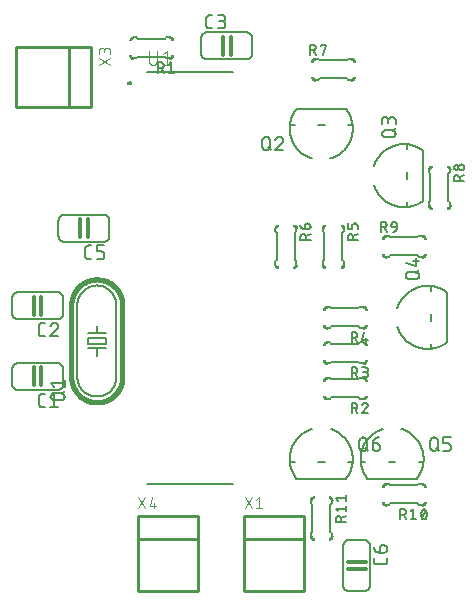
<source format=gbr>
G04 EAGLE Gerber RS-274X export*
G75*
%MOMM*%
%FSLAX34Y34*%
%LPD*%
%INSilkscreen Top*%
%IPPOS*%
%AMOC8*
5,1,8,0,0,1.08239X$1,22.5*%
G01*
%ADD10C,0.152400*%
%ADD11C,0.304800*%
%ADD12C,0.127000*%
%ADD13C,0.406400*%
%ADD14C,0.015238*%
%ADD15C,0.200000*%
%ADD16C,0.101600*%
%ADD17C,0.254000*%


D10*
X61590Y196350D02*
X61590Y183650D01*
X61588Y183510D01*
X61582Y183370D01*
X61573Y183230D01*
X61559Y183091D01*
X61542Y182952D01*
X61521Y182814D01*
X61496Y182676D01*
X61467Y182539D01*
X61435Y182403D01*
X61398Y182268D01*
X61358Y182134D01*
X61315Y182001D01*
X61267Y181869D01*
X61217Y181738D01*
X61162Y181609D01*
X61104Y181482D01*
X61043Y181356D01*
X60978Y181232D01*
X60909Y181110D01*
X60838Y180990D01*
X60763Y180872D01*
X60685Y180755D01*
X60603Y180641D01*
X60519Y180530D01*
X60431Y180421D01*
X60341Y180314D01*
X60247Y180209D01*
X60151Y180108D01*
X60052Y180009D01*
X59951Y179913D01*
X59846Y179819D01*
X59739Y179729D01*
X59630Y179641D01*
X59519Y179557D01*
X59405Y179475D01*
X59288Y179397D01*
X59170Y179322D01*
X59050Y179251D01*
X58928Y179182D01*
X58804Y179117D01*
X58678Y179056D01*
X58551Y178998D01*
X58422Y178943D01*
X58291Y178893D01*
X58159Y178845D01*
X58026Y178802D01*
X57892Y178762D01*
X57757Y178725D01*
X57621Y178693D01*
X57484Y178664D01*
X57346Y178639D01*
X57208Y178618D01*
X57069Y178601D01*
X56930Y178587D01*
X56790Y178578D01*
X56650Y178572D01*
X56510Y178570D01*
X61590Y196350D02*
X61588Y196490D01*
X61582Y196630D01*
X61573Y196770D01*
X61559Y196909D01*
X61542Y197048D01*
X61521Y197186D01*
X61496Y197324D01*
X61467Y197461D01*
X61435Y197597D01*
X61398Y197732D01*
X61358Y197866D01*
X61315Y197999D01*
X61267Y198131D01*
X61217Y198262D01*
X61162Y198391D01*
X61104Y198518D01*
X61043Y198644D01*
X60978Y198768D01*
X60909Y198890D01*
X60838Y199010D01*
X60763Y199128D01*
X60685Y199245D01*
X60603Y199359D01*
X60519Y199470D01*
X60431Y199579D01*
X60341Y199686D01*
X60247Y199791D01*
X60151Y199892D01*
X60052Y199991D01*
X59951Y200087D01*
X59846Y200181D01*
X59739Y200271D01*
X59630Y200359D01*
X59519Y200443D01*
X59405Y200525D01*
X59288Y200603D01*
X59170Y200678D01*
X59050Y200749D01*
X58928Y200818D01*
X58804Y200883D01*
X58678Y200944D01*
X58551Y201002D01*
X58422Y201057D01*
X58291Y201107D01*
X58159Y201155D01*
X58026Y201198D01*
X57892Y201238D01*
X57757Y201275D01*
X57621Y201307D01*
X57484Y201336D01*
X57346Y201361D01*
X57208Y201382D01*
X57069Y201399D01*
X56930Y201413D01*
X56790Y201422D01*
X56650Y201428D01*
X56510Y201430D01*
X56510Y178570D02*
X23490Y178570D01*
X18410Y183650D02*
X18410Y196350D01*
X23490Y201430D02*
X56510Y201430D01*
X23490Y178570D02*
X23350Y178572D01*
X23210Y178578D01*
X23070Y178587D01*
X22931Y178601D01*
X22792Y178618D01*
X22654Y178639D01*
X22516Y178664D01*
X22379Y178693D01*
X22243Y178725D01*
X22108Y178762D01*
X21974Y178802D01*
X21841Y178845D01*
X21709Y178893D01*
X21578Y178943D01*
X21449Y178998D01*
X21322Y179056D01*
X21196Y179117D01*
X21072Y179182D01*
X20950Y179251D01*
X20830Y179322D01*
X20712Y179397D01*
X20595Y179475D01*
X20481Y179557D01*
X20370Y179641D01*
X20261Y179729D01*
X20154Y179819D01*
X20049Y179913D01*
X19948Y180009D01*
X19849Y180108D01*
X19753Y180209D01*
X19659Y180314D01*
X19569Y180421D01*
X19481Y180530D01*
X19397Y180641D01*
X19315Y180755D01*
X19237Y180872D01*
X19162Y180990D01*
X19091Y181110D01*
X19022Y181232D01*
X18957Y181356D01*
X18896Y181482D01*
X18838Y181609D01*
X18783Y181738D01*
X18733Y181869D01*
X18685Y182001D01*
X18642Y182134D01*
X18602Y182268D01*
X18565Y182403D01*
X18533Y182539D01*
X18504Y182676D01*
X18479Y182814D01*
X18458Y182952D01*
X18441Y183091D01*
X18427Y183230D01*
X18418Y183370D01*
X18412Y183510D01*
X18410Y183650D01*
X18410Y196350D02*
X18412Y196490D01*
X18418Y196630D01*
X18427Y196770D01*
X18441Y196909D01*
X18458Y197048D01*
X18479Y197186D01*
X18504Y197324D01*
X18533Y197461D01*
X18565Y197597D01*
X18602Y197732D01*
X18642Y197866D01*
X18685Y197999D01*
X18733Y198131D01*
X18783Y198262D01*
X18838Y198391D01*
X18896Y198518D01*
X18957Y198644D01*
X19022Y198768D01*
X19091Y198890D01*
X19162Y199010D01*
X19237Y199128D01*
X19315Y199245D01*
X19397Y199359D01*
X19481Y199470D01*
X19569Y199579D01*
X19659Y199686D01*
X19753Y199791D01*
X19849Y199892D01*
X19948Y199991D01*
X20049Y200087D01*
X20154Y200181D01*
X20261Y200271D01*
X20370Y200359D01*
X20481Y200443D01*
X20595Y200525D01*
X20712Y200603D01*
X20830Y200678D01*
X20950Y200749D01*
X21072Y200818D01*
X21196Y200883D01*
X21322Y200944D01*
X21449Y201002D01*
X21578Y201057D01*
X21709Y201107D01*
X21841Y201155D01*
X21974Y201198D01*
X22108Y201238D01*
X22243Y201275D01*
X22379Y201307D01*
X22516Y201336D01*
X22654Y201361D01*
X22792Y201382D01*
X22931Y201399D01*
X23070Y201413D01*
X23210Y201422D01*
X23350Y201428D01*
X23490Y201430D01*
D11*
X43048Y197620D02*
X43048Y182380D01*
X36698Y182380D02*
X36698Y197620D01*
D12*
X43773Y163965D02*
X46313Y163965D01*
X43773Y163965D02*
X43673Y163967D01*
X43574Y163973D01*
X43474Y163983D01*
X43376Y163996D01*
X43277Y164014D01*
X43180Y164035D01*
X43084Y164060D01*
X42988Y164089D01*
X42894Y164122D01*
X42801Y164158D01*
X42710Y164198D01*
X42620Y164242D01*
X42532Y164289D01*
X42446Y164339D01*
X42362Y164393D01*
X42280Y164450D01*
X42201Y164510D01*
X42123Y164574D01*
X42049Y164640D01*
X41977Y164709D01*
X41908Y164781D01*
X41842Y164855D01*
X41778Y164933D01*
X41718Y165012D01*
X41661Y165094D01*
X41607Y165178D01*
X41557Y165264D01*
X41510Y165352D01*
X41466Y165442D01*
X41426Y165533D01*
X41390Y165626D01*
X41357Y165720D01*
X41328Y165816D01*
X41303Y165912D01*
X41282Y166009D01*
X41264Y166108D01*
X41251Y166206D01*
X41241Y166306D01*
X41235Y166405D01*
X41233Y166505D01*
X41233Y172855D01*
X41235Y172955D01*
X41241Y173054D01*
X41251Y173154D01*
X41264Y173252D01*
X41282Y173351D01*
X41303Y173448D01*
X41328Y173544D01*
X41357Y173640D01*
X41390Y173734D01*
X41426Y173827D01*
X41466Y173918D01*
X41510Y174008D01*
X41557Y174096D01*
X41607Y174182D01*
X41661Y174266D01*
X41718Y174348D01*
X41778Y174427D01*
X41842Y174505D01*
X41908Y174579D01*
X41977Y174651D01*
X42049Y174720D01*
X42123Y174786D01*
X42201Y174850D01*
X42280Y174910D01*
X42362Y174967D01*
X42446Y175021D01*
X42532Y175071D01*
X42620Y175118D01*
X42710Y175162D01*
X42801Y175202D01*
X42894Y175238D01*
X42988Y175271D01*
X43084Y175300D01*
X43180Y175325D01*
X43277Y175346D01*
X43376Y175364D01*
X43474Y175377D01*
X43574Y175387D01*
X43673Y175393D01*
X43773Y175395D01*
X46313Y175395D01*
X50795Y172855D02*
X53970Y175395D01*
X53970Y163965D01*
X50795Y163965D02*
X57145Y163965D01*
D10*
X61590Y243650D02*
X61590Y256350D01*
X61590Y243650D02*
X61588Y243510D01*
X61582Y243370D01*
X61573Y243230D01*
X61559Y243091D01*
X61542Y242952D01*
X61521Y242814D01*
X61496Y242676D01*
X61467Y242539D01*
X61435Y242403D01*
X61398Y242268D01*
X61358Y242134D01*
X61315Y242001D01*
X61267Y241869D01*
X61217Y241738D01*
X61162Y241609D01*
X61104Y241482D01*
X61043Y241356D01*
X60978Y241232D01*
X60909Y241110D01*
X60838Y240990D01*
X60763Y240872D01*
X60685Y240755D01*
X60603Y240641D01*
X60519Y240530D01*
X60431Y240421D01*
X60341Y240314D01*
X60247Y240209D01*
X60151Y240108D01*
X60052Y240009D01*
X59951Y239913D01*
X59846Y239819D01*
X59739Y239729D01*
X59630Y239641D01*
X59519Y239557D01*
X59405Y239475D01*
X59288Y239397D01*
X59170Y239322D01*
X59050Y239251D01*
X58928Y239182D01*
X58804Y239117D01*
X58678Y239056D01*
X58551Y238998D01*
X58422Y238943D01*
X58291Y238893D01*
X58159Y238845D01*
X58026Y238802D01*
X57892Y238762D01*
X57757Y238725D01*
X57621Y238693D01*
X57484Y238664D01*
X57346Y238639D01*
X57208Y238618D01*
X57069Y238601D01*
X56930Y238587D01*
X56790Y238578D01*
X56650Y238572D01*
X56510Y238570D01*
X61590Y256350D02*
X61588Y256490D01*
X61582Y256630D01*
X61573Y256770D01*
X61559Y256909D01*
X61542Y257048D01*
X61521Y257186D01*
X61496Y257324D01*
X61467Y257461D01*
X61435Y257597D01*
X61398Y257732D01*
X61358Y257866D01*
X61315Y257999D01*
X61267Y258131D01*
X61217Y258262D01*
X61162Y258391D01*
X61104Y258518D01*
X61043Y258644D01*
X60978Y258768D01*
X60909Y258890D01*
X60838Y259010D01*
X60763Y259128D01*
X60685Y259245D01*
X60603Y259359D01*
X60519Y259470D01*
X60431Y259579D01*
X60341Y259686D01*
X60247Y259791D01*
X60151Y259892D01*
X60052Y259991D01*
X59951Y260087D01*
X59846Y260181D01*
X59739Y260271D01*
X59630Y260359D01*
X59519Y260443D01*
X59405Y260525D01*
X59288Y260603D01*
X59170Y260678D01*
X59050Y260749D01*
X58928Y260818D01*
X58804Y260883D01*
X58678Y260944D01*
X58551Y261002D01*
X58422Y261057D01*
X58291Y261107D01*
X58159Y261155D01*
X58026Y261198D01*
X57892Y261238D01*
X57757Y261275D01*
X57621Y261307D01*
X57484Y261336D01*
X57346Y261361D01*
X57208Y261382D01*
X57069Y261399D01*
X56930Y261413D01*
X56790Y261422D01*
X56650Y261428D01*
X56510Y261430D01*
X56510Y238570D02*
X23490Y238570D01*
X18410Y243650D02*
X18410Y256350D01*
X23490Y261430D02*
X56510Y261430D01*
X23490Y238570D02*
X23350Y238572D01*
X23210Y238578D01*
X23070Y238587D01*
X22931Y238601D01*
X22792Y238618D01*
X22654Y238639D01*
X22516Y238664D01*
X22379Y238693D01*
X22243Y238725D01*
X22108Y238762D01*
X21974Y238802D01*
X21841Y238845D01*
X21709Y238893D01*
X21578Y238943D01*
X21449Y238998D01*
X21322Y239056D01*
X21196Y239117D01*
X21072Y239182D01*
X20950Y239251D01*
X20830Y239322D01*
X20712Y239397D01*
X20595Y239475D01*
X20481Y239557D01*
X20370Y239641D01*
X20261Y239729D01*
X20154Y239819D01*
X20049Y239913D01*
X19948Y240009D01*
X19849Y240108D01*
X19753Y240209D01*
X19659Y240314D01*
X19569Y240421D01*
X19481Y240530D01*
X19397Y240641D01*
X19315Y240755D01*
X19237Y240872D01*
X19162Y240990D01*
X19091Y241110D01*
X19022Y241232D01*
X18957Y241356D01*
X18896Y241482D01*
X18838Y241609D01*
X18783Y241738D01*
X18733Y241869D01*
X18685Y242001D01*
X18642Y242134D01*
X18602Y242268D01*
X18565Y242403D01*
X18533Y242539D01*
X18504Y242676D01*
X18479Y242814D01*
X18458Y242952D01*
X18441Y243091D01*
X18427Y243230D01*
X18418Y243370D01*
X18412Y243510D01*
X18410Y243650D01*
X18410Y256350D02*
X18412Y256490D01*
X18418Y256630D01*
X18427Y256770D01*
X18441Y256909D01*
X18458Y257048D01*
X18479Y257186D01*
X18504Y257324D01*
X18533Y257461D01*
X18565Y257597D01*
X18602Y257732D01*
X18642Y257866D01*
X18685Y257999D01*
X18733Y258131D01*
X18783Y258262D01*
X18838Y258391D01*
X18896Y258518D01*
X18957Y258644D01*
X19022Y258768D01*
X19091Y258890D01*
X19162Y259010D01*
X19237Y259128D01*
X19315Y259245D01*
X19397Y259359D01*
X19481Y259470D01*
X19569Y259579D01*
X19659Y259686D01*
X19753Y259791D01*
X19849Y259892D01*
X19948Y259991D01*
X20049Y260087D01*
X20154Y260181D01*
X20261Y260271D01*
X20370Y260359D01*
X20481Y260443D01*
X20595Y260525D01*
X20712Y260603D01*
X20830Y260678D01*
X20950Y260749D01*
X21072Y260818D01*
X21196Y260883D01*
X21322Y260944D01*
X21449Y261002D01*
X21578Y261057D01*
X21709Y261107D01*
X21841Y261155D01*
X21974Y261198D01*
X22108Y261238D01*
X22243Y261275D01*
X22379Y261307D01*
X22516Y261336D01*
X22654Y261361D01*
X22792Y261382D01*
X22931Y261399D01*
X23070Y261413D01*
X23210Y261422D01*
X23350Y261428D01*
X23490Y261430D01*
D11*
X43048Y257620D02*
X43048Y242380D01*
X36698Y242380D02*
X36698Y257620D01*
D12*
X43773Y223965D02*
X46313Y223965D01*
X43773Y223965D02*
X43673Y223967D01*
X43574Y223973D01*
X43474Y223983D01*
X43376Y223996D01*
X43277Y224014D01*
X43180Y224035D01*
X43084Y224060D01*
X42988Y224089D01*
X42894Y224122D01*
X42801Y224158D01*
X42710Y224198D01*
X42620Y224242D01*
X42532Y224289D01*
X42446Y224339D01*
X42362Y224393D01*
X42280Y224450D01*
X42201Y224510D01*
X42123Y224574D01*
X42049Y224640D01*
X41977Y224709D01*
X41908Y224781D01*
X41842Y224855D01*
X41778Y224933D01*
X41718Y225012D01*
X41661Y225094D01*
X41607Y225178D01*
X41557Y225264D01*
X41510Y225352D01*
X41466Y225442D01*
X41426Y225533D01*
X41390Y225626D01*
X41357Y225720D01*
X41328Y225816D01*
X41303Y225912D01*
X41282Y226009D01*
X41264Y226108D01*
X41251Y226206D01*
X41241Y226306D01*
X41235Y226405D01*
X41233Y226505D01*
X41233Y232855D01*
X41235Y232955D01*
X41241Y233054D01*
X41251Y233154D01*
X41264Y233252D01*
X41282Y233351D01*
X41303Y233448D01*
X41328Y233544D01*
X41357Y233640D01*
X41390Y233734D01*
X41426Y233827D01*
X41466Y233918D01*
X41510Y234008D01*
X41557Y234096D01*
X41607Y234182D01*
X41661Y234266D01*
X41718Y234348D01*
X41778Y234427D01*
X41842Y234505D01*
X41908Y234579D01*
X41977Y234651D01*
X42049Y234720D01*
X42123Y234786D01*
X42201Y234850D01*
X42280Y234910D01*
X42362Y234967D01*
X42446Y235021D01*
X42532Y235071D01*
X42620Y235118D01*
X42710Y235162D01*
X42801Y235202D01*
X42894Y235238D01*
X42988Y235271D01*
X43084Y235300D01*
X43180Y235325D01*
X43277Y235346D01*
X43376Y235364D01*
X43474Y235377D01*
X43574Y235387D01*
X43673Y235393D01*
X43773Y235395D01*
X46313Y235395D01*
X54288Y235396D02*
X54392Y235394D01*
X54497Y235388D01*
X54601Y235379D01*
X54704Y235366D01*
X54807Y235348D01*
X54909Y235328D01*
X55011Y235303D01*
X55111Y235275D01*
X55211Y235243D01*
X55309Y235207D01*
X55406Y235168D01*
X55501Y235126D01*
X55595Y235080D01*
X55687Y235030D01*
X55777Y234978D01*
X55865Y234922D01*
X55951Y234862D01*
X56035Y234800D01*
X56116Y234735D01*
X56195Y234667D01*
X56272Y234595D01*
X56345Y234522D01*
X56417Y234445D01*
X56485Y234366D01*
X56550Y234285D01*
X56612Y234201D01*
X56672Y234115D01*
X56728Y234027D01*
X56780Y233937D01*
X56830Y233845D01*
X56876Y233751D01*
X56918Y233656D01*
X56957Y233559D01*
X56993Y233461D01*
X57025Y233361D01*
X57053Y233261D01*
X57078Y233159D01*
X57098Y233057D01*
X57116Y232954D01*
X57129Y232851D01*
X57138Y232747D01*
X57144Y232642D01*
X57146Y232538D01*
X54288Y235395D02*
X54170Y235393D01*
X54051Y235387D01*
X53933Y235378D01*
X53816Y235365D01*
X53699Y235347D01*
X53582Y235327D01*
X53466Y235302D01*
X53351Y235274D01*
X53238Y235241D01*
X53125Y235206D01*
X53013Y235166D01*
X52903Y235124D01*
X52794Y235077D01*
X52686Y235027D01*
X52581Y234974D01*
X52477Y234917D01*
X52375Y234857D01*
X52275Y234794D01*
X52177Y234727D01*
X52081Y234658D01*
X51988Y234585D01*
X51897Y234509D01*
X51808Y234431D01*
X51722Y234349D01*
X51639Y234265D01*
X51558Y234179D01*
X51481Y234089D01*
X51406Y233998D01*
X51334Y233904D01*
X51265Y233807D01*
X51200Y233709D01*
X51137Y233608D01*
X51078Y233505D01*
X51022Y233401D01*
X50970Y233295D01*
X50921Y233187D01*
X50876Y233078D01*
X50834Y232967D01*
X50796Y232855D01*
X56193Y230316D02*
X56269Y230391D01*
X56344Y230470D01*
X56415Y230551D01*
X56484Y230635D01*
X56549Y230721D01*
X56611Y230809D01*
X56671Y230899D01*
X56727Y230991D01*
X56780Y231086D01*
X56829Y231182D01*
X56875Y231280D01*
X56918Y231379D01*
X56957Y231480D01*
X56992Y231582D01*
X57024Y231685D01*
X57052Y231789D01*
X57077Y231894D01*
X57098Y232001D01*
X57115Y232107D01*
X57128Y232214D01*
X57137Y232322D01*
X57143Y232430D01*
X57145Y232538D01*
X56193Y230315D02*
X50795Y223965D01*
X57145Y223965D01*
D10*
X178410Y463650D02*
X178410Y476350D01*
X178412Y476490D01*
X178418Y476630D01*
X178427Y476770D01*
X178441Y476909D01*
X178458Y477048D01*
X178479Y477186D01*
X178504Y477324D01*
X178533Y477461D01*
X178565Y477597D01*
X178602Y477732D01*
X178642Y477866D01*
X178685Y477999D01*
X178733Y478131D01*
X178783Y478262D01*
X178838Y478391D01*
X178896Y478518D01*
X178957Y478644D01*
X179022Y478768D01*
X179091Y478890D01*
X179162Y479010D01*
X179237Y479128D01*
X179315Y479245D01*
X179397Y479359D01*
X179481Y479470D01*
X179569Y479579D01*
X179659Y479686D01*
X179753Y479791D01*
X179849Y479892D01*
X179948Y479991D01*
X180049Y480087D01*
X180154Y480181D01*
X180261Y480271D01*
X180370Y480359D01*
X180481Y480443D01*
X180595Y480525D01*
X180712Y480603D01*
X180830Y480678D01*
X180950Y480749D01*
X181072Y480818D01*
X181196Y480883D01*
X181322Y480944D01*
X181449Y481002D01*
X181578Y481057D01*
X181709Y481107D01*
X181841Y481155D01*
X181974Y481198D01*
X182108Y481238D01*
X182243Y481275D01*
X182379Y481307D01*
X182516Y481336D01*
X182654Y481361D01*
X182792Y481382D01*
X182931Y481399D01*
X183070Y481413D01*
X183210Y481422D01*
X183350Y481428D01*
X183490Y481430D01*
X178410Y463650D02*
X178412Y463510D01*
X178418Y463370D01*
X178427Y463230D01*
X178441Y463091D01*
X178458Y462952D01*
X178479Y462814D01*
X178504Y462676D01*
X178533Y462539D01*
X178565Y462403D01*
X178602Y462268D01*
X178642Y462134D01*
X178685Y462001D01*
X178733Y461869D01*
X178783Y461738D01*
X178838Y461609D01*
X178896Y461482D01*
X178957Y461356D01*
X179022Y461232D01*
X179091Y461110D01*
X179162Y460990D01*
X179237Y460872D01*
X179315Y460755D01*
X179397Y460641D01*
X179481Y460530D01*
X179569Y460421D01*
X179659Y460314D01*
X179753Y460209D01*
X179849Y460108D01*
X179948Y460009D01*
X180049Y459913D01*
X180154Y459819D01*
X180261Y459729D01*
X180370Y459641D01*
X180481Y459557D01*
X180595Y459475D01*
X180712Y459397D01*
X180830Y459322D01*
X180950Y459251D01*
X181072Y459182D01*
X181196Y459117D01*
X181322Y459056D01*
X181449Y458998D01*
X181578Y458943D01*
X181709Y458893D01*
X181841Y458845D01*
X181974Y458802D01*
X182108Y458762D01*
X182243Y458725D01*
X182379Y458693D01*
X182516Y458664D01*
X182654Y458639D01*
X182792Y458618D01*
X182931Y458601D01*
X183070Y458587D01*
X183210Y458578D01*
X183350Y458572D01*
X183490Y458570D01*
X183490Y481430D02*
X216510Y481430D01*
X221590Y476350D02*
X221590Y463650D01*
X216510Y458570D02*
X183490Y458570D01*
X216510Y481430D02*
X216650Y481428D01*
X216790Y481422D01*
X216930Y481413D01*
X217069Y481399D01*
X217208Y481382D01*
X217346Y481361D01*
X217484Y481336D01*
X217621Y481307D01*
X217757Y481275D01*
X217892Y481238D01*
X218026Y481198D01*
X218159Y481155D01*
X218291Y481107D01*
X218422Y481057D01*
X218551Y481002D01*
X218678Y480944D01*
X218804Y480883D01*
X218928Y480818D01*
X219050Y480749D01*
X219170Y480678D01*
X219288Y480603D01*
X219405Y480525D01*
X219519Y480443D01*
X219630Y480359D01*
X219739Y480271D01*
X219846Y480181D01*
X219951Y480087D01*
X220052Y479991D01*
X220151Y479892D01*
X220247Y479791D01*
X220341Y479686D01*
X220431Y479579D01*
X220519Y479470D01*
X220603Y479359D01*
X220685Y479245D01*
X220763Y479128D01*
X220838Y479010D01*
X220909Y478890D01*
X220978Y478768D01*
X221043Y478644D01*
X221104Y478518D01*
X221162Y478391D01*
X221217Y478262D01*
X221267Y478131D01*
X221315Y477999D01*
X221358Y477866D01*
X221398Y477732D01*
X221435Y477597D01*
X221467Y477461D01*
X221496Y477324D01*
X221521Y477186D01*
X221542Y477048D01*
X221559Y476909D01*
X221573Y476770D01*
X221582Y476630D01*
X221588Y476490D01*
X221590Y476350D01*
X221590Y463650D02*
X221588Y463510D01*
X221582Y463370D01*
X221573Y463230D01*
X221559Y463091D01*
X221542Y462952D01*
X221521Y462814D01*
X221496Y462676D01*
X221467Y462539D01*
X221435Y462403D01*
X221398Y462268D01*
X221358Y462134D01*
X221315Y462001D01*
X221267Y461869D01*
X221217Y461738D01*
X221162Y461609D01*
X221104Y461482D01*
X221043Y461356D01*
X220978Y461232D01*
X220909Y461110D01*
X220838Y460990D01*
X220763Y460872D01*
X220685Y460755D01*
X220603Y460641D01*
X220519Y460530D01*
X220431Y460421D01*
X220341Y460314D01*
X220247Y460209D01*
X220151Y460108D01*
X220052Y460009D01*
X219951Y459913D01*
X219846Y459819D01*
X219739Y459729D01*
X219630Y459641D01*
X219519Y459557D01*
X219405Y459475D01*
X219288Y459397D01*
X219170Y459322D01*
X219050Y459251D01*
X218928Y459182D01*
X218804Y459117D01*
X218678Y459056D01*
X218551Y458998D01*
X218422Y458943D01*
X218291Y458893D01*
X218159Y458845D01*
X218026Y458802D01*
X217892Y458762D01*
X217757Y458725D01*
X217621Y458693D01*
X217484Y458664D01*
X217346Y458639D01*
X217208Y458618D01*
X217069Y458601D01*
X216930Y458587D01*
X216790Y458578D01*
X216650Y458572D01*
X216510Y458570D01*
D11*
X196952Y462380D02*
X196952Y477620D01*
X203302Y477620D02*
X203302Y462380D01*
D12*
X187935Y484605D02*
X185395Y484605D01*
X185295Y484607D01*
X185196Y484613D01*
X185096Y484623D01*
X184998Y484636D01*
X184899Y484654D01*
X184802Y484675D01*
X184706Y484700D01*
X184610Y484729D01*
X184516Y484762D01*
X184423Y484798D01*
X184332Y484838D01*
X184242Y484882D01*
X184154Y484929D01*
X184068Y484979D01*
X183984Y485033D01*
X183902Y485090D01*
X183823Y485150D01*
X183745Y485214D01*
X183671Y485280D01*
X183599Y485349D01*
X183530Y485421D01*
X183464Y485495D01*
X183400Y485573D01*
X183340Y485652D01*
X183283Y485734D01*
X183229Y485818D01*
X183179Y485904D01*
X183132Y485992D01*
X183088Y486082D01*
X183048Y486173D01*
X183012Y486266D01*
X182979Y486360D01*
X182950Y486456D01*
X182925Y486552D01*
X182904Y486649D01*
X182886Y486748D01*
X182873Y486846D01*
X182863Y486946D01*
X182857Y487045D01*
X182855Y487145D01*
X182855Y493495D01*
X182857Y493595D01*
X182863Y493694D01*
X182873Y493794D01*
X182886Y493892D01*
X182904Y493991D01*
X182925Y494088D01*
X182950Y494184D01*
X182979Y494280D01*
X183012Y494374D01*
X183048Y494467D01*
X183088Y494558D01*
X183132Y494648D01*
X183179Y494736D01*
X183229Y494822D01*
X183283Y494906D01*
X183340Y494988D01*
X183400Y495067D01*
X183464Y495145D01*
X183530Y495219D01*
X183599Y495291D01*
X183671Y495360D01*
X183745Y495426D01*
X183823Y495490D01*
X183902Y495550D01*
X183984Y495607D01*
X184068Y495661D01*
X184154Y495711D01*
X184242Y495758D01*
X184332Y495802D01*
X184423Y495842D01*
X184516Y495878D01*
X184610Y495911D01*
X184706Y495940D01*
X184802Y495965D01*
X184899Y495986D01*
X184998Y496004D01*
X185096Y496017D01*
X185196Y496027D01*
X185295Y496033D01*
X185395Y496035D01*
X187935Y496035D01*
X192417Y484605D02*
X195592Y484605D01*
X195703Y484607D01*
X195813Y484613D01*
X195924Y484622D01*
X196034Y484636D01*
X196143Y484653D01*
X196252Y484674D01*
X196360Y484699D01*
X196467Y484728D01*
X196573Y484760D01*
X196678Y484796D01*
X196781Y484836D01*
X196883Y484879D01*
X196984Y484926D01*
X197083Y484977D01*
X197179Y485030D01*
X197274Y485087D01*
X197367Y485148D01*
X197458Y485211D01*
X197547Y485278D01*
X197633Y485348D01*
X197716Y485421D01*
X197798Y485496D01*
X197876Y485574D01*
X197951Y485656D01*
X198024Y485739D01*
X198094Y485825D01*
X198161Y485914D01*
X198224Y486005D01*
X198285Y486098D01*
X198342Y486192D01*
X198395Y486289D01*
X198446Y486388D01*
X198493Y486489D01*
X198536Y486591D01*
X198576Y486694D01*
X198612Y486799D01*
X198644Y486905D01*
X198673Y487012D01*
X198698Y487120D01*
X198719Y487229D01*
X198736Y487338D01*
X198750Y487448D01*
X198759Y487559D01*
X198765Y487669D01*
X198767Y487780D01*
X198765Y487891D01*
X198759Y488001D01*
X198750Y488112D01*
X198736Y488222D01*
X198719Y488331D01*
X198698Y488440D01*
X198673Y488548D01*
X198644Y488655D01*
X198612Y488761D01*
X198576Y488866D01*
X198536Y488969D01*
X198493Y489071D01*
X198446Y489172D01*
X198395Y489271D01*
X198342Y489367D01*
X198285Y489462D01*
X198224Y489555D01*
X198161Y489646D01*
X198094Y489735D01*
X198024Y489821D01*
X197951Y489904D01*
X197876Y489986D01*
X197798Y490064D01*
X197716Y490139D01*
X197633Y490212D01*
X197547Y490282D01*
X197458Y490349D01*
X197367Y490412D01*
X197274Y490473D01*
X197180Y490530D01*
X197083Y490583D01*
X196984Y490634D01*
X196883Y490681D01*
X196781Y490724D01*
X196678Y490764D01*
X196573Y490800D01*
X196467Y490832D01*
X196360Y490861D01*
X196252Y490886D01*
X196143Y490907D01*
X196034Y490924D01*
X195924Y490938D01*
X195813Y490947D01*
X195703Y490953D01*
X195592Y490955D01*
X196227Y496035D02*
X192417Y496035D01*
X196227Y496035D02*
X196327Y496033D01*
X196426Y496027D01*
X196526Y496017D01*
X196624Y496004D01*
X196723Y495986D01*
X196820Y495965D01*
X196916Y495940D01*
X197012Y495911D01*
X197106Y495878D01*
X197199Y495842D01*
X197290Y495802D01*
X197380Y495758D01*
X197468Y495711D01*
X197554Y495661D01*
X197638Y495607D01*
X197720Y495550D01*
X197799Y495490D01*
X197877Y495426D01*
X197951Y495360D01*
X198023Y495291D01*
X198092Y495219D01*
X198158Y495145D01*
X198222Y495067D01*
X198282Y494988D01*
X198339Y494906D01*
X198393Y494822D01*
X198443Y494736D01*
X198490Y494648D01*
X198534Y494558D01*
X198574Y494467D01*
X198610Y494374D01*
X198643Y494280D01*
X198672Y494184D01*
X198697Y494088D01*
X198718Y493991D01*
X198736Y493892D01*
X198749Y493794D01*
X198759Y493694D01*
X198765Y493595D01*
X198767Y493495D01*
X198765Y493395D01*
X198759Y493296D01*
X198749Y493196D01*
X198736Y493098D01*
X198718Y492999D01*
X198697Y492902D01*
X198672Y492806D01*
X198643Y492710D01*
X198610Y492616D01*
X198574Y492523D01*
X198534Y492432D01*
X198490Y492342D01*
X198443Y492254D01*
X198393Y492168D01*
X198339Y492084D01*
X198282Y492002D01*
X198222Y491923D01*
X198158Y491845D01*
X198092Y491771D01*
X198023Y491699D01*
X197951Y491630D01*
X197877Y491564D01*
X197799Y491500D01*
X197720Y491440D01*
X197638Y491383D01*
X197554Y491329D01*
X197468Y491279D01*
X197380Y491232D01*
X197290Y491188D01*
X197199Y491148D01*
X197106Y491112D01*
X197012Y491079D01*
X196916Y491050D01*
X196820Y491025D01*
X196723Y491004D01*
X196624Y490986D01*
X196526Y490973D01*
X196426Y490963D01*
X196327Y490957D01*
X196227Y490955D01*
X193687Y490955D01*
D10*
X100690Y321850D02*
X100690Y309150D01*
X100688Y309010D01*
X100682Y308870D01*
X100673Y308730D01*
X100659Y308591D01*
X100642Y308452D01*
X100621Y308314D01*
X100596Y308176D01*
X100567Y308039D01*
X100535Y307903D01*
X100498Y307768D01*
X100458Y307634D01*
X100415Y307501D01*
X100367Y307369D01*
X100317Y307238D01*
X100262Y307109D01*
X100204Y306982D01*
X100143Y306856D01*
X100078Y306732D01*
X100009Y306610D01*
X99938Y306490D01*
X99863Y306372D01*
X99785Y306255D01*
X99703Y306141D01*
X99619Y306030D01*
X99531Y305921D01*
X99441Y305814D01*
X99347Y305709D01*
X99251Y305608D01*
X99152Y305509D01*
X99051Y305413D01*
X98946Y305319D01*
X98839Y305229D01*
X98730Y305141D01*
X98619Y305057D01*
X98505Y304975D01*
X98388Y304897D01*
X98270Y304822D01*
X98150Y304751D01*
X98028Y304682D01*
X97904Y304617D01*
X97778Y304556D01*
X97651Y304498D01*
X97522Y304443D01*
X97391Y304393D01*
X97259Y304345D01*
X97126Y304302D01*
X96992Y304262D01*
X96857Y304225D01*
X96721Y304193D01*
X96584Y304164D01*
X96446Y304139D01*
X96308Y304118D01*
X96169Y304101D01*
X96030Y304087D01*
X95890Y304078D01*
X95750Y304072D01*
X95610Y304070D01*
X100690Y321850D02*
X100688Y321990D01*
X100682Y322130D01*
X100673Y322270D01*
X100659Y322409D01*
X100642Y322548D01*
X100621Y322686D01*
X100596Y322824D01*
X100567Y322961D01*
X100535Y323097D01*
X100498Y323232D01*
X100458Y323366D01*
X100415Y323499D01*
X100367Y323631D01*
X100317Y323762D01*
X100262Y323891D01*
X100204Y324018D01*
X100143Y324144D01*
X100078Y324268D01*
X100009Y324390D01*
X99938Y324510D01*
X99863Y324628D01*
X99785Y324745D01*
X99703Y324859D01*
X99619Y324970D01*
X99531Y325079D01*
X99441Y325186D01*
X99347Y325291D01*
X99251Y325392D01*
X99152Y325491D01*
X99051Y325587D01*
X98946Y325681D01*
X98839Y325771D01*
X98730Y325859D01*
X98619Y325943D01*
X98505Y326025D01*
X98388Y326103D01*
X98270Y326178D01*
X98150Y326249D01*
X98028Y326318D01*
X97904Y326383D01*
X97778Y326444D01*
X97651Y326502D01*
X97522Y326557D01*
X97391Y326607D01*
X97259Y326655D01*
X97126Y326698D01*
X96992Y326738D01*
X96857Y326775D01*
X96721Y326807D01*
X96584Y326836D01*
X96446Y326861D01*
X96308Y326882D01*
X96169Y326899D01*
X96030Y326913D01*
X95890Y326922D01*
X95750Y326928D01*
X95610Y326930D01*
X95610Y304070D02*
X62590Y304070D01*
X57510Y309150D02*
X57510Y321850D01*
X62590Y326930D02*
X95610Y326930D01*
X62590Y304070D02*
X62450Y304072D01*
X62310Y304078D01*
X62170Y304087D01*
X62031Y304101D01*
X61892Y304118D01*
X61754Y304139D01*
X61616Y304164D01*
X61479Y304193D01*
X61343Y304225D01*
X61208Y304262D01*
X61074Y304302D01*
X60941Y304345D01*
X60809Y304393D01*
X60678Y304443D01*
X60549Y304498D01*
X60422Y304556D01*
X60296Y304617D01*
X60172Y304682D01*
X60050Y304751D01*
X59930Y304822D01*
X59812Y304897D01*
X59695Y304975D01*
X59581Y305057D01*
X59470Y305141D01*
X59361Y305229D01*
X59254Y305319D01*
X59149Y305413D01*
X59048Y305509D01*
X58949Y305608D01*
X58853Y305709D01*
X58759Y305814D01*
X58669Y305921D01*
X58581Y306030D01*
X58497Y306141D01*
X58415Y306255D01*
X58337Y306372D01*
X58262Y306490D01*
X58191Y306610D01*
X58122Y306732D01*
X58057Y306856D01*
X57996Y306982D01*
X57938Y307109D01*
X57883Y307238D01*
X57833Y307369D01*
X57785Y307501D01*
X57742Y307634D01*
X57702Y307768D01*
X57665Y307903D01*
X57633Y308039D01*
X57604Y308176D01*
X57579Y308314D01*
X57558Y308452D01*
X57541Y308591D01*
X57527Y308730D01*
X57518Y308870D01*
X57512Y309010D01*
X57510Y309150D01*
X57510Y321850D02*
X57512Y321990D01*
X57518Y322130D01*
X57527Y322270D01*
X57541Y322409D01*
X57558Y322548D01*
X57579Y322686D01*
X57604Y322824D01*
X57633Y322961D01*
X57665Y323097D01*
X57702Y323232D01*
X57742Y323366D01*
X57785Y323499D01*
X57833Y323631D01*
X57883Y323762D01*
X57938Y323891D01*
X57996Y324018D01*
X58057Y324144D01*
X58122Y324268D01*
X58191Y324390D01*
X58262Y324510D01*
X58337Y324628D01*
X58415Y324745D01*
X58497Y324859D01*
X58581Y324970D01*
X58669Y325079D01*
X58759Y325186D01*
X58853Y325291D01*
X58949Y325392D01*
X59048Y325491D01*
X59149Y325587D01*
X59254Y325681D01*
X59361Y325771D01*
X59470Y325859D01*
X59581Y325943D01*
X59695Y326025D01*
X59812Y326103D01*
X59930Y326178D01*
X60050Y326249D01*
X60172Y326318D01*
X60296Y326383D01*
X60422Y326444D01*
X60549Y326502D01*
X60678Y326557D01*
X60809Y326607D01*
X60941Y326655D01*
X61074Y326698D01*
X61208Y326738D01*
X61343Y326775D01*
X61479Y326807D01*
X61616Y326836D01*
X61754Y326861D01*
X61892Y326882D01*
X62031Y326899D01*
X62170Y326913D01*
X62310Y326922D01*
X62450Y326928D01*
X62590Y326930D01*
D11*
X82148Y323120D02*
X82148Y307880D01*
X75798Y307880D02*
X75798Y323120D01*
D12*
X82873Y289465D02*
X85413Y289465D01*
X82873Y289465D02*
X82773Y289467D01*
X82674Y289473D01*
X82574Y289483D01*
X82476Y289496D01*
X82377Y289514D01*
X82280Y289535D01*
X82184Y289560D01*
X82088Y289589D01*
X81994Y289622D01*
X81901Y289658D01*
X81810Y289698D01*
X81720Y289742D01*
X81632Y289789D01*
X81546Y289839D01*
X81462Y289893D01*
X81380Y289950D01*
X81301Y290010D01*
X81223Y290074D01*
X81149Y290140D01*
X81077Y290209D01*
X81008Y290281D01*
X80942Y290355D01*
X80878Y290433D01*
X80818Y290512D01*
X80761Y290594D01*
X80707Y290678D01*
X80657Y290764D01*
X80610Y290852D01*
X80566Y290942D01*
X80526Y291033D01*
X80490Y291126D01*
X80457Y291220D01*
X80428Y291316D01*
X80403Y291412D01*
X80382Y291509D01*
X80364Y291608D01*
X80351Y291706D01*
X80341Y291806D01*
X80335Y291905D01*
X80333Y292005D01*
X80333Y298355D01*
X80335Y298455D01*
X80341Y298554D01*
X80351Y298654D01*
X80364Y298752D01*
X80382Y298851D01*
X80403Y298948D01*
X80428Y299044D01*
X80457Y299140D01*
X80490Y299234D01*
X80526Y299327D01*
X80566Y299418D01*
X80610Y299508D01*
X80657Y299596D01*
X80707Y299682D01*
X80761Y299766D01*
X80818Y299848D01*
X80878Y299927D01*
X80942Y300005D01*
X81008Y300079D01*
X81077Y300151D01*
X81149Y300220D01*
X81223Y300286D01*
X81301Y300350D01*
X81380Y300410D01*
X81462Y300467D01*
X81546Y300521D01*
X81632Y300571D01*
X81720Y300618D01*
X81810Y300662D01*
X81901Y300702D01*
X81994Y300738D01*
X82088Y300771D01*
X82184Y300800D01*
X82280Y300825D01*
X82377Y300846D01*
X82476Y300864D01*
X82574Y300877D01*
X82674Y300887D01*
X82773Y300893D01*
X82873Y300895D01*
X85413Y300895D01*
X89895Y289465D02*
X93705Y289465D01*
X93805Y289467D01*
X93904Y289473D01*
X94004Y289483D01*
X94102Y289496D01*
X94201Y289514D01*
X94298Y289535D01*
X94394Y289560D01*
X94490Y289589D01*
X94584Y289622D01*
X94677Y289658D01*
X94768Y289698D01*
X94858Y289742D01*
X94946Y289789D01*
X95032Y289839D01*
X95116Y289893D01*
X95198Y289950D01*
X95277Y290010D01*
X95355Y290074D01*
X95429Y290140D01*
X95501Y290209D01*
X95570Y290281D01*
X95636Y290355D01*
X95700Y290433D01*
X95760Y290512D01*
X95817Y290594D01*
X95871Y290678D01*
X95921Y290764D01*
X95968Y290852D01*
X96012Y290942D01*
X96052Y291033D01*
X96088Y291126D01*
X96121Y291220D01*
X96150Y291316D01*
X96175Y291412D01*
X96196Y291509D01*
X96214Y291608D01*
X96227Y291706D01*
X96237Y291806D01*
X96243Y291905D01*
X96245Y292005D01*
X96245Y293275D01*
X96243Y293375D01*
X96237Y293474D01*
X96227Y293574D01*
X96214Y293672D01*
X96196Y293771D01*
X96175Y293868D01*
X96150Y293964D01*
X96121Y294060D01*
X96088Y294154D01*
X96052Y294247D01*
X96012Y294338D01*
X95968Y294428D01*
X95921Y294516D01*
X95871Y294602D01*
X95817Y294686D01*
X95760Y294768D01*
X95700Y294847D01*
X95636Y294925D01*
X95570Y294999D01*
X95501Y295071D01*
X95429Y295140D01*
X95355Y295206D01*
X95277Y295270D01*
X95198Y295330D01*
X95116Y295387D01*
X95032Y295441D01*
X94946Y295491D01*
X94858Y295538D01*
X94768Y295582D01*
X94677Y295622D01*
X94584Y295658D01*
X94490Y295691D01*
X94394Y295720D01*
X94298Y295745D01*
X94201Y295766D01*
X94102Y295784D01*
X94004Y295797D01*
X93904Y295807D01*
X93805Y295813D01*
X93705Y295815D01*
X89895Y295815D01*
X89895Y300895D01*
X96245Y300895D01*
D10*
X303650Y51590D02*
X316350Y51590D01*
X316490Y51588D01*
X316630Y51582D01*
X316770Y51573D01*
X316909Y51559D01*
X317048Y51542D01*
X317186Y51521D01*
X317324Y51496D01*
X317461Y51467D01*
X317597Y51435D01*
X317732Y51398D01*
X317866Y51358D01*
X317999Y51315D01*
X318131Y51267D01*
X318262Y51217D01*
X318391Y51162D01*
X318518Y51104D01*
X318644Y51043D01*
X318768Y50978D01*
X318890Y50909D01*
X319010Y50838D01*
X319128Y50763D01*
X319245Y50685D01*
X319359Y50603D01*
X319470Y50519D01*
X319579Y50431D01*
X319686Y50341D01*
X319791Y50247D01*
X319892Y50151D01*
X319991Y50052D01*
X320087Y49951D01*
X320181Y49846D01*
X320271Y49739D01*
X320359Y49630D01*
X320443Y49519D01*
X320525Y49405D01*
X320603Y49288D01*
X320678Y49170D01*
X320749Y49050D01*
X320818Y48928D01*
X320883Y48804D01*
X320944Y48678D01*
X321002Y48551D01*
X321057Y48422D01*
X321107Y48291D01*
X321155Y48159D01*
X321198Y48026D01*
X321238Y47892D01*
X321275Y47757D01*
X321307Y47621D01*
X321336Y47484D01*
X321361Y47346D01*
X321382Y47208D01*
X321399Y47069D01*
X321413Y46930D01*
X321422Y46790D01*
X321428Y46650D01*
X321430Y46510D01*
X303650Y51590D02*
X303510Y51588D01*
X303370Y51582D01*
X303230Y51573D01*
X303091Y51559D01*
X302952Y51542D01*
X302814Y51521D01*
X302676Y51496D01*
X302539Y51467D01*
X302403Y51435D01*
X302268Y51398D01*
X302134Y51358D01*
X302001Y51315D01*
X301869Y51267D01*
X301738Y51217D01*
X301609Y51162D01*
X301482Y51104D01*
X301356Y51043D01*
X301232Y50978D01*
X301110Y50909D01*
X300990Y50838D01*
X300872Y50763D01*
X300755Y50685D01*
X300641Y50603D01*
X300530Y50519D01*
X300421Y50431D01*
X300314Y50341D01*
X300209Y50247D01*
X300108Y50151D01*
X300009Y50052D01*
X299913Y49951D01*
X299819Y49846D01*
X299729Y49739D01*
X299641Y49630D01*
X299557Y49519D01*
X299475Y49405D01*
X299397Y49288D01*
X299322Y49170D01*
X299251Y49050D01*
X299182Y48928D01*
X299117Y48804D01*
X299056Y48678D01*
X298998Y48551D01*
X298943Y48422D01*
X298893Y48291D01*
X298845Y48159D01*
X298802Y48026D01*
X298762Y47892D01*
X298725Y47757D01*
X298693Y47621D01*
X298664Y47484D01*
X298639Y47346D01*
X298618Y47208D01*
X298601Y47069D01*
X298587Y46930D01*
X298578Y46790D01*
X298572Y46650D01*
X298570Y46510D01*
X321430Y46510D02*
X321430Y13490D01*
X316350Y8410D02*
X303650Y8410D01*
X298570Y13490D02*
X298570Y46510D01*
X321430Y13490D02*
X321428Y13350D01*
X321422Y13210D01*
X321413Y13070D01*
X321399Y12931D01*
X321382Y12792D01*
X321361Y12654D01*
X321336Y12516D01*
X321307Y12379D01*
X321275Y12243D01*
X321238Y12108D01*
X321198Y11974D01*
X321155Y11841D01*
X321107Y11709D01*
X321057Y11578D01*
X321002Y11449D01*
X320944Y11322D01*
X320883Y11196D01*
X320818Y11072D01*
X320749Y10950D01*
X320678Y10830D01*
X320603Y10712D01*
X320525Y10595D01*
X320443Y10481D01*
X320359Y10370D01*
X320271Y10261D01*
X320181Y10154D01*
X320087Y10049D01*
X319991Y9948D01*
X319892Y9849D01*
X319791Y9753D01*
X319686Y9659D01*
X319579Y9569D01*
X319470Y9481D01*
X319359Y9397D01*
X319245Y9315D01*
X319128Y9237D01*
X319010Y9162D01*
X318890Y9091D01*
X318768Y9022D01*
X318644Y8957D01*
X318518Y8896D01*
X318391Y8838D01*
X318262Y8783D01*
X318131Y8733D01*
X317999Y8685D01*
X317866Y8642D01*
X317732Y8602D01*
X317597Y8565D01*
X317461Y8533D01*
X317324Y8504D01*
X317186Y8479D01*
X317048Y8458D01*
X316909Y8441D01*
X316770Y8427D01*
X316630Y8418D01*
X316490Y8412D01*
X316350Y8410D01*
X303650Y8410D02*
X303510Y8412D01*
X303370Y8418D01*
X303230Y8427D01*
X303091Y8441D01*
X302952Y8458D01*
X302814Y8479D01*
X302676Y8504D01*
X302539Y8533D01*
X302403Y8565D01*
X302268Y8602D01*
X302134Y8642D01*
X302001Y8685D01*
X301869Y8733D01*
X301738Y8783D01*
X301609Y8838D01*
X301482Y8896D01*
X301356Y8957D01*
X301232Y9022D01*
X301110Y9091D01*
X300990Y9162D01*
X300872Y9237D01*
X300755Y9315D01*
X300641Y9397D01*
X300530Y9481D01*
X300421Y9569D01*
X300314Y9659D01*
X300209Y9753D01*
X300108Y9849D01*
X300009Y9948D01*
X299913Y10049D01*
X299819Y10154D01*
X299729Y10261D01*
X299641Y10370D01*
X299557Y10481D01*
X299475Y10595D01*
X299397Y10712D01*
X299322Y10830D01*
X299251Y10950D01*
X299182Y11072D01*
X299117Y11196D01*
X299056Y11322D01*
X298998Y11449D01*
X298943Y11578D01*
X298893Y11709D01*
X298845Y11841D01*
X298802Y11974D01*
X298762Y12108D01*
X298725Y12243D01*
X298693Y12379D01*
X298664Y12516D01*
X298639Y12654D01*
X298618Y12792D01*
X298601Y12931D01*
X298587Y13070D01*
X298578Y13210D01*
X298572Y13350D01*
X298570Y13490D01*
D11*
X302380Y33048D02*
X317620Y33048D01*
X317620Y26698D02*
X302380Y26698D01*
D12*
X336035Y33773D02*
X336035Y36313D01*
X336035Y33773D02*
X336033Y33673D01*
X336027Y33574D01*
X336017Y33474D01*
X336004Y33376D01*
X335986Y33277D01*
X335965Y33180D01*
X335940Y33084D01*
X335911Y32988D01*
X335878Y32894D01*
X335842Y32801D01*
X335802Y32710D01*
X335758Y32620D01*
X335711Y32532D01*
X335661Y32446D01*
X335607Y32362D01*
X335550Y32280D01*
X335490Y32201D01*
X335426Y32123D01*
X335360Y32049D01*
X335291Y31977D01*
X335219Y31908D01*
X335145Y31842D01*
X335067Y31778D01*
X334988Y31718D01*
X334906Y31661D01*
X334822Y31607D01*
X334736Y31557D01*
X334648Y31510D01*
X334558Y31466D01*
X334467Y31426D01*
X334374Y31390D01*
X334280Y31357D01*
X334184Y31328D01*
X334088Y31303D01*
X333991Y31282D01*
X333892Y31264D01*
X333794Y31251D01*
X333694Y31241D01*
X333595Y31235D01*
X333495Y31233D01*
X327145Y31233D01*
X327045Y31235D01*
X326946Y31241D01*
X326846Y31251D01*
X326748Y31264D01*
X326649Y31282D01*
X326552Y31303D01*
X326456Y31328D01*
X326360Y31357D01*
X326266Y31390D01*
X326173Y31426D01*
X326082Y31466D01*
X325992Y31510D01*
X325904Y31557D01*
X325818Y31607D01*
X325734Y31661D01*
X325652Y31718D01*
X325573Y31778D01*
X325495Y31842D01*
X325421Y31908D01*
X325349Y31977D01*
X325280Y32049D01*
X325214Y32123D01*
X325150Y32201D01*
X325090Y32280D01*
X325033Y32362D01*
X324979Y32446D01*
X324929Y32532D01*
X324882Y32620D01*
X324838Y32710D01*
X324798Y32801D01*
X324762Y32894D01*
X324729Y32988D01*
X324700Y33084D01*
X324675Y33180D01*
X324654Y33277D01*
X324636Y33376D01*
X324623Y33474D01*
X324613Y33574D01*
X324607Y33673D01*
X324605Y33773D01*
X324605Y36313D01*
X329685Y40795D02*
X329685Y44605D01*
X329687Y44705D01*
X329693Y44804D01*
X329703Y44904D01*
X329716Y45002D01*
X329734Y45101D01*
X329755Y45198D01*
X329780Y45294D01*
X329809Y45390D01*
X329842Y45484D01*
X329878Y45577D01*
X329918Y45668D01*
X329962Y45758D01*
X330009Y45846D01*
X330059Y45932D01*
X330113Y46016D01*
X330170Y46098D01*
X330230Y46177D01*
X330294Y46255D01*
X330360Y46329D01*
X330429Y46401D01*
X330501Y46470D01*
X330575Y46536D01*
X330653Y46600D01*
X330732Y46660D01*
X330814Y46717D01*
X330898Y46771D01*
X330984Y46821D01*
X331072Y46868D01*
X331162Y46912D01*
X331253Y46952D01*
X331346Y46988D01*
X331440Y47021D01*
X331536Y47050D01*
X331632Y47075D01*
X331729Y47096D01*
X331828Y47114D01*
X331926Y47127D01*
X332026Y47137D01*
X332125Y47143D01*
X332225Y47145D01*
X332860Y47145D01*
X332971Y47143D01*
X333081Y47137D01*
X333192Y47128D01*
X333302Y47114D01*
X333411Y47097D01*
X333520Y47076D01*
X333628Y47051D01*
X333735Y47022D01*
X333841Y46990D01*
X333946Y46954D01*
X334049Y46914D01*
X334151Y46871D01*
X334252Y46824D01*
X334351Y46773D01*
X334448Y46720D01*
X334542Y46663D01*
X334635Y46602D01*
X334726Y46539D01*
X334815Y46472D01*
X334901Y46402D01*
X334984Y46329D01*
X335066Y46254D01*
X335144Y46176D01*
X335219Y46094D01*
X335292Y46011D01*
X335362Y45925D01*
X335429Y45836D01*
X335492Y45745D01*
X335553Y45652D01*
X335610Y45557D01*
X335663Y45461D01*
X335714Y45362D01*
X335761Y45261D01*
X335804Y45159D01*
X335844Y45056D01*
X335880Y44951D01*
X335912Y44845D01*
X335941Y44738D01*
X335966Y44630D01*
X335987Y44521D01*
X336004Y44412D01*
X336018Y44302D01*
X336027Y44191D01*
X336033Y44081D01*
X336035Y43970D01*
X336033Y43859D01*
X336027Y43749D01*
X336018Y43638D01*
X336004Y43528D01*
X335987Y43419D01*
X335966Y43310D01*
X335941Y43202D01*
X335912Y43095D01*
X335880Y42989D01*
X335844Y42884D01*
X335804Y42781D01*
X335761Y42679D01*
X335714Y42578D01*
X335663Y42479D01*
X335610Y42382D01*
X335553Y42288D01*
X335492Y42195D01*
X335429Y42104D01*
X335362Y42015D01*
X335292Y41929D01*
X335219Y41846D01*
X335144Y41764D01*
X335066Y41686D01*
X334984Y41611D01*
X334901Y41538D01*
X334815Y41468D01*
X334726Y41401D01*
X334635Y41338D01*
X334542Y41277D01*
X334448Y41220D01*
X334351Y41167D01*
X334252Y41116D01*
X334151Y41069D01*
X334049Y41026D01*
X333946Y40986D01*
X333841Y40950D01*
X333735Y40918D01*
X333628Y40889D01*
X333520Y40864D01*
X333411Y40843D01*
X333302Y40826D01*
X333192Y40812D01*
X333081Y40803D01*
X332971Y40797D01*
X332860Y40795D01*
X329685Y40795D01*
X329545Y40797D01*
X329405Y40803D01*
X329265Y40812D01*
X329126Y40826D01*
X328987Y40843D01*
X328849Y40864D01*
X328711Y40889D01*
X328574Y40918D01*
X328438Y40950D01*
X328303Y40987D01*
X328169Y41027D01*
X328036Y41070D01*
X327904Y41118D01*
X327773Y41168D01*
X327644Y41223D01*
X327517Y41281D01*
X327391Y41342D01*
X327267Y41407D01*
X327145Y41476D01*
X327025Y41547D01*
X326907Y41622D01*
X326790Y41700D01*
X326676Y41782D01*
X326565Y41866D01*
X326456Y41954D01*
X326349Y42044D01*
X326244Y42138D01*
X326143Y42234D01*
X326044Y42333D01*
X325948Y42434D01*
X325854Y42539D01*
X325764Y42646D01*
X325676Y42755D01*
X325592Y42866D01*
X325510Y42980D01*
X325432Y43097D01*
X325357Y43215D01*
X325286Y43335D01*
X325217Y43457D01*
X325152Y43581D01*
X325091Y43707D01*
X325033Y43834D01*
X324978Y43963D01*
X324928Y44094D01*
X324880Y44226D01*
X324837Y44359D01*
X324797Y44493D01*
X324760Y44628D01*
X324728Y44764D01*
X324699Y44901D01*
X324674Y45039D01*
X324653Y45177D01*
X324636Y45316D01*
X324622Y45455D01*
X324613Y45595D01*
X324607Y45735D01*
X324605Y45875D01*
D13*
X111590Y189520D02*
X111590Y250480D01*
X68410Y250480D02*
X68410Y189520D01*
D10*
X106510Y189520D02*
X106510Y250480D01*
X73490Y250480D02*
X73490Y189520D01*
X82380Y217460D02*
X82380Y222540D01*
X97620Y222540D01*
X97620Y217460D01*
X82380Y217460D01*
X82380Y226350D02*
X90000Y226350D01*
X97620Y226350D01*
X90000Y213650D02*
X82380Y213650D01*
X90000Y213650D02*
X97620Y213650D01*
X90000Y226350D02*
X90000Y232700D01*
X90000Y213650D02*
X90000Y207300D01*
D13*
X68410Y189520D02*
X68416Y188994D01*
X68436Y188469D01*
X68468Y187944D01*
X68512Y187420D01*
X68570Y186898D01*
X68640Y186376D01*
X68723Y185857D01*
X68818Y185340D01*
X68927Y184826D01*
X69047Y184314D01*
X69180Y183805D01*
X69325Y183300D01*
X69483Y182798D01*
X69653Y182301D01*
X69835Y181807D01*
X70028Y181319D01*
X70234Y180835D01*
X70451Y180356D01*
X70680Y179883D01*
X70921Y179415D01*
X71172Y178953D01*
X71435Y178498D01*
X71709Y178049D01*
X71994Y177607D01*
X72289Y177172D01*
X72595Y176745D01*
X72912Y176325D01*
X73238Y175913D01*
X73574Y175508D01*
X73920Y175113D01*
X74276Y174725D01*
X74641Y174347D01*
X75015Y173977D01*
X75398Y173617D01*
X75789Y173266D01*
X76189Y172925D01*
X76598Y172594D01*
X77014Y172272D01*
X77438Y171961D01*
X77869Y171660D01*
X78307Y171370D01*
X78753Y171091D01*
X79205Y170823D01*
X79664Y170565D01*
X80128Y170319D01*
X80599Y170084D01*
X81075Y169861D01*
X81556Y169650D01*
X82042Y169450D01*
X82533Y169262D01*
X83029Y169086D01*
X83529Y168923D01*
X84032Y168771D01*
X84539Y168632D01*
X85049Y168505D01*
X85563Y168391D01*
X86078Y168289D01*
X86597Y168200D01*
X87117Y168123D01*
X87639Y168060D01*
X88162Y168008D01*
X88686Y167970D01*
X89211Y167944D01*
X89737Y167932D01*
X90263Y167932D01*
X90789Y167944D01*
X91314Y167970D01*
X91838Y168008D01*
X92361Y168060D01*
X92883Y168123D01*
X93403Y168200D01*
X93922Y168289D01*
X94437Y168391D01*
X94951Y168505D01*
X95461Y168632D01*
X95968Y168771D01*
X96471Y168923D01*
X96971Y169086D01*
X97467Y169262D01*
X97958Y169450D01*
X98444Y169650D01*
X98925Y169861D01*
X99401Y170084D01*
X99872Y170319D01*
X100336Y170565D01*
X100795Y170823D01*
X101247Y171091D01*
X101693Y171370D01*
X102131Y171660D01*
X102562Y171961D01*
X102986Y172272D01*
X103402Y172594D01*
X103811Y172925D01*
X104211Y173266D01*
X104602Y173617D01*
X104985Y173977D01*
X105359Y174347D01*
X105724Y174725D01*
X106080Y175113D01*
X106426Y175508D01*
X106762Y175913D01*
X107088Y176325D01*
X107405Y176745D01*
X107711Y177172D01*
X108006Y177607D01*
X108291Y178049D01*
X108565Y178498D01*
X108828Y178953D01*
X109079Y179415D01*
X109320Y179883D01*
X109549Y180356D01*
X109766Y180835D01*
X109972Y181319D01*
X110165Y181807D01*
X110347Y182301D01*
X110517Y182798D01*
X110675Y183300D01*
X110820Y183805D01*
X110953Y184314D01*
X111073Y184826D01*
X111182Y185340D01*
X111277Y185857D01*
X111360Y186376D01*
X111430Y186898D01*
X111488Y187420D01*
X111532Y187944D01*
X111564Y188469D01*
X111584Y188994D01*
X111590Y189520D01*
X111590Y250480D02*
X111584Y251006D01*
X111564Y251531D01*
X111532Y252056D01*
X111488Y252580D01*
X111430Y253102D01*
X111360Y253624D01*
X111277Y254143D01*
X111182Y254660D01*
X111073Y255174D01*
X110953Y255686D01*
X110820Y256195D01*
X110675Y256700D01*
X110517Y257202D01*
X110347Y257699D01*
X110165Y258193D01*
X109972Y258681D01*
X109766Y259165D01*
X109549Y259644D01*
X109320Y260117D01*
X109079Y260585D01*
X108828Y261047D01*
X108565Y261502D01*
X108291Y261951D01*
X108006Y262393D01*
X107711Y262828D01*
X107405Y263255D01*
X107088Y263675D01*
X106762Y264087D01*
X106426Y264492D01*
X106080Y264887D01*
X105724Y265275D01*
X105359Y265653D01*
X104985Y266023D01*
X104602Y266383D01*
X104211Y266734D01*
X103811Y267075D01*
X103402Y267406D01*
X102986Y267728D01*
X102562Y268039D01*
X102131Y268340D01*
X101693Y268630D01*
X101247Y268909D01*
X100795Y269177D01*
X100336Y269435D01*
X99872Y269681D01*
X99401Y269916D01*
X98925Y270139D01*
X98444Y270350D01*
X97958Y270550D01*
X97467Y270738D01*
X96971Y270914D01*
X96471Y271077D01*
X95968Y271229D01*
X95461Y271368D01*
X94951Y271495D01*
X94437Y271609D01*
X93922Y271711D01*
X93403Y271800D01*
X92883Y271877D01*
X92361Y271940D01*
X91838Y271992D01*
X91314Y272030D01*
X90789Y272056D01*
X90263Y272068D01*
X89737Y272068D01*
X89211Y272056D01*
X88686Y272030D01*
X88162Y271992D01*
X87639Y271940D01*
X87117Y271877D01*
X86597Y271800D01*
X86078Y271711D01*
X85563Y271609D01*
X85049Y271495D01*
X84539Y271368D01*
X84032Y271229D01*
X83529Y271077D01*
X83029Y270914D01*
X82533Y270738D01*
X82042Y270550D01*
X81556Y270350D01*
X81075Y270139D01*
X80599Y269916D01*
X80128Y269681D01*
X79664Y269435D01*
X79205Y269177D01*
X78753Y268909D01*
X78307Y268630D01*
X77869Y268340D01*
X77438Y268039D01*
X77014Y267728D01*
X76598Y267406D01*
X76189Y267075D01*
X75789Y266734D01*
X75398Y266383D01*
X75015Y266023D01*
X74641Y265653D01*
X74276Y265275D01*
X73920Y264887D01*
X73574Y264492D01*
X73238Y264087D01*
X72912Y263675D01*
X72595Y263255D01*
X72289Y262828D01*
X71994Y262393D01*
X71709Y261951D01*
X71435Y261502D01*
X71172Y261047D01*
X70921Y260585D01*
X70680Y260117D01*
X70451Y259644D01*
X70234Y259165D01*
X70028Y258681D01*
X69835Y258193D01*
X69653Y257699D01*
X69483Y257202D01*
X69325Y256700D01*
X69180Y256195D01*
X69047Y255686D01*
X68927Y255174D01*
X68818Y254660D01*
X68723Y254143D01*
X68640Y253624D01*
X68570Y253102D01*
X68512Y252580D01*
X68468Y252056D01*
X68436Y251531D01*
X68416Y251006D01*
X68410Y250480D01*
D10*
X73490Y189520D02*
X73495Y189118D01*
X73510Y188716D01*
X73534Y188315D01*
X73568Y187914D01*
X73612Y187515D01*
X73666Y187116D01*
X73729Y186719D01*
X73802Y186324D01*
X73885Y185930D01*
X73977Y185539D01*
X74079Y185150D01*
X74190Y184763D01*
X74311Y184380D01*
X74440Y183999D01*
X74579Y183622D01*
X74728Y183248D01*
X74885Y182878D01*
X75051Y182512D01*
X75226Y182150D01*
X75410Y181793D01*
X75602Y181440D01*
X75803Y181092D01*
X76013Y180748D01*
X76231Y180410D01*
X76457Y180078D01*
X76691Y179751D01*
X76932Y179430D01*
X77182Y179114D01*
X77439Y178805D01*
X77704Y178503D01*
X77976Y178206D01*
X78255Y177917D01*
X78541Y177634D01*
X78834Y177359D01*
X79133Y177091D01*
X79439Y176830D01*
X79751Y176576D01*
X80069Y176330D01*
X80394Y176093D01*
X80723Y175863D01*
X81059Y175641D01*
X81399Y175427D01*
X81745Y175222D01*
X82096Y175025D01*
X82451Y174837D01*
X82811Y174657D01*
X83175Y174487D01*
X83543Y174325D01*
X83915Y174172D01*
X84290Y174029D01*
X84669Y173894D01*
X85051Y173769D01*
X85436Y173653D01*
X85824Y173547D01*
X86214Y173450D01*
X86607Y173362D01*
X87001Y173285D01*
X87397Y173216D01*
X87795Y173158D01*
X88194Y173109D01*
X88594Y173070D01*
X88995Y173041D01*
X89397Y173021D01*
X89799Y173011D01*
X90201Y173011D01*
X90603Y173021D01*
X91005Y173041D01*
X91406Y173070D01*
X91806Y173109D01*
X92205Y173158D01*
X92603Y173216D01*
X92999Y173285D01*
X93393Y173362D01*
X93786Y173450D01*
X94176Y173547D01*
X94564Y173653D01*
X94949Y173769D01*
X95331Y173894D01*
X95710Y174029D01*
X96085Y174172D01*
X96457Y174325D01*
X96825Y174487D01*
X97189Y174657D01*
X97549Y174837D01*
X97904Y175025D01*
X98255Y175222D01*
X98601Y175427D01*
X98941Y175641D01*
X99277Y175863D01*
X99606Y176093D01*
X99931Y176330D01*
X100249Y176576D01*
X100561Y176830D01*
X100867Y177091D01*
X101166Y177359D01*
X101459Y177634D01*
X101745Y177917D01*
X102024Y178206D01*
X102296Y178503D01*
X102561Y178805D01*
X102818Y179114D01*
X103068Y179430D01*
X103309Y179751D01*
X103543Y180078D01*
X103769Y180410D01*
X103987Y180748D01*
X104197Y181092D01*
X104398Y181440D01*
X104590Y181793D01*
X104774Y182150D01*
X104949Y182512D01*
X105115Y182878D01*
X105272Y183248D01*
X105421Y183622D01*
X105560Y183999D01*
X105689Y184380D01*
X105810Y184763D01*
X105921Y185150D01*
X106023Y185539D01*
X106115Y185930D01*
X106198Y186324D01*
X106271Y186719D01*
X106334Y187116D01*
X106388Y187515D01*
X106432Y187914D01*
X106466Y188315D01*
X106490Y188716D01*
X106505Y189118D01*
X106510Y189520D01*
X106510Y250480D02*
X106505Y250882D01*
X106490Y251284D01*
X106466Y251685D01*
X106432Y252086D01*
X106388Y252485D01*
X106334Y252884D01*
X106271Y253281D01*
X106198Y253676D01*
X106115Y254070D01*
X106023Y254461D01*
X105921Y254850D01*
X105810Y255237D01*
X105689Y255620D01*
X105560Y256001D01*
X105421Y256378D01*
X105272Y256752D01*
X105115Y257122D01*
X104949Y257488D01*
X104774Y257850D01*
X104590Y258207D01*
X104398Y258560D01*
X104197Y258908D01*
X103987Y259252D01*
X103769Y259590D01*
X103543Y259922D01*
X103309Y260249D01*
X103068Y260570D01*
X102818Y260886D01*
X102561Y261195D01*
X102296Y261497D01*
X102024Y261794D01*
X101745Y262083D01*
X101459Y262366D01*
X101166Y262641D01*
X100867Y262909D01*
X100561Y263170D01*
X100249Y263424D01*
X99931Y263670D01*
X99606Y263907D01*
X99277Y264137D01*
X98941Y264359D01*
X98601Y264573D01*
X98255Y264778D01*
X97904Y264975D01*
X97549Y265163D01*
X97189Y265343D01*
X96825Y265513D01*
X96457Y265675D01*
X96085Y265828D01*
X95710Y265971D01*
X95331Y266106D01*
X94949Y266231D01*
X94564Y266347D01*
X94176Y266453D01*
X93786Y266550D01*
X93393Y266638D01*
X92999Y266715D01*
X92603Y266784D01*
X92205Y266842D01*
X91806Y266891D01*
X91406Y266930D01*
X91005Y266959D01*
X90603Y266979D01*
X90201Y266989D01*
X89799Y266989D01*
X89397Y266979D01*
X88995Y266959D01*
X88594Y266930D01*
X88194Y266891D01*
X87795Y266842D01*
X87397Y266784D01*
X87001Y266715D01*
X86607Y266638D01*
X86214Y266550D01*
X85824Y266453D01*
X85436Y266347D01*
X85051Y266231D01*
X84669Y266106D01*
X84290Y265971D01*
X83915Y265828D01*
X83543Y265675D01*
X83175Y265513D01*
X82811Y265343D01*
X82451Y265163D01*
X82096Y264975D01*
X81745Y264778D01*
X81399Y264573D01*
X81059Y264359D01*
X80723Y264137D01*
X80394Y263907D01*
X80069Y263670D01*
X79751Y263424D01*
X79439Y263170D01*
X79133Y262909D01*
X78834Y262641D01*
X78541Y262366D01*
X78255Y262083D01*
X77976Y261794D01*
X77704Y261497D01*
X77439Y261195D01*
X77182Y260886D01*
X76932Y260570D01*
X76691Y260249D01*
X76457Y259922D01*
X76231Y259590D01*
X76013Y259252D01*
X75803Y258908D01*
X75602Y258560D01*
X75410Y258207D01*
X75226Y257850D01*
X75051Y257488D01*
X74885Y257122D01*
X74728Y256752D01*
X74579Y256378D01*
X74440Y256001D01*
X74311Y255620D01*
X74190Y255237D01*
X74079Y254850D01*
X73977Y254461D01*
X73885Y254070D01*
X73802Y253676D01*
X73729Y253281D01*
X73666Y252884D01*
X73612Y252485D01*
X73568Y252086D01*
X73534Y251685D01*
X73510Y251284D01*
X73495Y250882D01*
X73490Y250480D01*
D12*
X59520Y169835D02*
X54440Y169835D01*
X54329Y169837D01*
X54219Y169843D01*
X54108Y169852D01*
X53998Y169866D01*
X53889Y169883D01*
X53780Y169904D01*
X53672Y169929D01*
X53565Y169958D01*
X53459Y169990D01*
X53354Y170026D01*
X53251Y170066D01*
X53149Y170109D01*
X53048Y170156D01*
X52949Y170207D01*
X52853Y170260D01*
X52758Y170317D01*
X52665Y170378D01*
X52574Y170441D01*
X52485Y170508D01*
X52399Y170578D01*
X52316Y170651D01*
X52234Y170726D01*
X52156Y170804D01*
X52081Y170886D01*
X52008Y170969D01*
X51938Y171055D01*
X51871Y171144D01*
X51808Y171235D01*
X51747Y171328D01*
X51690Y171423D01*
X51637Y171519D01*
X51586Y171618D01*
X51539Y171719D01*
X51496Y171821D01*
X51456Y171924D01*
X51420Y172029D01*
X51388Y172135D01*
X51359Y172242D01*
X51334Y172350D01*
X51313Y172459D01*
X51296Y172568D01*
X51282Y172678D01*
X51273Y172789D01*
X51267Y172899D01*
X51265Y173010D01*
X51267Y173121D01*
X51273Y173231D01*
X51282Y173342D01*
X51296Y173452D01*
X51313Y173561D01*
X51334Y173670D01*
X51359Y173778D01*
X51388Y173885D01*
X51420Y173991D01*
X51456Y174096D01*
X51496Y174199D01*
X51539Y174301D01*
X51586Y174402D01*
X51637Y174501D01*
X51690Y174598D01*
X51747Y174692D01*
X51808Y174785D01*
X51871Y174876D01*
X51938Y174965D01*
X52008Y175051D01*
X52081Y175134D01*
X52156Y175216D01*
X52234Y175294D01*
X52316Y175369D01*
X52399Y175442D01*
X52485Y175512D01*
X52574Y175579D01*
X52665Y175642D01*
X52758Y175703D01*
X52853Y175760D01*
X52949Y175813D01*
X53048Y175864D01*
X53149Y175911D01*
X53251Y175954D01*
X53354Y175994D01*
X53459Y176030D01*
X53565Y176062D01*
X53672Y176091D01*
X53780Y176116D01*
X53889Y176137D01*
X53998Y176154D01*
X54108Y176168D01*
X54219Y176177D01*
X54329Y176183D01*
X54440Y176185D01*
X59520Y176185D01*
X59631Y176183D01*
X59741Y176177D01*
X59852Y176168D01*
X59962Y176154D01*
X60071Y176137D01*
X60180Y176116D01*
X60288Y176091D01*
X60395Y176062D01*
X60501Y176030D01*
X60606Y175994D01*
X60709Y175954D01*
X60811Y175911D01*
X60912Y175864D01*
X61011Y175813D01*
X61108Y175760D01*
X61202Y175703D01*
X61295Y175642D01*
X61386Y175579D01*
X61475Y175512D01*
X61561Y175442D01*
X61644Y175369D01*
X61726Y175294D01*
X61804Y175216D01*
X61879Y175134D01*
X61952Y175051D01*
X62022Y174965D01*
X62089Y174876D01*
X62152Y174785D01*
X62213Y174692D01*
X62270Y174597D01*
X62323Y174501D01*
X62374Y174402D01*
X62421Y174301D01*
X62464Y174199D01*
X62504Y174096D01*
X62540Y173991D01*
X62572Y173885D01*
X62601Y173778D01*
X62626Y173670D01*
X62647Y173561D01*
X62664Y173452D01*
X62678Y173342D01*
X62687Y173231D01*
X62693Y173121D01*
X62695Y173010D01*
X62693Y172899D01*
X62687Y172789D01*
X62678Y172678D01*
X62664Y172568D01*
X62647Y172459D01*
X62626Y172350D01*
X62601Y172242D01*
X62572Y172135D01*
X62540Y172029D01*
X62504Y171924D01*
X62464Y171821D01*
X62421Y171719D01*
X62374Y171618D01*
X62323Y171519D01*
X62270Y171422D01*
X62213Y171328D01*
X62152Y171235D01*
X62089Y171144D01*
X62022Y171055D01*
X61952Y170969D01*
X61879Y170886D01*
X61804Y170804D01*
X61726Y170726D01*
X61644Y170651D01*
X61561Y170578D01*
X61475Y170508D01*
X61386Y170441D01*
X61295Y170378D01*
X61202Y170317D01*
X61107Y170260D01*
X61011Y170207D01*
X60912Y170156D01*
X60811Y170109D01*
X60709Y170066D01*
X60606Y170026D01*
X60501Y169990D01*
X60395Y169958D01*
X60288Y169929D01*
X60180Y169904D01*
X60071Y169883D01*
X59962Y169866D01*
X59852Y169852D01*
X59741Y169843D01*
X59631Y169837D01*
X59520Y169835D01*
X60155Y174915D02*
X62695Y177455D01*
X53805Y180896D02*
X51265Y184071D01*
X62695Y184071D01*
X62695Y180896D02*
X62695Y187246D01*
D10*
X287863Y374515D02*
X288478Y374713D01*
X289089Y374926D01*
X289694Y375154D01*
X290293Y375396D01*
X290886Y375653D01*
X291473Y375924D01*
X292053Y376209D01*
X292626Y376508D01*
X293192Y376821D01*
X293750Y377148D01*
X294299Y377487D01*
X294841Y377841D01*
X295374Y378207D01*
X295897Y378586D01*
X296412Y378977D01*
X296916Y379381D01*
X297411Y379797D01*
X297895Y380225D01*
X298369Y380665D01*
X298833Y381116D01*
X299285Y381578D01*
X299726Y382050D01*
X300155Y382534D01*
X300572Y383027D01*
X300978Y383531D01*
X301371Y384044D01*
X301751Y384567D01*
X302119Y385098D01*
X302473Y385639D01*
X302815Y386188D01*
X303143Y386745D01*
X303457Y387310D01*
X303758Y387882D01*
X304045Y388461D01*
X304317Y389047D01*
X304575Y389640D01*
X304819Y390238D01*
X305049Y390843D01*
X305263Y391453D01*
X305463Y392067D01*
X305648Y392687D01*
X305817Y393311D01*
X305972Y393938D01*
X306111Y394569D01*
X306235Y395204D01*
X306344Y395841D01*
X306437Y396481D01*
X306514Y397123D01*
X306576Y397766D01*
X306623Y398411D01*
X306653Y399056D01*
X306668Y399703D01*
X306668Y400349D01*
X306651Y400995D01*
X306619Y401641D01*
X306572Y402286D01*
X306509Y402929D01*
X306430Y403570D01*
X306336Y404210D01*
X306226Y404847D01*
X306101Y405481D01*
X305960Y406112D01*
X305804Y406739D01*
X305634Y407363D01*
X305448Y407982D01*
X305247Y408596D01*
X305031Y409206D01*
X304800Y409810D01*
X304555Y410408D01*
X304296Y411000D01*
X304022Y411585D01*
X303734Y412164D01*
X303433Y412736D01*
X303117Y413300D01*
X302788Y413856D01*
X302445Y414405D01*
X302090Y414944D01*
X301721Y415475D01*
X301340Y415997D01*
X300946Y416510D01*
X259050Y416510D02*
X258656Y415998D01*
X258274Y415476D01*
X257906Y414945D01*
X257550Y414405D01*
X257207Y413857D01*
X256878Y413301D01*
X256563Y412736D01*
X256261Y412165D01*
X255973Y411586D01*
X255699Y411000D01*
X255440Y410408D01*
X255195Y409810D01*
X254964Y409206D01*
X254749Y408597D01*
X254548Y407982D01*
X254362Y407363D01*
X254191Y406740D01*
X254035Y406113D01*
X253894Y405482D01*
X253769Y404847D01*
X253659Y404210D01*
X253565Y403571D01*
X253486Y402929D01*
X253423Y402286D01*
X253376Y401641D01*
X253344Y400996D01*
X253327Y400349D01*
X253327Y399703D01*
X253342Y399057D01*
X253372Y398411D01*
X253419Y397766D01*
X253481Y397123D01*
X253558Y396481D01*
X253651Y395842D01*
X253760Y395204D01*
X253884Y394570D01*
X254023Y393939D01*
X254177Y393311D01*
X254347Y392687D01*
X254532Y392068D01*
X254732Y391453D01*
X254946Y390843D01*
X255176Y390239D01*
X255419Y389640D01*
X255678Y389048D01*
X255950Y388461D01*
X256237Y387882D01*
X256538Y387310D01*
X256852Y386745D01*
X257180Y386188D01*
X257522Y385639D01*
X257876Y385099D01*
X258244Y384567D01*
X258624Y384044D01*
X259017Y383531D01*
X259423Y383028D01*
X259840Y382534D01*
X260269Y382051D01*
X260710Y381578D01*
X261162Y381116D01*
X261625Y380665D01*
X262099Y380225D01*
X262584Y379798D01*
X263079Y379381D01*
X263583Y378978D01*
X264098Y378586D01*
X264621Y378207D01*
X265154Y377841D01*
X265695Y377488D01*
X266245Y377148D01*
X266803Y376821D01*
X267369Y376508D01*
X267942Y376209D01*
X268522Y375924D01*
X269109Y375653D01*
X269702Y375396D01*
X270301Y375154D01*
X270906Y374926D01*
X271517Y374714D01*
X272132Y374515D01*
X259050Y416510D02*
X300950Y416510D01*
X302540Y402540D02*
X306550Y402540D01*
X282860Y402540D02*
X277140Y402540D01*
X257460Y402540D02*
X253450Y402540D01*
D12*
X230204Y389840D02*
X230204Y384760D01*
X230204Y389840D02*
X230206Y389951D01*
X230212Y390061D01*
X230221Y390172D01*
X230235Y390282D01*
X230252Y390391D01*
X230273Y390500D01*
X230298Y390608D01*
X230327Y390715D01*
X230359Y390821D01*
X230395Y390926D01*
X230435Y391029D01*
X230478Y391131D01*
X230525Y391232D01*
X230576Y391331D01*
X230629Y391428D01*
X230686Y391522D01*
X230747Y391615D01*
X230810Y391706D01*
X230877Y391795D01*
X230947Y391881D01*
X231020Y391964D01*
X231095Y392046D01*
X231173Y392124D01*
X231255Y392199D01*
X231338Y392272D01*
X231424Y392342D01*
X231513Y392409D01*
X231604Y392472D01*
X231697Y392533D01*
X231792Y392590D01*
X231888Y392643D01*
X231987Y392694D01*
X232088Y392741D01*
X232190Y392784D01*
X232293Y392824D01*
X232398Y392860D01*
X232504Y392892D01*
X232611Y392921D01*
X232719Y392946D01*
X232828Y392967D01*
X232937Y392984D01*
X233047Y392998D01*
X233158Y393007D01*
X233268Y393013D01*
X233379Y393015D01*
X233490Y393013D01*
X233600Y393007D01*
X233711Y392998D01*
X233821Y392984D01*
X233930Y392967D01*
X234039Y392946D01*
X234147Y392921D01*
X234254Y392892D01*
X234360Y392860D01*
X234465Y392824D01*
X234568Y392784D01*
X234670Y392741D01*
X234771Y392694D01*
X234870Y392643D01*
X234967Y392590D01*
X235061Y392533D01*
X235154Y392472D01*
X235245Y392409D01*
X235334Y392342D01*
X235420Y392272D01*
X235503Y392199D01*
X235585Y392124D01*
X235663Y392046D01*
X235738Y391964D01*
X235811Y391881D01*
X235881Y391795D01*
X235948Y391706D01*
X236011Y391615D01*
X236072Y391522D01*
X236129Y391428D01*
X236182Y391331D01*
X236233Y391232D01*
X236280Y391131D01*
X236323Y391029D01*
X236363Y390926D01*
X236399Y390821D01*
X236431Y390715D01*
X236460Y390608D01*
X236485Y390500D01*
X236506Y390391D01*
X236523Y390282D01*
X236537Y390172D01*
X236546Y390061D01*
X236552Y389951D01*
X236554Y389840D01*
X236554Y384760D01*
X236552Y384649D01*
X236546Y384539D01*
X236537Y384428D01*
X236523Y384318D01*
X236506Y384209D01*
X236485Y384100D01*
X236460Y383992D01*
X236431Y383885D01*
X236399Y383779D01*
X236363Y383674D01*
X236323Y383571D01*
X236280Y383469D01*
X236233Y383368D01*
X236182Y383269D01*
X236129Y383172D01*
X236072Y383078D01*
X236011Y382985D01*
X235948Y382894D01*
X235881Y382805D01*
X235811Y382719D01*
X235738Y382636D01*
X235663Y382554D01*
X235585Y382476D01*
X235503Y382401D01*
X235420Y382328D01*
X235334Y382258D01*
X235245Y382191D01*
X235154Y382128D01*
X235061Y382067D01*
X234966Y382010D01*
X234870Y381957D01*
X234771Y381906D01*
X234670Y381859D01*
X234568Y381816D01*
X234465Y381776D01*
X234360Y381740D01*
X234254Y381708D01*
X234147Y381679D01*
X234039Y381654D01*
X233930Y381633D01*
X233821Y381616D01*
X233711Y381602D01*
X233600Y381593D01*
X233490Y381587D01*
X233379Y381585D01*
X233268Y381587D01*
X233158Y381593D01*
X233047Y381602D01*
X232937Y381616D01*
X232828Y381633D01*
X232719Y381654D01*
X232611Y381679D01*
X232504Y381708D01*
X232398Y381740D01*
X232293Y381776D01*
X232190Y381816D01*
X232088Y381859D01*
X231987Y381906D01*
X231888Y381957D01*
X231792Y382010D01*
X231697Y382067D01*
X231604Y382128D01*
X231513Y382191D01*
X231424Y382258D01*
X231338Y382328D01*
X231255Y382401D01*
X231173Y382476D01*
X231095Y382554D01*
X231020Y382636D01*
X230947Y382719D01*
X230877Y382805D01*
X230810Y382894D01*
X230747Y382985D01*
X230686Y383078D01*
X230629Y383173D01*
X230576Y383269D01*
X230525Y383368D01*
X230478Y383469D01*
X230435Y383571D01*
X230395Y383674D01*
X230359Y383779D01*
X230327Y383885D01*
X230298Y383992D01*
X230273Y384100D01*
X230252Y384209D01*
X230235Y384318D01*
X230221Y384428D01*
X230212Y384539D01*
X230206Y384649D01*
X230204Y384760D01*
X235284Y384125D02*
X237824Y381585D01*
X247616Y390158D02*
X247614Y390262D01*
X247608Y390367D01*
X247599Y390471D01*
X247586Y390574D01*
X247568Y390677D01*
X247548Y390779D01*
X247523Y390881D01*
X247495Y390981D01*
X247463Y391081D01*
X247427Y391179D01*
X247388Y391276D01*
X247346Y391371D01*
X247300Y391465D01*
X247250Y391557D01*
X247198Y391647D01*
X247142Y391735D01*
X247082Y391821D01*
X247020Y391905D01*
X246955Y391986D01*
X246887Y392065D01*
X246815Y392142D01*
X246742Y392215D01*
X246665Y392287D01*
X246586Y392355D01*
X246505Y392420D01*
X246421Y392482D01*
X246335Y392542D01*
X246247Y392598D01*
X246157Y392650D01*
X246065Y392700D01*
X245971Y392746D01*
X245876Y392788D01*
X245779Y392827D01*
X245681Y392863D01*
X245581Y392895D01*
X245481Y392923D01*
X245379Y392948D01*
X245277Y392968D01*
X245174Y392986D01*
X245071Y392999D01*
X244967Y393008D01*
X244862Y393014D01*
X244758Y393016D01*
X244758Y393015D02*
X244640Y393013D01*
X244521Y393007D01*
X244403Y392998D01*
X244286Y392985D01*
X244169Y392967D01*
X244052Y392947D01*
X243936Y392922D01*
X243821Y392894D01*
X243708Y392861D01*
X243595Y392826D01*
X243483Y392786D01*
X243373Y392744D01*
X243264Y392697D01*
X243156Y392647D01*
X243051Y392594D01*
X242947Y392537D01*
X242845Y392477D01*
X242745Y392414D01*
X242647Y392347D01*
X242551Y392278D01*
X242458Y392205D01*
X242367Y392129D01*
X242278Y392051D01*
X242192Y391969D01*
X242109Y391885D01*
X242028Y391799D01*
X241951Y391709D01*
X241876Y391618D01*
X241804Y391524D01*
X241735Y391427D01*
X241670Y391329D01*
X241607Y391228D01*
X241548Y391125D01*
X241492Y391021D01*
X241440Y390915D01*
X241391Y390807D01*
X241346Y390698D01*
X241304Y390587D01*
X241266Y390475D01*
X246663Y387936D02*
X246739Y388011D01*
X246814Y388090D01*
X246885Y388171D01*
X246954Y388255D01*
X247019Y388341D01*
X247081Y388429D01*
X247141Y388519D01*
X247197Y388611D01*
X247250Y388706D01*
X247299Y388802D01*
X247345Y388900D01*
X247388Y388999D01*
X247427Y389100D01*
X247462Y389202D01*
X247494Y389305D01*
X247522Y389409D01*
X247547Y389514D01*
X247568Y389621D01*
X247585Y389727D01*
X247598Y389834D01*
X247607Y389942D01*
X247613Y390050D01*
X247615Y390158D01*
X246663Y387935D02*
X241265Y381585D01*
X247615Y381585D01*
D10*
X324515Y352137D02*
X324713Y351522D01*
X324926Y350911D01*
X325154Y350306D01*
X325396Y349707D01*
X325653Y349114D01*
X325924Y348527D01*
X326209Y347947D01*
X326508Y347374D01*
X326821Y346808D01*
X327148Y346250D01*
X327487Y345701D01*
X327841Y345159D01*
X328207Y344626D01*
X328586Y344103D01*
X328977Y343588D01*
X329381Y343084D01*
X329797Y342589D01*
X330225Y342105D01*
X330665Y341631D01*
X331116Y341167D01*
X331578Y340715D01*
X332050Y340274D01*
X332534Y339845D01*
X333027Y339428D01*
X333531Y339022D01*
X334044Y338629D01*
X334567Y338249D01*
X335098Y337881D01*
X335639Y337527D01*
X336188Y337185D01*
X336745Y336857D01*
X337310Y336543D01*
X337882Y336242D01*
X338461Y335955D01*
X339047Y335683D01*
X339640Y335425D01*
X340238Y335181D01*
X340843Y334951D01*
X341453Y334737D01*
X342067Y334537D01*
X342687Y334352D01*
X343311Y334183D01*
X343938Y334028D01*
X344569Y333889D01*
X345204Y333765D01*
X345841Y333656D01*
X346481Y333563D01*
X347123Y333486D01*
X347766Y333424D01*
X348411Y333377D01*
X349056Y333347D01*
X349703Y333332D01*
X350349Y333332D01*
X350995Y333349D01*
X351641Y333381D01*
X352286Y333428D01*
X352929Y333491D01*
X353570Y333570D01*
X354210Y333664D01*
X354847Y333774D01*
X355481Y333899D01*
X356112Y334040D01*
X356739Y334196D01*
X357363Y334366D01*
X357982Y334552D01*
X358596Y334753D01*
X359206Y334969D01*
X359810Y335200D01*
X360408Y335445D01*
X361000Y335704D01*
X361585Y335978D01*
X362164Y336266D01*
X362736Y336567D01*
X363300Y336883D01*
X363856Y337212D01*
X364405Y337555D01*
X364944Y337910D01*
X365475Y338279D01*
X365997Y338660D01*
X366510Y339054D01*
X366510Y380950D02*
X365998Y381344D01*
X365476Y381726D01*
X364945Y382094D01*
X364405Y382450D01*
X363857Y382793D01*
X363301Y383122D01*
X362736Y383437D01*
X362165Y383739D01*
X361586Y384027D01*
X361000Y384301D01*
X360408Y384560D01*
X359810Y384805D01*
X359206Y385036D01*
X358597Y385251D01*
X357982Y385452D01*
X357363Y385638D01*
X356740Y385809D01*
X356113Y385965D01*
X355482Y386106D01*
X354847Y386231D01*
X354210Y386341D01*
X353571Y386435D01*
X352929Y386514D01*
X352286Y386577D01*
X351641Y386624D01*
X350996Y386656D01*
X350349Y386673D01*
X349703Y386673D01*
X349057Y386658D01*
X348411Y386628D01*
X347766Y386581D01*
X347123Y386519D01*
X346481Y386442D01*
X345842Y386349D01*
X345204Y386240D01*
X344570Y386116D01*
X343939Y385977D01*
X343311Y385823D01*
X342687Y385653D01*
X342068Y385468D01*
X341453Y385268D01*
X340843Y385054D01*
X340239Y384824D01*
X339640Y384581D01*
X339048Y384322D01*
X338461Y384050D01*
X337882Y383763D01*
X337310Y383462D01*
X336745Y383148D01*
X336188Y382820D01*
X335639Y382478D01*
X335099Y382124D01*
X334567Y381756D01*
X334044Y381376D01*
X333531Y380983D01*
X333028Y380577D01*
X332534Y380160D01*
X332051Y379731D01*
X331578Y379290D01*
X331116Y378838D01*
X330665Y378375D01*
X330225Y377901D01*
X329798Y377416D01*
X329381Y376921D01*
X328978Y376417D01*
X328586Y375902D01*
X328207Y375379D01*
X327841Y374846D01*
X327488Y374305D01*
X327148Y373755D01*
X326821Y373197D01*
X326508Y372631D01*
X326209Y372058D01*
X325924Y371478D01*
X325653Y370891D01*
X325396Y370298D01*
X325154Y369699D01*
X324926Y369094D01*
X324714Y368483D01*
X324515Y367868D01*
X366510Y380950D02*
X366510Y339050D01*
X352540Y337460D02*
X352540Y333450D01*
X352540Y357140D02*
X352540Y362860D01*
X352540Y382540D02*
X352540Y386550D01*
D12*
X339840Y392385D02*
X334760Y392385D01*
X334649Y392387D01*
X334539Y392393D01*
X334428Y392402D01*
X334318Y392416D01*
X334209Y392433D01*
X334100Y392454D01*
X333992Y392479D01*
X333885Y392508D01*
X333779Y392540D01*
X333674Y392576D01*
X333571Y392616D01*
X333469Y392659D01*
X333368Y392706D01*
X333269Y392757D01*
X333173Y392810D01*
X333078Y392867D01*
X332985Y392928D01*
X332894Y392991D01*
X332805Y393058D01*
X332719Y393128D01*
X332636Y393201D01*
X332554Y393276D01*
X332476Y393354D01*
X332401Y393436D01*
X332328Y393519D01*
X332258Y393605D01*
X332191Y393694D01*
X332128Y393785D01*
X332067Y393878D01*
X332010Y393973D01*
X331957Y394069D01*
X331906Y394168D01*
X331859Y394269D01*
X331816Y394371D01*
X331776Y394474D01*
X331740Y394579D01*
X331708Y394685D01*
X331679Y394792D01*
X331654Y394900D01*
X331633Y395009D01*
X331616Y395118D01*
X331602Y395228D01*
X331593Y395339D01*
X331587Y395449D01*
X331585Y395560D01*
X331587Y395671D01*
X331593Y395781D01*
X331602Y395892D01*
X331616Y396002D01*
X331633Y396111D01*
X331654Y396220D01*
X331679Y396328D01*
X331708Y396435D01*
X331740Y396541D01*
X331776Y396646D01*
X331816Y396749D01*
X331859Y396851D01*
X331906Y396952D01*
X331957Y397051D01*
X332010Y397148D01*
X332067Y397242D01*
X332128Y397335D01*
X332191Y397426D01*
X332258Y397515D01*
X332328Y397601D01*
X332401Y397684D01*
X332476Y397766D01*
X332554Y397844D01*
X332636Y397919D01*
X332719Y397992D01*
X332805Y398062D01*
X332894Y398129D01*
X332985Y398192D01*
X333078Y398253D01*
X333173Y398310D01*
X333269Y398363D01*
X333368Y398414D01*
X333469Y398461D01*
X333571Y398504D01*
X333674Y398544D01*
X333779Y398580D01*
X333885Y398612D01*
X333992Y398641D01*
X334100Y398666D01*
X334209Y398687D01*
X334318Y398704D01*
X334428Y398718D01*
X334539Y398727D01*
X334649Y398733D01*
X334760Y398735D01*
X339840Y398735D01*
X339951Y398733D01*
X340061Y398727D01*
X340172Y398718D01*
X340282Y398704D01*
X340391Y398687D01*
X340500Y398666D01*
X340608Y398641D01*
X340715Y398612D01*
X340821Y398580D01*
X340926Y398544D01*
X341029Y398504D01*
X341131Y398461D01*
X341232Y398414D01*
X341331Y398363D01*
X341428Y398310D01*
X341522Y398253D01*
X341615Y398192D01*
X341706Y398129D01*
X341795Y398062D01*
X341881Y397992D01*
X341964Y397919D01*
X342046Y397844D01*
X342124Y397766D01*
X342199Y397684D01*
X342272Y397601D01*
X342342Y397515D01*
X342409Y397426D01*
X342472Y397335D01*
X342533Y397242D01*
X342590Y397147D01*
X342643Y397051D01*
X342694Y396952D01*
X342741Y396851D01*
X342784Y396749D01*
X342824Y396646D01*
X342860Y396541D01*
X342892Y396435D01*
X342921Y396328D01*
X342946Y396220D01*
X342967Y396111D01*
X342984Y396002D01*
X342998Y395892D01*
X343007Y395781D01*
X343013Y395671D01*
X343015Y395560D01*
X343013Y395449D01*
X343007Y395339D01*
X342998Y395228D01*
X342984Y395118D01*
X342967Y395009D01*
X342946Y394900D01*
X342921Y394792D01*
X342892Y394685D01*
X342860Y394579D01*
X342824Y394474D01*
X342784Y394371D01*
X342741Y394269D01*
X342694Y394168D01*
X342643Y394069D01*
X342590Y393972D01*
X342533Y393878D01*
X342472Y393785D01*
X342409Y393694D01*
X342342Y393605D01*
X342272Y393519D01*
X342199Y393436D01*
X342124Y393354D01*
X342046Y393276D01*
X341964Y393201D01*
X341881Y393128D01*
X341795Y393058D01*
X341706Y392991D01*
X341615Y392928D01*
X341522Y392867D01*
X341428Y392810D01*
X341331Y392757D01*
X341232Y392706D01*
X341131Y392659D01*
X341029Y392616D01*
X340926Y392576D01*
X340821Y392540D01*
X340715Y392508D01*
X340608Y392479D01*
X340500Y392454D01*
X340391Y392433D01*
X340282Y392416D01*
X340172Y392402D01*
X340061Y392393D01*
X339951Y392387D01*
X339840Y392385D01*
X340475Y397465D02*
X343015Y400005D01*
X343015Y403446D02*
X343015Y406621D01*
X343013Y406732D01*
X343007Y406842D01*
X342998Y406953D01*
X342984Y407063D01*
X342967Y407172D01*
X342946Y407281D01*
X342921Y407389D01*
X342892Y407496D01*
X342860Y407602D01*
X342824Y407707D01*
X342784Y407810D01*
X342741Y407912D01*
X342694Y408013D01*
X342643Y408112D01*
X342590Y408209D01*
X342533Y408303D01*
X342472Y408396D01*
X342409Y408487D01*
X342342Y408576D01*
X342272Y408662D01*
X342199Y408745D01*
X342124Y408827D01*
X342046Y408905D01*
X341964Y408980D01*
X341881Y409053D01*
X341795Y409123D01*
X341706Y409190D01*
X341615Y409253D01*
X341522Y409314D01*
X341428Y409371D01*
X341331Y409424D01*
X341232Y409475D01*
X341131Y409522D01*
X341029Y409565D01*
X340926Y409605D01*
X340821Y409641D01*
X340715Y409673D01*
X340608Y409702D01*
X340500Y409727D01*
X340391Y409748D01*
X340282Y409765D01*
X340172Y409779D01*
X340061Y409788D01*
X339951Y409794D01*
X339840Y409796D01*
X339729Y409794D01*
X339619Y409788D01*
X339508Y409779D01*
X339398Y409765D01*
X339289Y409748D01*
X339180Y409727D01*
X339072Y409702D01*
X338965Y409673D01*
X338859Y409641D01*
X338754Y409605D01*
X338651Y409565D01*
X338549Y409522D01*
X338448Y409475D01*
X338349Y409424D01*
X338253Y409371D01*
X338158Y409314D01*
X338065Y409253D01*
X337974Y409190D01*
X337885Y409123D01*
X337799Y409053D01*
X337716Y408980D01*
X337634Y408905D01*
X337556Y408827D01*
X337481Y408745D01*
X337408Y408662D01*
X337338Y408576D01*
X337271Y408487D01*
X337208Y408396D01*
X337147Y408303D01*
X337090Y408209D01*
X337037Y408112D01*
X336986Y408013D01*
X336939Y407912D01*
X336896Y407810D01*
X336856Y407707D01*
X336820Y407602D01*
X336788Y407496D01*
X336759Y407389D01*
X336734Y407281D01*
X336713Y407172D01*
X336696Y407063D01*
X336682Y406953D01*
X336673Y406842D01*
X336667Y406732D01*
X336665Y406621D01*
X331585Y407256D02*
X331585Y403446D01*
X331585Y407256D02*
X331587Y407356D01*
X331593Y407455D01*
X331603Y407555D01*
X331616Y407653D01*
X331634Y407752D01*
X331655Y407849D01*
X331680Y407945D01*
X331709Y408041D01*
X331742Y408135D01*
X331778Y408228D01*
X331818Y408319D01*
X331862Y408409D01*
X331909Y408497D01*
X331959Y408583D01*
X332013Y408667D01*
X332070Y408749D01*
X332130Y408828D01*
X332194Y408906D01*
X332260Y408980D01*
X332329Y409052D01*
X332401Y409121D01*
X332475Y409187D01*
X332553Y409251D01*
X332632Y409311D01*
X332714Y409368D01*
X332798Y409422D01*
X332884Y409472D01*
X332972Y409519D01*
X333062Y409563D01*
X333153Y409603D01*
X333246Y409639D01*
X333340Y409672D01*
X333436Y409701D01*
X333532Y409726D01*
X333629Y409747D01*
X333728Y409765D01*
X333826Y409778D01*
X333926Y409788D01*
X334025Y409794D01*
X334125Y409796D01*
X334225Y409794D01*
X334324Y409788D01*
X334424Y409778D01*
X334522Y409765D01*
X334621Y409747D01*
X334718Y409726D01*
X334814Y409701D01*
X334910Y409672D01*
X335004Y409639D01*
X335097Y409603D01*
X335188Y409563D01*
X335278Y409519D01*
X335366Y409472D01*
X335452Y409422D01*
X335536Y409368D01*
X335618Y409311D01*
X335697Y409251D01*
X335775Y409187D01*
X335849Y409121D01*
X335921Y409052D01*
X335990Y408980D01*
X336056Y408906D01*
X336120Y408828D01*
X336180Y408749D01*
X336237Y408667D01*
X336291Y408583D01*
X336341Y408497D01*
X336388Y408409D01*
X336432Y408319D01*
X336472Y408228D01*
X336508Y408135D01*
X336541Y408041D01*
X336570Y407945D01*
X336595Y407849D01*
X336616Y407752D01*
X336634Y407653D01*
X336647Y407555D01*
X336657Y407455D01*
X336663Y407356D01*
X336665Y407256D01*
X336665Y404716D01*
D10*
X344515Y232137D02*
X344713Y231522D01*
X344926Y230911D01*
X345154Y230306D01*
X345396Y229707D01*
X345653Y229114D01*
X345924Y228527D01*
X346209Y227947D01*
X346508Y227374D01*
X346821Y226808D01*
X347148Y226250D01*
X347487Y225701D01*
X347841Y225159D01*
X348207Y224626D01*
X348586Y224103D01*
X348977Y223588D01*
X349381Y223084D01*
X349797Y222589D01*
X350225Y222105D01*
X350665Y221631D01*
X351116Y221167D01*
X351578Y220715D01*
X352050Y220274D01*
X352534Y219845D01*
X353027Y219428D01*
X353531Y219022D01*
X354044Y218629D01*
X354567Y218249D01*
X355098Y217881D01*
X355639Y217527D01*
X356188Y217185D01*
X356745Y216857D01*
X357310Y216543D01*
X357882Y216242D01*
X358461Y215955D01*
X359047Y215683D01*
X359640Y215425D01*
X360238Y215181D01*
X360843Y214951D01*
X361453Y214737D01*
X362067Y214537D01*
X362687Y214352D01*
X363311Y214183D01*
X363938Y214028D01*
X364569Y213889D01*
X365204Y213765D01*
X365841Y213656D01*
X366481Y213563D01*
X367123Y213486D01*
X367766Y213424D01*
X368411Y213377D01*
X369056Y213347D01*
X369703Y213332D01*
X370349Y213332D01*
X370995Y213349D01*
X371641Y213381D01*
X372286Y213428D01*
X372929Y213491D01*
X373570Y213570D01*
X374210Y213664D01*
X374847Y213774D01*
X375481Y213899D01*
X376112Y214040D01*
X376739Y214196D01*
X377363Y214366D01*
X377982Y214552D01*
X378596Y214753D01*
X379206Y214969D01*
X379810Y215200D01*
X380408Y215445D01*
X381000Y215704D01*
X381585Y215978D01*
X382164Y216266D01*
X382736Y216567D01*
X383300Y216883D01*
X383856Y217212D01*
X384405Y217555D01*
X384944Y217910D01*
X385475Y218279D01*
X385997Y218660D01*
X386510Y219054D01*
X386510Y260950D02*
X385998Y261344D01*
X385476Y261726D01*
X384945Y262094D01*
X384405Y262450D01*
X383857Y262793D01*
X383301Y263122D01*
X382736Y263437D01*
X382165Y263739D01*
X381586Y264027D01*
X381000Y264301D01*
X380408Y264560D01*
X379810Y264805D01*
X379206Y265036D01*
X378597Y265251D01*
X377982Y265452D01*
X377363Y265638D01*
X376740Y265809D01*
X376113Y265965D01*
X375482Y266106D01*
X374847Y266231D01*
X374210Y266341D01*
X373571Y266435D01*
X372929Y266514D01*
X372286Y266577D01*
X371641Y266624D01*
X370996Y266656D01*
X370349Y266673D01*
X369703Y266673D01*
X369057Y266658D01*
X368411Y266628D01*
X367766Y266581D01*
X367123Y266519D01*
X366481Y266442D01*
X365842Y266349D01*
X365204Y266240D01*
X364570Y266116D01*
X363939Y265977D01*
X363311Y265823D01*
X362687Y265653D01*
X362068Y265468D01*
X361453Y265268D01*
X360843Y265054D01*
X360239Y264824D01*
X359640Y264581D01*
X359048Y264322D01*
X358461Y264050D01*
X357882Y263763D01*
X357310Y263462D01*
X356745Y263148D01*
X356188Y262820D01*
X355639Y262478D01*
X355099Y262124D01*
X354567Y261756D01*
X354044Y261376D01*
X353531Y260983D01*
X353028Y260577D01*
X352534Y260160D01*
X352051Y259731D01*
X351578Y259290D01*
X351116Y258838D01*
X350665Y258375D01*
X350225Y257901D01*
X349798Y257416D01*
X349381Y256921D01*
X348978Y256417D01*
X348586Y255902D01*
X348207Y255379D01*
X347841Y254846D01*
X347488Y254305D01*
X347148Y253755D01*
X346821Y253197D01*
X346508Y252631D01*
X346209Y252058D01*
X345924Y251478D01*
X345653Y250891D01*
X345396Y250298D01*
X345154Y249699D01*
X344926Y249094D01*
X344714Y248483D01*
X344515Y247868D01*
X386510Y260950D02*
X386510Y219050D01*
X372540Y217460D02*
X372540Y213450D01*
X372540Y237140D02*
X372540Y242860D01*
X372540Y262540D02*
X372540Y266550D01*
D12*
X359840Y272385D02*
X354760Y272385D01*
X354649Y272387D01*
X354539Y272393D01*
X354428Y272402D01*
X354318Y272416D01*
X354209Y272433D01*
X354100Y272454D01*
X353992Y272479D01*
X353885Y272508D01*
X353779Y272540D01*
X353674Y272576D01*
X353571Y272616D01*
X353469Y272659D01*
X353368Y272706D01*
X353269Y272757D01*
X353173Y272810D01*
X353078Y272867D01*
X352985Y272928D01*
X352894Y272991D01*
X352805Y273058D01*
X352719Y273128D01*
X352636Y273201D01*
X352554Y273276D01*
X352476Y273354D01*
X352401Y273436D01*
X352328Y273519D01*
X352258Y273605D01*
X352191Y273694D01*
X352128Y273785D01*
X352067Y273878D01*
X352010Y273973D01*
X351957Y274069D01*
X351906Y274168D01*
X351859Y274269D01*
X351816Y274371D01*
X351776Y274474D01*
X351740Y274579D01*
X351708Y274685D01*
X351679Y274792D01*
X351654Y274900D01*
X351633Y275009D01*
X351616Y275118D01*
X351602Y275228D01*
X351593Y275339D01*
X351587Y275449D01*
X351585Y275560D01*
X351587Y275671D01*
X351593Y275781D01*
X351602Y275892D01*
X351616Y276002D01*
X351633Y276111D01*
X351654Y276220D01*
X351679Y276328D01*
X351708Y276435D01*
X351740Y276541D01*
X351776Y276646D01*
X351816Y276749D01*
X351859Y276851D01*
X351906Y276952D01*
X351957Y277051D01*
X352010Y277148D01*
X352067Y277242D01*
X352128Y277335D01*
X352191Y277426D01*
X352258Y277515D01*
X352328Y277601D01*
X352401Y277684D01*
X352476Y277766D01*
X352554Y277844D01*
X352636Y277919D01*
X352719Y277992D01*
X352805Y278062D01*
X352894Y278129D01*
X352985Y278192D01*
X353078Y278253D01*
X353173Y278310D01*
X353269Y278363D01*
X353368Y278414D01*
X353469Y278461D01*
X353571Y278504D01*
X353674Y278544D01*
X353779Y278580D01*
X353885Y278612D01*
X353992Y278641D01*
X354100Y278666D01*
X354209Y278687D01*
X354318Y278704D01*
X354428Y278718D01*
X354539Y278727D01*
X354649Y278733D01*
X354760Y278735D01*
X359840Y278735D01*
X359951Y278733D01*
X360061Y278727D01*
X360172Y278718D01*
X360282Y278704D01*
X360391Y278687D01*
X360500Y278666D01*
X360608Y278641D01*
X360715Y278612D01*
X360821Y278580D01*
X360926Y278544D01*
X361029Y278504D01*
X361131Y278461D01*
X361232Y278414D01*
X361331Y278363D01*
X361428Y278310D01*
X361522Y278253D01*
X361615Y278192D01*
X361706Y278129D01*
X361795Y278062D01*
X361881Y277992D01*
X361964Y277919D01*
X362046Y277844D01*
X362124Y277766D01*
X362199Y277684D01*
X362272Y277601D01*
X362342Y277515D01*
X362409Y277426D01*
X362472Y277335D01*
X362533Y277242D01*
X362590Y277147D01*
X362643Y277051D01*
X362694Y276952D01*
X362741Y276851D01*
X362784Y276749D01*
X362824Y276646D01*
X362860Y276541D01*
X362892Y276435D01*
X362921Y276328D01*
X362946Y276220D01*
X362967Y276111D01*
X362984Y276002D01*
X362998Y275892D01*
X363007Y275781D01*
X363013Y275671D01*
X363015Y275560D01*
X363013Y275449D01*
X363007Y275339D01*
X362998Y275228D01*
X362984Y275118D01*
X362967Y275009D01*
X362946Y274900D01*
X362921Y274792D01*
X362892Y274685D01*
X362860Y274579D01*
X362824Y274474D01*
X362784Y274371D01*
X362741Y274269D01*
X362694Y274168D01*
X362643Y274069D01*
X362590Y273972D01*
X362533Y273878D01*
X362472Y273785D01*
X362409Y273694D01*
X362342Y273605D01*
X362272Y273519D01*
X362199Y273436D01*
X362124Y273354D01*
X362046Y273276D01*
X361964Y273201D01*
X361881Y273128D01*
X361795Y273058D01*
X361706Y272991D01*
X361615Y272928D01*
X361522Y272867D01*
X361428Y272810D01*
X361331Y272757D01*
X361232Y272706D01*
X361131Y272659D01*
X361029Y272616D01*
X360926Y272576D01*
X360821Y272540D01*
X360715Y272508D01*
X360608Y272479D01*
X360500Y272454D01*
X360391Y272433D01*
X360282Y272416D01*
X360172Y272402D01*
X360061Y272393D01*
X359951Y272387D01*
X359840Y272385D01*
X360475Y277465D02*
X363015Y280005D01*
X360475Y283446D02*
X351585Y285986D01*
X360475Y283446D02*
X360475Y289796D01*
X357935Y287891D02*
X363015Y287891D01*
D10*
X332137Y145485D02*
X331522Y145287D01*
X330911Y145074D01*
X330306Y144846D01*
X329707Y144604D01*
X329114Y144347D01*
X328527Y144076D01*
X327947Y143791D01*
X327374Y143492D01*
X326808Y143179D01*
X326250Y142852D01*
X325701Y142513D01*
X325159Y142159D01*
X324626Y141793D01*
X324103Y141414D01*
X323588Y141023D01*
X323084Y140619D01*
X322589Y140203D01*
X322105Y139775D01*
X321631Y139335D01*
X321167Y138884D01*
X320715Y138422D01*
X320274Y137950D01*
X319845Y137466D01*
X319428Y136973D01*
X319022Y136469D01*
X318629Y135956D01*
X318249Y135433D01*
X317881Y134902D01*
X317527Y134361D01*
X317185Y133812D01*
X316857Y133255D01*
X316543Y132690D01*
X316242Y132118D01*
X315955Y131539D01*
X315683Y130953D01*
X315425Y130360D01*
X315181Y129762D01*
X314951Y129157D01*
X314737Y128547D01*
X314537Y127933D01*
X314352Y127313D01*
X314183Y126689D01*
X314028Y126062D01*
X313889Y125431D01*
X313765Y124796D01*
X313656Y124159D01*
X313563Y123519D01*
X313486Y122877D01*
X313424Y122234D01*
X313377Y121589D01*
X313347Y120944D01*
X313332Y120297D01*
X313332Y119651D01*
X313349Y119005D01*
X313381Y118359D01*
X313428Y117714D01*
X313491Y117071D01*
X313570Y116430D01*
X313664Y115790D01*
X313774Y115153D01*
X313899Y114519D01*
X314040Y113888D01*
X314196Y113261D01*
X314366Y112637D01*
X314552Y112018D01*
X314753Y111404D01*
X314969Y110794D01*
X315200Y110190D01*
X315445Y109592D01*
X315704Y109000D01*
X315978Y108415D01*
X316266Y107836D01*
X316567Y107264D01*
X316883Y106700D01*
X317212Y106144D01*
X317555Y105595D01*
X317910Y105056D01*
X318279Y104525D01*
X318660Y104003D01*
X319054Y103490D01*
X360950Y103490D02*
X361344Y104002D01*
X361726Y104524D01*
X362094Y105055D01*
X362450Y105595D01*
X362793Y106143D01*
X363122Y106699D01*
X363437Y107264D01*
X363739Y107835D01*
X364027Y108414D01*
X364301Y109000D01*
X364560Y109592D01*
X364805Y110190D01*
X365036Y110794D01*
X365251Y111403D01*
X365452Y112018D01*
X365638Y112637D01*
X365809Y113260D01*
X365965Y113887D01*
X366106Y114518D01*
X366231Y115153D01*
X366341Y115790D01*
X366435Y116429D01*
X366514Y117071D01*
X366577Y117714D01*
X366624Y118359D01*
X366656Y119004D01*
X366673Y119651D01*
X366673Y120297D01*
X366658Y120943D01*
X366628Y121589D01*
X366581Y122234D01*
X366519Y122877D01*
X366442Y123519D01*
X366349Y124158D01*
X366240Y124796D01*
X366116Y125430D01*
X365977Y126061D01*
X365823Y126689D01*
X365653Y127313D01*
X365468Y127932D01*
X365268Y128547D01*
X365054Y129157D01*
X364824Y129761D01*
X364581Y130360D01*
X364322Y130952D01*
X364050Y131539D01*
X363763Y132118D01*
X363462Y132690D01*
X363148Y133255D01*
X362820Y133812D01*
X362478Y134361D01*
X362124Y134901D01*
X361756Y135433D01*
X361376Y135956D01*
X360983Y136469D01*
X360577Y136972D01*
X360160Y137466D01*
X359731Y137949D01*
X359290Y138422D01*
X358838Y138884D01*
X358375Y139335D01*
X357901Y139775D01*
X357416Y140202D01*
X356921Y140619D01*
X356417Y141022D01*
X355902Y141414D01*
X355379Y141793D01*
X354846Y142159D01*
X354305Y142512D01*
X353755Y142852D01*
X353197Y143179D01*
X352631Y143492D01*
X352058Y143791D01*
X351478Y144076D01*
X350891Y144347D01*
X350298Y144604D01*
X349699Y144846D01*
X349094Y145074D01*
X348483Y145286D01*
X347868Y145485D01*
X360950Y103490D02*
X319050Y103490D01*
X317460Y117460D02*
X313450Y117460D01*
X337140Y117460D02*
X342860Y117460D01*
X362540Y117460D02*
X366550Y117460D01*
D12*
X372385Y130160D02*
X372385Y135240D01*
X372387Y135351D01*
X372393Y135461D01*
X372402Y135572D01*
X372416Y135682D01*
X372433Y135791D01*
X372454Y135900D01*
X372479Y136008D01*
X372508Y136115D01*
X372540Y136221D01*
X372576Y136326D01*
X372616Y136429D01*
X372659Y136531D01*
X372706Y136632D01*
X372757Y136731D01*
X372810Y136828D01*
X372867Y136922D01*
X372928Y137015D01*
X372991Y137106D01*
X373058Y137195D01*
X373128Y137281D01*
X373201Y137364D01*
X373276Y137446D01*
X373354Y137524D01*
X373436Y137599D01*
X373519Y137672D01*
X373605Y137742D01*
X373694Y137809D01*
X373785Y137872D01*
X373878Y137933D01*
X373973Y137990D01*
X374069Y138043D01*
X374168Y138094D01*
X374269Y138141D01*
X374371Y138184D01*
X374474Y138224D01*
X374579Y138260D01*
X374685Y138292D01*
X374792Y138321D01*
X374900Y138346D01*
X375009Y138367D01*
X375118Y138384D01*
X375228Y138398D01*
X375339Y138407D01*
X375449Y138413D01*
X375560Y138415D01*
X375671Y138413D01*
X375781Y138407D01*
X375892Y138398D01*
X376002Y138384D01*
X376111Y138367D01*
X376220Y138346D01*
X376328Y138321D01*
X376435Y138292D01*
X376541Y138260D01*
X376646Y138224D01*
X376749Y138184D01*
X376851Y138141D01*
X376952Y138094D01*
X377051Y138043D01*
X377148Y137990D01*
X377242Y137933D01*
X377335Y137872D01*
X377426Y137809D01*
X377515Y137742D01*
X377601Y137672D01*
X377684Y137599D01*
X377766Y137524D01*
X377844Y137446D01*
X377919Y137364D01*
X377992Y137281D01*
X378062Y137195D01*
X378129Y137106D01*
X378192Y137015D01*
X378253Y136922D01*
X378310Y136828D01*
X378363Y136731D01*
X378414Y136632D01*
X378461Y136531D01*
X378504Y136429D01*
X378544Y136326D01*
X378580Y136221D01*
X378612Y136115D01*
X378641Y136008D01*
X378666Y135900D01*
X378687Y135791D01*
X378704Y135682D01*
X378718Y135572D01*
X378727Y135461D01*
X378733Y135351D01*
X378735Y135240D01*
X378735Y130160D01*
X378733Y130049D01*
X378727Y129939D01*
X378718Y129828D01*
X378704Y129718D01*
X378687Y129609D01*
X378666Y129500D01*
X378641Y129392D01*
X378612Y129285D01*
X378580Y129179D01*
X378544Y129074D01*
X378504Y128971D01*
X378461Y128869D01*
X378414Y128768D01*
X378363Y128669D01*
X378310Y128572D01*
X378253Y128478D01*
X378192Y128385D01*
X378129Y128294D01*
X378062Y128205D01*
X377992Y128119D01*
X377919Y128036D01*
X377844Y127954D01*
X377766Y127876D01*
X377684Y127801D01*
X377601Y127728D01*
X377515Y127658D01*
X377426Y127591D01*
X377335Y127528D01*
X377242Y127467D01*
X377147Y127410D01*
X377051Y127357D01*
X376952Y127306D01*
X376851Y127259D01*
X376749Y127216D01*
X376646Y127176D01*
X376541Y127140D01*
X376435Y127108D01*
X376328Y127079D01*
X376220Y127054D01*
X376111Y127033D01*
X376002Y127016D01*
X375892Y127002D01*
X375781Y126993D01*
X375671Y126987D01*
X375560Y126985D01*
X375449Y126987D01*
X375339Y126993D01*
X375228Y127002D01*
X375118Y127016D01*
X375009Y127033D01*
X374900Y127054D01*
X374792Y127079D01*
X374685Y127108D01*
X374579Y127140D01*
X374474Y127176D01*
X374371Y127216D01*
X374269Y127259D01*
X374168Y127306D01*
X374069Y127357D01*
X373973Y127410D01*
X373878Y127467D01*
X373785Y127528D01*
X373694Y127591D01*
X373605Y127658D01*
X373519Y127728D01*
X373436Y127801D01*
X373354Y127876D01*
X373276Y127954D01*
X373201Y128036D01*
X373128Y128119D01*
X373058Y128205D01*
X372991Y128294D01*
X372928Y128385D01*
X372867Y128478D01*
X372810Y128573D01*
X372757Y128669D01*
X372706Y128768D01*
X372659Y128869D01*
X372616Y128971D01*
X372576Y129074D01*
X372540Y129179D01*
X372508Y129285D01*
X372479Y129392D01*
X372454Y129500D01*
X372433Y129609D01*
X372416Y129718D01*
X372402Y129828D01*
X372393Y129939D01*
X372387Y130049D01*
X372385Y130160D01*
X377465Y129525D02*
X380005Y126985D01*
X383446Y126985D02*
X387256Y126985D01*
X387356Y126987D01*
X387455Y126993D01*
X387555Y127003D01*
X387653Y127016D01*
X387752Y127034D01*
X387849Y127055D01*
X387945Y127080D01*
X388041Y127109D01*
X388135Y127142D01*
X388228Y127178D01*
X388319Y127218D01*
X388409Y127262D01*
X388497Y127309D01*
X388583Y127359D01*
X388667Y127413D01*
X388749Y127470D01*
X388828Y127530D01*
X388906Y127594D01*
X388980Y127660D01*
X389052Y127729D01*
X389121Y127801D01*
X389187Y127875D01*
X389251Y127953D01*
X389311Y128032D01*
X389368Y128114D01*
X389422Y128198D01*
X389472Y128284D01*
X389519Y128372D01*
X389563Y128462D01*
X389603Y128553D01*
X389639Y128646D01*
X389672Y128740D01*
X389701Y128836D01*
X389726Y128932D01*
X389747Y129029D01*
X389765Y129128D01*
X389778Y129226D01*
X389788Y129326D01*
X389794Y129425D01*
X389796Y129525D01*
X389796Y130795D01*
X389794Y130895D01*
X389788Y130994D01*
X389778Y131094D01*
X389765Y131192D01*
X389747Y131291D01*
X389726Y131388D01*
X389701Y131484D01*
X389672Y131580D01*
X389639Y131674D01*
X389603Y131767D01*
X389563Y131858D01*
X389519Y131948D01*
X389472Y132036D01*
X389422Y132122D01*
X389368Y132206D01*
X389311Y132288D01*
X389251Y132367D01*
X389187Y132445D01*
X389121Y132519D01*
X389052Y132591D01*
X388980Y132660D01*
X388906Y132726D01*
X388828Y132790D01*
X388749Y132850D01*
X388667Y132907D01*
X388583Y132961D01*
X388497Y133011D01*
X388409Y133058D01*
X388319Y133102D01*
X388228Y133142D01*
X388135Y133178D01*
X388041Y133211D01*
X387945Y133240D01*
X387849Y133265D01*
X387752Y133286D01*
X387653Y133304D01*
X387555Y133317D01*
X387455Y133327D01*
X387356Y133333D01*
X387256Y133335D01*
X383446Y133335D01*
X383446Y138415D01*
X389796Y138415D01*
D10*
X272137Y145485D02*
X271522Y145287D01*
X270911Y145074D01*
X270306Y144846D01*
X269707Y144604D01*
X269114Y144347D01*
X268527Y144076D01*
X267947Y143791D01*
X267374Y143492D01*
X266808Y143179D01*
X266250Y142852D01*
X265701Y142513D01*
X265159Y142159D01*
X264626Y141793D01*
X264103Y141414D01*
X263588Y141023D01*
X263084Y140619D01*
X262589Y140203D01*
X262105Y139775D01*
X261631Y139335D01*
X261167Y138884D01*
X260715Y138422D01*
X260274Y137950D01*
X259845Y137466D01*
X259428Y136973D01*
X259022Y136469D01*
X258629Y135956D01*
X258249Y135433D01*
X257881Y134902D01*
X257527Y134361D01*
X257185Y133812D01*
X256857Y133255D01*
X256543Y132690D01*
X256242Y132118D01*
X255955Y131539D01*
X255683Y130953D01*
X255425Y130360D01*
X255181Y129762D01*
X254951Y129157D01*
X254737Y128547D01*
X254537Y127933D01*
X254352Y127313D01*
X254183Y126689D01*
X254028Y126062D01*
X253889Y125431D01*
X253765Y124796D01*
X253656Y124159D01*
X253563Y123519D01*
X253486Y122877D01*
X253424Y122234D01*
X253377Y121589D01*
X253347Y120944D01*
X253332Y120297D01*
X253332Y119651D01*
X253349Y119005D01*
X253381Y118359D01*
X253428Y117714D01*
X253491Y117071D01*
X253570Y116430D01*
X253664Y115790D01*
X253774Y115153D01*
X253899Y114519D01*
X254040Y113888D01*
X254196Y113261D01*
X254366Y112637D01*
X254552Y112018D01*
X254753Y111404D01*
X254969Y110794D01*
X255200Y110190D01*
X255445Y109592D01*
X255704Y109000D01*
X255978Y108415D01*
X256266Y107836D01*
X256567Y107264D01*
X256883Y106700D01*
X257212Y106144D01*
X257555Y105595D01*
X257910Y105056D01*
X258279Y104525D01*
X258660Y104003D01*
X259054Y103490D01*
X300950Y103490D02*
X301344Y104002D01*
X301726Y104524D01*
X302094Y105055D01*
X302450Y105595D01*
X302793Y106143D01*
X303122Y106699D01*
X303437Y107264D01*
X303739Y107835D01*
X304027Y108414D01*
X304301Y109000D01*
X304560Y109592D01*
X304805Y110190D01*
X305036Y110794D01*
X305251Y111403D01*
X305452Y112018D01*
X305638Y112637D01*
X305809Y113260D01*
X305965Y113887D01*
X306106Y114518D01*
X306231Y115153D01*
X306341Y115790D01*
X306435Y116429D01*
X306514Y117071D01*
X306577Y117714D01*
X306624Y118359D01*
X306656Y119004D01*
X306673Y119651D01*
X306673Y120297D01*
X306658Y120943D01*
X306628Y121589D01*
X306581Y122234D01*
X306519Y122877D01*
X306442Y123519D01*
X306349Y124158D01*
X306240Y124796D01*
X306116Y125430D01*
X305977Y126061D01*
X305823Y126689D01*
X305653Y127313D01*
X305468Y127932D01*
X305268Y128547D01*
X305054Y129157D01*
X304824Y129761D01*
X304581Y130360D01*
X304322Y130952D01*
X304050Y131539D01*
X303763Y132118D01*
X303462Y132690D01*
X303148Y133255D01*
X302820Y133812D01*
X302478Y134361D01*
X302124Y134901D01*
X301756Y135433D01*
X301376Y135956D01*
X300983Y136469D01*
X300577Y136972D01*
X300160Y137466D01*
X299731Y137949D01*
X299290Y138422D01*
X298838Y138884D01*
X298375Y139335D01*
X297901Y139775D01*
X297416Y140202D01*
X296921Y140619D01*
X296417Y141022D01*
X295902Y141414D01*
X295379Y141793D01*
X294846Y142159D01*
X294305Y142512D01*
X293755Y142852D01*
X293197Y143179D01*
X292631Y143492D01*
X292058Y143791D01*
X291478Y144076D01*
X290891Y144347D01*
X290298Y144604D01*
X289699Y144846D01*
X289094Y145074D01*
X288483Y145286D01*
X287868Y145485D01*
X300950Y103490D02*
X259050Y103490D01*
X257460Y117460D02*
X253450Y117460D01*
X277140Y117460D02*
X282860Y117460D01*
X302540Y117460D02*
X306550Y117460D01*
D12*
X312385Y130160D02*
X312385Y135240D01*
X312387Y135351D01*
X312393Y135461D01*
X312402Y135572D01*
X312416Y135682D01*
X312433Y135791D01*
X312454Y135900D01*
X312479Y136008D01*
X312508Y136115D01*
X312540Y136221D01*
X312576Y136326D01*
X312616Y136429D01*
X312659Y136531D01*
X312706Y136632D01*
X312757Y136731D01*
X312810Y136828D01*
X312867Y136922D01*
X312928Y137015D01*
X312991Y137106D01*
X313058Y137195D01*
X313128Y137281D01*
X313201Y137364D01*
X313276Y137446D01*
X313354Y137524D01*
X313436Y137599D01*
X313519Y137672D01*
X313605Y137742D01*
X313694Y137809D01*
X313785Y137872D01*
X313878Y137933D01*
X313973Y137990D01*
X314069Y138043D01*
X314168Y138094D01*
X314269Y138141D01*
X314371Y138184D01*
X314474Y138224D01*
X314579Y138260D01*
X314685Y138292D01*
X314792Y138321D01*
X314900Y138346D01*
X315009Y138367D01*
X315118Y138384D01*
X315228Y138398D01*
X315339Y138407D01*
X315449Y138413D01*
X315560Y138415D01*
X315671Y138413D01*
X315781Y138407D01*
X315892Y138398D01*
X316002Y138384D01*
X316111Y138367D01*
X316220Y138346D01*
X316328Y138321D01*
X316435Y138292D01*
X316541Y138260D01*
X316646Y138224D01*
X316749Y138184D01*
X316851Y138141D01*
X316952Y138094D01*
X317051Y138043D01*
X317148Y137990D01*
X317242Y137933D01*
X317335Y137872D01*
X317426Y137809D01*
X317515Y137742D01*
X317601Y137672D01*
X317684Y137599D01*
X317766Y137524D01*
X317844Y137446D01*
X317919Y137364D01*
X317992Y137281D01*
X318062Y137195D01*
X318129Y137106D01*
X318192Y137015D01*
X318253Y136922D01*
X318310Y136828D01*
X318363Y136731D01*
X318414Y136632D01*
X318461Y136531D01*
X318504Y136429D01*
X318544Y136326D01*
X318580Y136221D01*
X318612Y136115D01*
X318641Y136008D01*
X318666Y135900D01*
X318687Y135791D01*
X318704Y135682D01*
X318718Y135572D01*
X318727Y135461D01*
X318733Y135351D01*
X318735Y135240D01*
X318735Y130160D01*
X318733Y130049D01*
X318727Y129939D01*
X318718Y129828D01*
X318704Y129718D01*
X318687Y129609D01*
X318666Y129500D01*
X318641Y129392D01*
X318612Y129285D01*
X318580Y129179D01*
X318544Y129074D01*
X318504Y128971D01*
X318461Y128869D01*
X318414Y128768D01*
X318363Y128669D01*
X318310Y128572D01*
X318253Y128478D01*
X318192Y128385D01*
X318129Y128294D01*
X318062Y128205D01*
X317992Y128119D01*
X317919Y128036D01*
X317844Y127954D01*
X317766Y127876D01*
X317684Y127801D01*
X317601Y127728D01*
X317515Y127658D01*
X317426Y127591D01*
X317335Y127528D01*
X317242Y127467D01*
X317147Y127410D01*
X317051Y127357D01*
X316952Y127306D01*
X316851Y127259D01*
X316749Y127216D01*
X316646Y127176D01*
X316541Y127140D01*
X316435Y127108D01*
X316328Y127079D01*
X316220Y127054D01*
X316111Y127033D01*
X316002Y127016D01*
X315892Y127002D01*
X315781Y126993D01*
X315671Y126987D01*
X315560Y126985D01*
X315449Y126987D01*
X315339Y126993D01*
X315228Y127002D01*
X315118Y127016D01*
X315009Y127033D01*
X314900Y127054D01*
X314792Y127079D01*
X314685Y127108D01*
X314579Y127140D01*
X314474Y127176D01*
X314371Y127216D01*
X314269Y127259D01*
X314168Y127306D01*
X314069Y127357D01*
X313973Y127410D01*
X313878Y127467D01*
X313785Y127528D01*
X313694Y127591D01*
X313605Y127658D01*
X313519Y127728D01*
X313436Y127801D01*
X313354Y127876D01*
X313276Y127954D01*
X313201Y128036D01*
X313128Y128119D01*
X313058Y128205D01*
X312991Y128294D01*
X312928Y128385D01*
X312867Y128478D01*
X312810Y128573D01*
X312757Y128669D01*
X312706Y128768D01*
X312659Y128869D01*
X312616Y128971D01*
X312576Y129074D01*
X312540Y129179D01*
X312508Y129285D01*
X312479Y129392D01*
X312454Y129500D01*
X312433Y129609D01*
X312416Y129718D01*
X312402Y129828D01*
X312393Y129939D01*
X312387Y130049D01*
X312385Y130160D01*
X317465Y129525D02*
X320005Y126985D01*
X323446Y133335D02*
X327256Y133335D01*
X327356Y133333D01*
X327455Y133327D01*
X327555Y133317D01*
X327653Y133304D01*
X327752Y133286D01*
X327849Y133265D01*
X327945Y133240D01*
X328041Y133211D01*
X328135Y133178D01*
X328228Y133142D01*
X328319Y133102D01*
X328409Y133058D01*
X328497Y133011D01*
X328583Y132961D01*
X328667Y132907D01*
X328749Y132850D01*
X328828Y132790D01*
X328906Y132726D01*
X328980Y132660D01*
X329052Y132591D01*
X329121Y132519D01*
X329187Y132445D01*
X329251Y132367D01*
X329311Y132288D01*
X329368Y132206D01*
X329422Y132122D01*
X329472Y132036D01*
X329519Y131948D01*
X329563Y131858D01*
X329603Y131767D01*
X329639Y131674D01*
X329672Y131580D01*
X329701Y131484D01*
X329726Y131388D01*
X329747Y131291D01*
X329765Y131192D01*
X329778Y131094D01*
X329788Y130994D01*
X329794Y130895D01*
X329796Y130795D01*
X329796Y130160D01*
X329794Y130049D01*
X329788Y129939D01*
X329779Y129828D01*
X329765Y129718D01*
X329748Y129609D01*
X329727Y129500D01*
X329702Y129392D01*
X329673Y129285D01*
X329641Y129179D01*
X329605Y129074D01*
X329565Y128971D01*
X329522Y128869D01*
X329475Y128768D01*
X329424Y128669D01*
X329371Y128572D01*
X329314Y128478D01*
X329253Y128385D01*
X329190Y128294D01*
X329123Y128205D01*
X329053Y128119D01*
X328980Y128036D01*
X328905Y127954D01*
X328827Y127876D01*
X328745Y127801D01*
X328662Y127728D01*
X328576Y127658D01*
X328487Y127591D01*
X328396Y127528D01*
X328303Y127467D01*
X328208Y127410D01*
X328112Y127357D01*
X328013Y127306D01*
X327912Y127259D01*
X327810Y127216D01*
X327707Y127176D01*
X327602Y127140D01*
X327496Y127108D01*
X327389Y127079D01*
X327281Y127054D01*
X327172Y127033D01*
X327063Y127016D01*
X326953Y127002D01*
X326842Y126993D01*
X326732Y126987D01*
X326621Y126985D01*
X326510Y126987D01*
X326400Y126993D01*
X326289Y127002D01*
X326179Y127016D01*
X326070Y127033D01*
X325961Y127054D01*
X325853Y127079D01*
X325746Y127108D01*
X325640Y127140D01*
X325535Y127176D01*
X325432Y127216D01*
X325330Y127259D01*
X325229Y127306D01*
X325130Y127357D01*
X325034Y127410D01*
X324939Y127467D01*
X324846Y127528D01*
X324755Y127591D01*
X324666Y127658D01*
X324580Y127728D01*
X324497Y127801D01*
X324415Y127876D01*
X324337Y127954D01*
X324262Y128036D01*
X324189Y128119D01*
X324119Y128205D01*
X324052Y128294D01*
X323989Y128385D01*
X323928Y128478D01*
X323871Y128573D01*
X323818Y128669D01*
X323767Y128768D01*
X323720Y128869D01*
X323677Y128971D01*
X323637Y129074D01*
X323601Y129179D01*
X323569Y129285D01*
X323540Y129392D01*
X323515Y129500D01*
X323494Y129609D01*
X323477Y129718D01*
X323463Y129828D01*
X323454Y129939D01*
X323448Y130049D01*
X323446Y130160D01*
X323446Y133335D01*
X323448Y133475D01*
X323454Y133615D01*
X323463Y133755D01*
X323477Y133894D01*
X323494Y134033D01*
X323515Y134171D01*
X323540Y134309D01*
X323569Y134446D01*
X323601Y134582D01*
X323638Y134717D01*
X323678Y134851D01*
X323721Y134984D01*
X323769Y135116D01*
X323819Y135247D01*
X323874Y135376D01*
X323932Y135503D01*
X323993Y135629D01*
X324058Y135753D01*
X324127Y135875D01*
X324198Y135995D01*
X324273Y136113D01*
X324351Y136230D01*
X324433Y136344D01*
X324517Y136455D01*
X324605Y136564D01*
X324695Y136671D01*
X324789Y136776D01*
X324885Y136877D01*
X324984Y136976D01*
X325085Y137072D01*
X325190Y137166D01*
X325297Y137256D01*
X325406Y137344D01*
X325517Y137428D01*
X325631Y137510D01*
X325748Y137588D01*
X325866Y137663D01*
X325986Y137734D01*
X326108Y137803D01*
X326232Y137868D01*
X326358Y137929D01*
X326485Y137987D01*
X326614Y138042D01*
X326745Y138092D01*
X326877Y138140D01*
X327010Y138183D01*
X327144Y138223D01*
X327279Y138260D01*
X327415Y138292D01*
X327552Y138321D01*
X327690Y138346D01*
X327828Y138367D01*
X327967Y138384D01*
X328106Y138398D01*
X328246Y138407D01*
X328386Y138413D01*
X328526Y138415D01*
D14*
X151415Y458625D02*
X151415Y459998D01*
X151416Y459998D02*
X151499Y460003D01*
X151583Y460012D01*
X151665Y460025D01*
X151747Y460041D01*
X151828Y460061D01*
X151909Y460085D01*
X151988Y460113D01*
X152065Y460144D01*
X152141Y460178D01*
X152216Y460216D01*
X152289Y460257D01*
X152360Y460302D01*
X152429Y460349D01*
X152495Y460400D01*
X152559Y460453D01*
X152621Y460510D01*
X152680Y460569D01*
X152737Y460631D01*
X152790Y460695D01*
X152841Y460761D01*
X152888Y460830D01*
X152933Y460901D01*
X152974Y460974D01*
X153012Y461049D01*
X153046Y461125D01*
X153077Y461202D01*
X153105Y461281D01*
X153129Y461362D01*
X153149Y461443D01*
X153165Y461525D01*
X153178Y461607D01*
X153187Y461691D01*
X153192Y461774D01*
X154565Y461775D01*
X154565Y461774D01*
X154561Y461662D01*
X154552Y461551D01*
X154540Y461440D01*
X154524Y461329D01*
X154504Y461220D01*
X154480Y461110D01*
X154453Y461002D01*
X154421Y460895D01*
X154386Y460789D01*
X154348Y460684D01*
X154306Y460580D01*
X154260Y460479D01*
X154211Y460378D01*
X154158Y460280D01*
X154102Y460183D01*
X154043Y460088D01*
X153980Y459996D01*
X153914Y459906D01*
X153845Y459818D01*
X153774Y459732D01*
X153699Y459649D01*
X153621Y459569D01*
X153541Y459491D01*
X153458Y459416D01*
X153372Y459345D01*
X153284Y459276D01*
X153194Y459210D01*
X153102Y459147D01*
X153007Y459088D01*
X152910Y459032D01*
X152812Y458979D01*
X152711Y458930D01*
X152610Y458884D01*
X152506Y458842D01*
X152401Y458804D01*
X152295Y458769D01*
X152188Y458737D01*
X152080Y458710D01*
X151970Y458686D01*
X151861Y458666D01*
X151750Y458650D01*
X151639Y458638D01*
X151528Y458629D01*
X151416Y458625D01*
X151416Y458768D01*
X151525Y458773D01*
X151634Y458781D01*
X151742Y458793D01*
X151850Y458809D01*
X151957Y458829D01*
X152064Y458853D01*
X152169Y458881D01*
X152274Y458912D01*
X152377Y458947D01*
X152479Y458985D01*
X152580Y459027D01*
X152679Y459073D01*
X152776Y459122D01*
X152872Y459175D01*
X152966Y459230D01*
X153057Y459290D01*
X153147Y459352D01*
X153234Y459417D01*
X153319Y459486D01*
X153401Y459557D01*
X153481Y459632D01*
X153558Y459709D01*
X153633Y459789D01*
X153704Y459871D01*
X153773Y459956D01*
X153838Y460043D01*
X153900Y460133D01*
X153960Y460224D01*
X154015Y460318D01*
X154068Y460414D01*
X154117Y460511D01*
X154163Y460610D01*
X154205Y460711D01*
X154243Y460813D01*
X154278Y460916D01*
X154309Y461021D01*
X154337Y461126D01*
X154361Y461233D01*
X154381Y461340D01*
X154397Y461448D01*
X154409Y461556D01*
X154417Y461665D01*
X154422Y461774D01*
X154279Y461774D01*
X154274Y461668D01*
X154266Y461562D01*
X154254Y461456D01*
X154237Y461351D01*
X154217Y461247D01*
X154194Y461143D01*
X154166Y461040D01*
X154135Y460939D01*
X154100Y460838D01*
X154062Y460739D01*
X154020Y460641D01*
X153975Y460545D01*
X153926Y460451D01*
X153873Y460358D01*
X153818Y460267D01*
X153759Y460179D01*
X153697Y460093D01*
X153632Y460008D01*
X153564Y459927D01*
X153493Y459848D01*
X153419Y459771D01*
X153342Y459697D01*
X153263Y459626D01*
X153182Y459558D01*
X153097Y459493D01*
X153011Y459431D01*
X152923Y459372D01*
X152832Y459317D01*
X152739Y459264D01*
X152645Y459215D01*
X152549Y459170D01*
X152451Y459128D01*
X152352Y459090D01*
X152251Y459055D01*
X152150Y459024D01*
X152047Y458996D01*
X151943Y458973D01*
X151839Y458953D01*
X151734Y458936D01*
X151628Y458924D01*
X151522Y458916D01*
X151416Y458911D01*
X151416Y459054D01*
X151519Y459059D01*
X151622Y459067D01*
X151725Y459080D01*
X151827Y459096D01*
X151929Y459116D01*
X152030Y459139D01*
X152129Y459167D01*
X152228Y459198D01*
X152325Y459232D01*
X152422Y459271D01*
X152516Y459312D01*
X152609Y459358D01*
X152701Y459406D01*
X152790Y459458D01*
X152877Y459513D01*
X152963Y459572D01*
X153046Y459633D01*
X153127Y459698D01*
X153205Y459766D01*
X153281Y459836D01*
X153354Y459909D01*
X153424Y459985D01*
X153492Y460063D01*
X153557Y460144D01*
X153618Y460227D01*
X153677Y460313D01*
X153732Y460400D01*
X153784Y460489D01*
X153832Y460581D01*
X153878Y460674D01*
X153919Y460768D01*
X153958Y460865D01*
X153992Y460962D01*
X154023Y461061D01*
X154051Y461160D01*
X154074Y461261D01*
X154094Y461363D01*
X154110Y461465D01*
X154123Y461568D01*
X154131Y461671D01*
X154136Y461774D01*
X153993Y461774D01*
X153988Y461674D01*
X153980Y461574D01*
X153967Y461474D01*
X153951Y461375D01*
X153931Y461276D01*
X153908Y461179D01*
X153881Y461082D01*
X153850Y460987D01*
X153815Y460892D01*
X153777Y460799D01*
X153736Y460708D01*
X153691Y460618D01*
X153642Y460530D01*
X153591Y460444D01*
X153536Y460360D01*
X153478Y460278D01*
X153417Y460198D01*
X153353Y460121D01*
X153286Y460046D01*
X153217Y459973D01*
X153144Y459904D01*
X153069Y459837D01*
X152992Y459773D01*
X152912Y459712D01*
X152830Y459654D01*
X152746Y459599D01*
X152660Y459548D01*
X152572Y459499D01*
X152482Y459454D01*
X152391Y459413D01*
X152298Y459375D01*
X152203Y459340D01*
X152108Y459309D01*
X152011Y459282D01*
X151914Y459259D01*
X151815Y459239D01*
X151716Y459223D01*
X151616Y459210D01*
X151516Y459202D01*
X151416Y459197D01*
X151416Y459340D01*
X151516Y459345D01*
X151615Y459354D01*
X151714Y459367D01*
X151812Y459384D01*
X151910Y459405D01*
X152007Y459429D01*
X152102Y459458D01*
X152197Y459490D01*
X152290Y459526D01*
X152382Y459565D01*
X152471Y459608D01*
X152560Y459655D01*
X152646Y459705D01*
X152730Y459759D01*
X152812Y459816D01*
X152892Y459876D01*
X152969Y459939D01*
X153044Y460005D01*
X153116Y460074D01*
X153185Y460146D01*
X153251Y460221D01*
X153314Y460298D01*
X153374Y460378D01*
X153431Y460460D01*
X153485Y460544D01*
X153535Y460630D01*
X153582Y460719D01*
X153625Y460808D01*
X153664Y460900D01*
X153700Y460993D01*
X153732Y461088D01*
X153761Y461183D01*
X153785Y461280D01*
X153806Y461378D01*
X153823Y461476D01*
X153836Y461575D01*
X153845Y461674D01*
X153850Y461774D01*
X153707Y461774D01*
X153702Y461678D01*
X153693Y461582D01*
X153680Y461486D01*
X153663Y461391D01*
X153643Y461297D01*
X153618Y461204D01*
X153590Y461112D01*
X153558Y461021D01*
X153522Y460931D01*
X153483Y460843D01*
X153440Y460756D01*
X153394Y460672D01*
X153344Y460589D01*
X153291Y460509D01*
X153235Y460430D01*
X153176Y460354D01*
X153114Y460281D01*
X153048Y460210D01*
X152980Y460142D01*
X152909Y460076D01*
X152836Y460014D01*
X152760Y459955D01*
X152681Y459899D01*
X152601Y459846D01*
X152518Y459796D01*
X152434Y459750D01*
X152347Y459707D01*
X152259Y459668D01*
X152169Y459632D01*
X152078Y459600D01*
X151986Y459572D01*
X151893Y459547D01*
X151799Y459527D01*
X151704Y459510D01*
X151608Y459497D01*
X151512Y459488D01*
X151416Y459483D01*
X151416Y459626D01*
X151509Y459631D01*
X151601Y459640D01*
X151693Y459653D01*
X151784Y459670D01*
X151875Y459690D01*
X151965Y459714D01*
X152053Y459742D01*
X152141Y459774D01*
X152226Y459809D01*
X152311Y459848D01*
X152394Y459890D01*
X152474Y459936D01*
X152553Y459985D01*
X152630Y460037D01*
X152705Y460093D01*
X152777Y460151D01*
X152846Y460212D01*
X152913Y460277D01*
X152978Y460344D01*
X153039Y460413D01*
X153097Y460485D01*
X153153Y460560D01*
X153205Y460637D01*
X153254Y460716D01*
X153300Y460796D01*
X153342Y460879D01*
X153381Y460964D01*
X153416Y461049D01*
X153448Y461137D01*
X153476Y461225D01*
X153500Y461315D01*
X153520Y461406D01*
X153537Y461497D01*
X153550Y461589D01*
X153559Y461681D01*
X153564Y461774D01*
X153421Y461774D01*
X153415Y461685D01*
X153407Y461596D01*
X153394Y461508D01*
X153377Y461421D01*
X153357Y461334D01*
X153333Y461248D01*
X153306Y461163D01*
X153274Y461080D01*
X153240Y460998D01*
X153201Y460917D01*
X153160Y460839D01*
X153115Y460762D01*
X153067Y460687D01*
X153015Y460614D01*
X152961Y460543D01*
X152904Y460475D01*
X152843Y460410D01*
X152780Y460347D01*
X152715Y460286D01*
X152647Y460229D01*
X152576Y460175D01*
X152503Y460123D01*
X152428Y460075D01*
X152351Y460030D01*
X152273Y459989D01*
X152192Y459950D01*
X152110Y459916D01*
X152027Y459884D01*
X151942Y459857D01*
X151856Y459833D01*
X151769Y459813D01*
X151682Y459796D01*
X151594Y459783D01*
X151505Y459775D01*
X151416Y459769D01*
X151416Y459912D01*
X151501Y459918D01*
X151586Y459927D01*
X151670Y459939D01*
X151753Y459956D01*
X151836Y459976D01*
X151918Y459999D01*
X151998Y460026D01*
X152078Y460057D01*
X152156Y460091D01*
X152232Y460128D01*
X152307Y460169D01*
X152380Y460213D01*
X152451Y460261D01*
X152519Y460311D01*
X152586Y460364D01*
X152650Y460420D01*
X152711Y460479D01*
X152770Y460540D01*
X152826Y460604D01*
X152879Y460671D01*
X152929Y460739D01*
X152977Y460810D01*
X153021Y460883D01*
X153062Y460958D01*
X153099Y461034D01*
X153133Y461112D01*
X153164Y461192D01*
X153191Y461272D01*
X153214Y461354D01*
X153234Y461437D01*
X153251Y461520D01*
X153263Y461604D01*
X153272Y461689D01*
X153278Y461774D01*
X154565Y474625D02*
X153192Y474625D01*
X153192Y474626D02*
X153187Y474709D01*
X153178Y474793D01*
X153165Y474875D01*
X153149Y474957D01*
X153129Y475038D01*
X153105Y475119D01*
X153077Y475198D01*
X153046Y475275D01*
X153012Y475351D01*
X152974Y475426D01*
X152933Y475499D01*
X152888Y475570D01*
X152841Y475639D01*
X152790Y475705D01*
X152737Y475769D01*
X152680Y475831D01*
X152621Y475890D01*
X152559Y475947D01*
X152495Y476000D01*
X152429Y476051D01*
X152360Y476098D01*
X152289Y476143D01*
X152216Y476184D01*
X152141Y476222D01*
X152065Y476256D01*
X151988Y476287D01*
X151909Y476315D01*
X151828Y476339D01*
X151747Y476359D01*
X151665Y476375D01*
X151583Y476388D01*
X151499Y476397D01*
X151416Y476402D01*
X151415Y477775D01*
X151416Y477775D01*
X151528Y477771D01*
X151639Y477762D01*
X151750Y477750D01*
X151861Y477734D01*
X151970Y477714D01*
X152080Y477690D01*
X152188Y477663D01*
X152295Y477631D01*
X152401Y477596D01*
X152506Y477558D01*
X152610Y477516D01*
X152711Y477470D01*
X152812Y477421D01*
X152910Y477368D01*
X153007Y477312D01*
X153102Y477253D01*
X153194Y477190D01*
X153284Y477124D01*
X153372Y477055D01*
X153458Y476984D01*
X153541Y476909D01*
X153621Y476831D01*
X153699Y476751D01*
X153774Y476668D01*
X153845Y476582D01*
X153914Y476494D01*
X153980Y476404D01*
X154043Y476312D01*
X154102Y476217D01*
X154158Y476120D01*
X154211Y476022D01*
X154260Y475921D01*
X154306Y475820D01*
X154348Y475716D01*
X154386Y475611D01*
X154421Y475505D01*
X154453Y475398D01*
X154480Y475290D01*
X154504Y475180D01*
X154524Y475071D01*
X154540Y474960D01*
X154552Y474849D01*
X154561Y474738D01*
X154565Y474626D01*
X154422Y474626D01*
X154417Y474735D01*
X154409Y474844D01*
X154397Y474952D01*
X154381Y475060D01*
X154361Y475167D01*
X154337Y475274D01*
X154309Y475379D01*
X154278Y475484D01*
X154243Y475587D01*
X154205Y475689D01*
X154163Y475790D01*
X154117Y475889D01*
X154068Y475986D01*
X154015Y476082D01*
X153960Y476176D01*
X153900Y476267D01*
X153838Y476357D01*
X153773Y476444D01*
X153704Y476529D01*
X153633Y476611D01*
X153558Y476691D01*
X153481Y476768D01*
X153401Y476843D01*
X153319Y476914D01*
X153234Y476983D01*
X153147Y477048D01*
X153057Y477110D01*
X152966Y477170D01*
X152872Y477225D01*
X152776Y477278D01*
X152679Y477327D01*
X152580Y477373D01*
X152479Y477415D01*
X152377Y477453D01*
X152274Y477488D01*
X152169Y477519D01*
X152064Y477547D01*
X151957Y477571D01*
X151850Y477591D01*
X151742Y477607D01*
X151634Y477619D01*
X151525Y477627D01*
X151416Y477632D01*
X151416Y477489D01*
X151522Y477484D01*
X151628Y477476D01*
X151734Y477464D01*
X151839Y477447D01*
X151943Y477427D01*
X152047Y477404D01*
X152150Y477376D01*
X152251Y477345D01*
X152352Y477310D01*
X152451Y477272D01*
X152549Y477230D01*
X152645Y477185D01*
X152739Y477136D01*
X152832Y477083D01*
X152923Y477028D01*
X153011Y476969D01*
X153097Y476907D01*
X153182Y476842D01*
X153263Y476774D01*
X153342Y476703D01*
X153419Y476629D01*
X153493Y476552D01*
X153564Y476473D01*
X153632Y476392D01*
X153697Y476307D01*
X153759Y476221D01*
X153818Y476133D01*
X153873Y476042D01*
X153926Y475949D01*
X153975Y475855D01*
X154020Y475759D01*
X154062Y475661D01*
X154100Y475562D01*
X154135Y475461D01*
X154166Y475360D01*
X154194Y475257D01*
X154217Y475153D01*
X154237Y475049D01*
X154254Y474944D01*
X154266Y474838D01*
X154274Y474732D01*
X154279Y474626D01*
X154136Y474626D01*
X154131Y474729D01*
X154123Y474832D01*
X154110Y474935D01*
X154094Y475037D01*
X154074Y475139D01*
X154051Y475240D01*
X154023Y475339D01*
X153992Y475438D01*
X153958Y475535D01*
X153919Y475632D01*
X153878Y475726D01*
X153832Y475819D01*
X153784Y475911D01*
X153732Y476000D01*
X153677Y476087D01*
X153618Y476173D01*
X153557Y476256D01*
X153492Y476337D01*
X153424Y476415D01*
X153354Y476491D01*
X153281Y476564D01*
X153205Y476634D01*
X153127Y476702D01*
X153046Y476767D01*
X152963Y476828D01*
X152877Y476887D01*
X152790Y476942D01*
X152701Y476994D01*
X152609Y477042D01*
X152516Y477088D01*
X152422Y477129D01*
X152325Y477168D01*
X152228Y477202D01*
X152129Y477233D01*
X152030Y477261D01*
X151929Y477284D01*
X151827Y477304D01*
X151725Y477320D01*
X151622Y477333D01*
X151519Y477341D01*
X151416Y477346D01*
X151416Y477203D01*
X151516Y477198D01*
X151616Y477190D01*
X151716Y477177D01*
X151815Y477161D01*
X151914Y477141D01*
X152011Y477118D01*
X152108Y477091D01*
X152203Y477060D01*
X152298Y477025D01*
X152391Y476987D01*
X152482Y476946D01*
X152572Y476901D01*
X152660Y476852D01*
X152746Y476801D01*
X152830Y476746D01*
X152912Y476688D01*
X152992Y476627D01*
X153069Y476563D01*
X153144Y476496D01*
X153217Y476427D01*
X153286Y476354D01*
X153353Y476279D01*
X153417Y476202D01*
X153478Y476122D01*
X153536Y476040D01*
X153591Y475956D01*
X153642Y475870D01*
X153691Y475782D01*
X153736Y475692D01*
X153777Y475601D01*
X153815Y475508D01*
X153850Y475413D01*
X153881Y475318D01*
X153908Y475221D01*
X153931Y475124D01*
X153951Y475025D01*
X153967Y474926D01*
X153980Y474826D01*
X153988Y474726D01*
X153993Y474626D01*
X153850Y474626D01*
X153845Y474726D01*
X153836Y474825D01*
X153823Y474924D01*
X153806Y475022D01*
X153785Y475120D01*
X153761Y475217D01*
X153732Y475312D01*
X153700Y475407D01*
X153664Y475500D01*
X153625Y475592D01*
X153582Y475681D01*
X153535Y475770D01*
X153485Y475856D01*
X153431Y475940D01*
X153374Y476022D01*
X153314Y476102D01*
X153251Y476179D01*
X153185Y476254D01*
X153116Y476326D01*
X153044Y476395D01*
X152969Y476461D01*
X152892Y476524D01*
X152812Y476584D01*
X152730Y476641D01*
X152646Y476695D01*
X152560Y476745D01*
X152471Y476792D01*
X152382Y476835D01*
X152290Y476874D01*
X152197Y476910D01*
X152102Y476942D01*
X152007Y476971D01*
X151910Y476995D01*
X151812Y477016D01*
X151714Y477033D01*
X151615Y477046D01*
X151516Y477055D01*
X151416Y477060D01*
X151416Y476917D01*
X151512Y476912D01*
X151608Y476903D01*
X151704Y476890D01*
X151799Y476873D01*
X151893Y476853D01*
X151986Y476828D01*
X152078Y476800D01*
X152169Y476768D01*
X152259Y476732D01*
X152347Y476693D01*
X152434Y476650D01*
X152518Y476604D01*
X152601Y476554D01*
X152681Y476501D01*
X152760Y476445D01*
X152836Y476386D01*
X152909Y476324D01*
X152980Y476258D01*
X153048Y476190D01*
X153114Y476119D01*
X153176Y476046D01*
X153235Y475970D01*
X153291Y475891D01*
X153344Y475811D01*
X153394Y475728D01*
X153440Y475644D01*
X153483Y475557D01*
X153522Y475469D01*
X153558Y475379D01*
X153590Y475288D01*
X153618Y475196D01*
X153643Y475103D01*
X153663Y475009D01*
X153680Y474914D01*
X153693Y474818D01*
X153702Y474722D01*
X153707Y474626D01*
X153564Y474626D01*
X153559Y474719D01*
X153550Y474811D01*
X153537Y474903D01*
X153520Y474994D01*
X153500Y475085D01*
X153476Y475175D01*
X153448Y475263D01*
X153416Y475351D01*
X153381Y475436D01*
X153342Y475521D01*
X153300Y475604D01*
X153254Y475684D01*
X153205Y475763D01*
X153153Y475840D01*
X153097Y475915D01*
X153039Y475987D01*
X152978Y476056D01*
X152913Y476123D01*
X152846Y476188D01*
X152777Y476249D01*
X152705Y476307D01*
X152630Y476363D01*
X152553Y476415D01*
X152474Y476464D01*
X152394Y476510D01*
X152311Y476552D01*
X152226Y476591D01*
X152141Y476626D01*
X152053Y476658D01*
X151965Y476686D01*
X151875Y476710D01*
X151784Y476730D01*
X151693Y476747D01*
X151601Y476760D01*
X151509Y476769D01*
X151416Y476774D01*
X151416Y476631D01*
X151505Y476625D01*
X151594Y476617D01*
X151682Y476604D01*
X151769Y476587D01*
X151856Y476567D01*
X151942Y476543D01*
X152027Y476516D01*
X152110Y476484D01*
X152192Y476450D01*
X152273Y476411D01*
X152351Y476370D01*
X152428Y476325D01*
X152503Y476277D01*
X152576Y476225D01*
X152647Y476171D01*
X152715Y476114D01*
X152780Y476053D01*
X152843Y475990D01*
X152904Y475925D01*
X152961Y475857D01*
X153015Y475786D01*
X153067Y475713D01*
X153115Y475638D01*
X153160Y475561D01*
X153201Y475483D01*
X153240Y475402D01*
X153274Y475320D01*
X153306Y475237D01*
X153333Y475152D01*
X153357Y475066D01*
X153377Y474979D01*
X153394Y474892D01*
X153407Y474804D01*
X153415Y474715D01*
X153421Y474626D01*
X153278Y474626D01*
X153272Y474711D01*
X153263Y474796D01*
X153251Y474880D01*
X153234Y474963D01*
X153214Y475046D01*
X153191Y475128D01*
X153164Y475208D01*
X153133Y475288D01*
X153099Y475366D01*
X153062Y475442D01*
X153021Y475517D01*
X152977Y475590D01*
X152929Y475661D01*
X152879Y475729D01*
X152826Y475796D01*
X152770Y475860D01*
X152711Y475921D01*
X152650Y475980D01*
X152586Y476036D01*
X152519Y476089D01*
X152451Y476139D01*
X152380Y476187D01*
X152307Y476231D01*
X152232Y476272D01*
X152156Y476309D01*
X152078Y476343D01*
X151998Y476374D01*
X151918Y476401D01*
X151836Y476424D01*
X151753Y476444D01*
X151670Y476461D01*
X151586Y476473D01*
X151501Y476482D01*
X151416Y476488D01*
X120785Y477775D02*
X120785Y476402D01*
X120784Y476402D02*
X120701Y476397D01*
X120617Y476388D01*
X120535Y476375D01*
X120453Y476359D01*
X120372Y476339D01*
X120291Y476315D01*
X120212Y476287D01*
X120135Y476256D01*
X120059Y476222D01*
X119984Y476184D01*
X119911Y476143D01*
X119840Y476098D01*
X119771Y476051D01*
X119705Y476000D01*
X119641Y475947D01*
X119579Y475890D01*
X119520Y475831D01*
X119463Y475769D01*
X119410Y475705D01*
X119359Y475639D01*
X119312Y475570D01*
X119267Y475499D01*
X119226Y475426D01*
X119188Y475351D01*
X119154Y475275D01*
X119123Y475198D01*
X119095Y475119D01*
X119071Y475038D01*
X119051Y474957D01*
X119035Y474875D01*
X119022Y474793D01*
X119013Y474709D01*
X119008Y474626D01*
X117635Y474625D01*
X117635Y474626D01*
X117639Y474738D01*
X117648Y474849D01*
X117660Y474960D01*
X117676Y475071D01*
X117696Y475180D01*
X117720Y475290D01*
X117747Y475398D01*
X117779Y475505D01*
X117814Y475611D01*
X117852Y475716D01*
X117894Y475820D01*
X117940Y475921D01*
X117989Y476022D01*
X118042Y476120D01*
X118098Y476217D01*
X118157Y476312D01*
X118220Y476404D01*
X118286Y476494D01*
X118355Y476582D01*
X118426Y476668D01*
X118501Y476751D01*
X118579Y476831D01*
X118659Y476909D01*
X118742Y476984D01*
X118828Y477055D01*
X118916Y477124D01*
X119006Y477190D01*
X119098Y477253D01*
X119193Y477312D01*
X119290Y477368D01*
X119388Y477421D01*
X119489Y477470D01*
X119590Y477516D01*
X119694Y477558D01*
X119799Y477596D01*
X119905Y477631D01*
X120012Y477663D01*
X120120Y477690D01*
X120230Y477714D01*
X120339Y477734D01*
X120450Y477750D01*
X120561Y477762D01*
X120672Y477771D01*
X120784Y477775D01*
X120784Y477632D01*
X120675Y477627D01*
X120566Y477619D01*
X120458Y477607D01*
X120350Y477591D01*
X120243Y477571D01*
X120136Y477547D01*
X120031Y477519D01*
X119926Y477488D01*
X119823Y477453D01*
X119721Y477415D01*
X119620Y477373D01*
X119521Y477327D01*
X119424Y477278D01*
X119328Y477225D01*
X119234Y477170D01*
X119143Y477110D01*
X119053Y477048D01*
X118966Y476983D01*
X118881Y476914D01*
X118799Y476843D01*
X118719Y476768D01*
X118642Y476691D01*
X118567Y476611D01*
X118496Y476529D01*
X118427Y476444D01*
X118362Y476357D01*
X118300Y476267D01*
X118240Y476176D01*
X118185Y476082D01*
X118132Y475986D01*
X118083Y475889D01*
X118037Y475790D01*
X117995Y475689D01*
X117957Y475587D01*
X117922Y475484D01*
X117891Y475379D01*
X117863Y475274D01*
X117839Y475167D01*
X117819Y475060D01*
X117803Y474952D01*
X117791Y474844D01*
X117783Y474735D01*
X117778Y474626D01*
X117921Y474626D01*
X117926Y474732D01*
X117934Y474838D01*
X117946Y474944D01*
X117963Y475049D01*
X117983Y475153D01*
X118006Y475257D01*
X118034Y475360D01*
X118065Y475461D01*
X118100Y475562D01*
X118138Y475661D01*
X118180Y475759D01*
X118225Y475855D01*
X118274Y475949D01*
X118327Y476042D01*
X118382Y476133D01*
X118441Y476221D01*
X118503Y476307D01*
X118568Y476392D01*
X118636Y476473D01*
X118707Y476552D01*
X118781Y476629D01*
X118858Y476703D01*
X118937Y476774D01*
X119018Y476842D01*
X119103Y476907D01*
X119189Y476969D01*
X119277Y477028D01*
X119368Y477083D01*
X119461Y477136D01*
X119555Y477185D01*
X119651Y477230D01*
X119749Y477272D01*
X119848Y477310D01*
X119949Y477345D01*
X120050Y477376D01*
X120153Y477404D01*
X120257Y477427D01*
X120361Y477447D01*
X120466Y477464D01*
X120572Y477476D01*
X120678Y477484D01*
X120784Y477489D01*
X120784Y477346D01*
X120681Y477341D01*
X120578Y477333D01*
X120475Y477320D01*
X120373Y477304D01*
X120271Y477284D01*
X120170Y477261D01*
X120071Y477233D01*
X119972Y477202D01*
X119875Y477168D01*
X119778Y477129D01*
X119684Y477088D01*
X119591Y477042D01*
X119499Y476994D01*
X119410Y476942D01*
X119323Y476887D01*
X119237Y476828D01*
X119154Y476767D01*
X119073Y476702D01*
X118995Y476634D01*
X118919Y476564D01*
X118846Y476491D01*
X118776Y476415D01*
X118708Y476337D01*
X118643Y476256D01*
X118582Y476173D01*
X118523Y476087D01*
X118468Y476000D01*
X118416Y475911D01*
X118368Y475819D01*
X118322Y475726D01*
X118281Y475632D01*
X118242Y475535D01*
X118208Y475438D01*
X118177Y475339D01*
X118149Y475240D01*
X118126Y475139D01*
X118106Y475037D01*
X118090Y474935D01*
X118077Y474832D01*
X118069Y474729D01*
X118064Y474626D01*
X118207Y474626D01*
X118212Y474726D01*
X118220Y474826D01*
X118233Y474926D01*
X118249Y475025D01*
X118269Y475124D01*
X118292Y475221D01*
X118319Y475318D01*
X118350Y475413D01*
X118385Y475508D01*
X118423Y475601D01*
X118464Y475692D01*
X118509Y475782D01*
X118558Y475870D01*
X118609Y475956D01*
X118664Y476040D01*
X118722Y476122D01*
X118783Y476202D01*
X118847Y476279D01*
X118914Y476354D01*
X118983Y476427D01*
X119056Y476496D01*
X119131Y476563D01*
X119208Y476627D01*
X119288Y476688D01*
X119370Y476746D01*
X119454Y476801D01*
X119540Y476852D01*
X119628Y476901D01*
X119718Y476946D01*
X119809Y476987D01*
X119902Y477025D01*
X119997Y477060D01*
X120092Y477091D01*
X120189Y477118D01*
X120286Y477141D01*
X120385Y477161D01*
X120484Y477177D01*
X120584Y477190D01*
X120684Y477198D01*
X120784Y477203D01*
X120784Y477060D01*
X120684Y477055D01*
X120585Y477046D01*
X120486Y477033D01*
X120388Y477016D01*
X120290Y476995D01*
X120193Y476971D01*
X120098Y476942D01*
X120003Y476910D01*
X119910Y476874D01*
X119818Y476835D01*
X119729Y476792D01*
X119640Y476745D01*
X119554Y476695D01*
X119470Y476641D01*
X119388Y476584D01*
X119308Y476524D01*
X119231Y476461D01*
X119156Y476395D01*
X119084Y476326D01*
X119015Y476254D01*
X118949Y476179D01*
X118886Y476102D01*
X118826Y476022D01*
X118769Y475940D01*
X118715Y475856D01*
X118665Y475770D01*
X118618Y475681D01*
X118575Y475592D01*
X118536Y475500D01*
X118500Y475407D01*
X118468Y475312D01*
X118439Y475217D01*
X118415Y475120D01*
X118394Y475022D01*
X118377Y474924D01*
X118364Y474825D01*
X118355Y474726D01*
X118350Y474626D01*
X118493Y474626D01*
X118498Y474722D01*
X118507Y474818D01*
X118520Y474914D01*
X118537Y475009D01*
X118557Y475103D01*
X118582Y475196D01*
X118610Y475288D01*
X118642Y475379D01*
X118678Y475469D01*
X118717Y475557D01*
X118760Y475644D01*
X118806Y475728D01*
X118856Y475811D01*
X118909Y475891D01*
X118965Y475970D01*
X119024Y476046D01*
X119086Y476119D01*
X119152Y476190D01*
X119220Y476258D01*
X119291Y476324D01*
X119364Y476386D01*
X119440Y476445D01*
X119519Y476501D01*
X119599Y476554D01*
X119682Y476604D01*
X119766Y476650D01*
X119853Y476693D01*
X119941Y476732D01*
X120031Y476768D01*
X120122Y476800D01*
X120214Y476828D01*
X120307Y476853D01*
X120401Y476873D01*
X120496Y476890D01*
X120592Y476903D01*
X120688Y476912D01*
X120784Y476917D01*
X120784Y476774D01*
X120691Y476769D01*
X120599Y476760D01*
X120507Y476747D01*
X120416Y476730D01*
X120325Y476710D01*
X120235Y476686D01*
X120147Y476658D01*
X120059Y476626D01*
X119974Y476591D01*
X119889Y476552D01*
X119806Y476510D01*
X119726Y476464D01*
X119647Y476415D01*
X119570Y476363D01*
X119495Y476307D01*
X119423Y476249D01*
X119354Y476188D01*
X119287Y476123D01*
X119222Y476056D01*
X119161Y475987D01*
X119103Y475915D01*
X119047Y475840D01*
X118995Y475763D01*
X118946Y475684D01*
X118900Y475604D01*
X118858Y475521D01*
X118819Y475436D01*
X118784Y475351D01*
X118752Y475263D01*
X118724Y475175D01*
X118700Y475085D01*
X118680Y474994D01*
X118663Y474903D01*
X118650Y474811D01*
X118641Y474719D01*
X118636Y474626D01*
X118779Y474626D01*
X118785Y474715D01*
X118793Y474804D01*
X118806Y474892D01*
X118823Y474979D01*
X118843Y475066D01*
X118867Y475152D01*
X118894Y475237D01*
X118926Y475320D01*
X118960Y475402D01*
X118999Y475483D01*
X119040Y475561D01*
X119085Y475638D01*
X119133Y475713D01*
X119185Y475786D01*
X119239Y475857D01*
X119296Y475925D01*
X119357Y475990D01*
X119420Y476053D01*
X119485Y476114D01*
X119553Y476171D01*
X119624Y476225D01*
X119697Y476277D01*
X119772Y476325D01*
X119849Y476370D01*
X119927Y476411D01*
X120008Y476450D01*
X120090Y476484D01*
X120173Y476516D01*
X120258Y476543D01*
X120344Y476567D01*
X120431Y476587D01*
X120518Y476604D01*
X120606Y476617D01*
X120695Y476625D01*
X120784Y476631D01*
X120784Y476488D01*
X120699Y476482D01*
X120614Y476473D01*
X120530Y476461D01*
X120447Y476444D01*
X120364Y476424D01*
X120282Y476401D01*
X120202Y476374D01*
X120122Y476343D01*
X120044Y476309D01*
X119968Y476272D01*
X119893Y476231D01*
X119820Y476187D01*
X119749Y476139D01*
X119681Y476089D01*
X119614Y476036D01*
X119550Y475980D01*
X119489Y475921D01*
X119430Y475860D01*
X119374Y475796D01*
X119321Y475729D01*
X119271Y475661D01*
X119223Y475590D01*
X119179Y475517D01*
X119138Y475442D01*
X119101Y475366D01*
X119067Y475288D01*
X119036Y475208D01*
X119009Y475128D01*
X118986Y475046D01*
X118966Y474963D01*
X118949Y474880D01*
X118937Y474796D01*
X118928Y474711D01*
X118922Y474626D01*
X117635Y461775D02*
X119008Y461775D01*
X119008Y461774D02*
X119013Y461691D01*
X119022Y461607D01*
X119035Y461525D01*
X119051Y461443D01*
X119071Y461362D01*
X119095Y461281D01*
X119123Y461202D01*
X119154Y461125D01*
X119188Y461049D01*
X119226Y460974D01*
X119267Y460901D01*
X119312Y460830D01*
X119359Y460761D01*
X119410Y460695D01*
X119463Y460631D01*
X119520Y460569D01*
X119579Y460510D01*
X119641Y460453D01*
X119705Y460400D01*
X119771Y460349D01*
X119840Y460302D01*
X119911Y460257D01*
X119984Y460216D01*
X120059Y460178D01*
X120135Y460144D01*
X120212Y460113D01*
X120291Y460085D01*
X120372Y460061D01*
X120453Y460041D01*
X120535Y460025D01*
X120617Y460012D01*
X120701Y460003D01*
X120784Y459998D01*
X120785Y458625D01*
X120784Y458625D01*
X120672Y458629D01*
X120561Y458638D01*
X120450Y458650D01*
X120339Y458666D01*
X120230Y458686D01*
X120120Y458710D01*
X120012Y458737D01*
X119905Y458769D01*
X119799Y458804D01*
X119694Y458842D01*
X119590Y458884D01*
X119489Y458930D01*
X119388Y458979D01*
X119290Y459032D01*
X119193Y459088D01*
X119098Y459147D01*
X119006Y459210D01*
X118916Y459276D01*
X118828Y459345D01*
X118742Y459416D01*
X118659Y459491D01*
X118579Y459569D01*
X118501Y459649D01*
X118426Y459732D01*
X118355Y459818D01*
X118286Y459906D01*
X118220Y459996D01*
X118157Y460088D01*
X118098Y460183D01*
X118042Y460280D01*
X117989Y460378D01*
X117940Y460479D01*
X117894Y460580D01*
X117852Y460684D01*
X117814Y460789D01*
X117779Y460895D01*
X117747Y461002D01*
X117720Y461110D01*
X117696Y461220D01*
X117676Y461329D01*
X117660Y461440D01*
X117648Y461551D01*
X117639Y461662D01*
X117635Y461774D01*
X117778Y461774D01*
X117783Y461665D01*
X117791Y461556D01*
X117803Y461448D01*
X117819Y461340D01*
X117839Y461233D01*
X117863Y461126D01*
X117891Y461021D01*
X117922Y460916D01*
X117957Y460813D01*
X117995Y460711D01*
X118037Y460610D01*
X118083Y460511D01*
X118132Y460414D01*
X118185Y460318D01*
X118240Y460224D01*
X118300Y460133D01*
X118362Y460043D01*
X118427Y459956D01*
X118496Y459871D01*
X118567Y459789D01*
X118642Y459709D01*
X118719Y459632D01*
X118799Y459557D01*
X118881Y459486D01*
X118966Y459417D01*
X119053Y459352D01*
X119143Y459290D01*
X119234Y459230D01*
X119328Y459175D01*
X119424Y459122D01*
X119521Y459073D01*
X119620Y459027D01*
X119721Y458985D01*
X119823Y458947D01*
X119926Y458912D01*
X120031Y458881D01*
X120136Y458853D01*
X120243Y458829D01*
X120350Y458809D01*
X120458Y458793D01*
X120566Y458781D01*
X120675Y458773D01*
X120784Y458768D01*
X120784Y458911D01*
X120678Y458916D01*
X120572Y458924D01*
X120466Y458936D01*
X120361Y458953D01*
X120257Y458973D01*
X120153Y458996D01*
X120050Y459024D01*
X119949Y459055D01*
X119848Y459090D01*
X119749Y459128D01*
X119651Y459170D01*
X119555Y459215D01*
X119461Y459264D01*
X119368Y459317D01*
X119277Y459372D01*
X119189Y459431D01*
X119103Y459493D01*
X119018Y459558D01*
X118937Y459626D01*
X118858Y459697D01*
X118781Y459771D01*
X118707Y459848D01*
X118636Y459927D01*
X118568Y460008D01*
X118503Y460093D01*
X118441Y460179D01*
X118382Y460267D01*
X118327Y460358D01*
X118274Y460451D01*
X118225Y460545D01*
X118180Y460641D01*
X118138Y460739D01*
X118100Y460838D01*
X118065Y460939D01*
X118034Y461040D01*
X118006Y461143D01*
X117983Y461247D01*
X117963Y461351D01*
X117946Y461456D01*
X117934Y461562D01*
X117926Y461668D01*
X117921Y461774D01*
X118064Y461774D01*
X118069Y461671D01*
X118077Y461568D01*
X118090Y461465D01*
X118106Y461363D01*
X118126Y461261D01*
X118149Y461160D01*
X118177Y461061D01*
X118208Y460962D01*
X118242Y460865D01*
X118281Y460768D01*
X118322Y460674D01*
X118368Y460581D01*
X118416Y460489D01*
X118468Y460400D01*
X118523Y460313D01*
X118582Y460227D01*
X118643Y460144D01*
X118708Y460063D01*
X118776Y459985D01*
X118846Y459909D01*
X118919Y459836D01*
X118995Y459766D01*
X119073Y459698D01*
X119154Y459633D01*
X119237Y459572D01*
X119323Y459513D01*
X119410Y459458D01*
X119499Y459406D01*
X119591Y459358D01*
X119684Y459312D01*
X119778Y459271D01*
X119875Y459232D01*
X119972Y459198D01*
X120071Y459167D01*
X120170Y459139D01*
X120271Y459116D01*
X120373Y459096D01*
X120475Y459080D01*
X120578Y459067D01*
X120681Y459059D01*
X120784Y459054D01*
X120784Y459197D01*
X120684Y459202D01*
X120584Y459210D01*
X120484Y459223D01*
X120385Y459239D01*
X120286Y459259D01*
X120189Y459282D01*
X120092Y459309D01*
X119997Y459340D01*
X119902Y459375D01*
X119809Y459413D01*
X119718Y459454D01*
X119628Y459499D01*
X119540Y459548D01*
X119454Y459599D01*
X119370Y459654D01*
X119288Y459712D01*
X119208Y459773D01*
X119131Y459837D01*
X119056Y459904D01*
X118983Y459973D01*
X118914Y460046D01*
X118847Y460121D01*
X118783Y460198D01*
X118722Y460278D01*
X118664Y460360D01*
X118609Y460444D01*
X118558Y460530D01*
X118509Y460618D01*
X118464Y460708D01*
X118423Y460799D01*
X118385Y460892D01*
X118350Y460987D01*
X118319Y461082D01*
X118292Y461179D01*
X118269Y461276D01*
X118249Y461375D01*
X118233Y461474D01*
X118220Y461574D01*
X118212Y461674D01*
X118207Y461774D01*
X118350Y461774D01*
X118355Y461674D01*
X118364Y461575D01*
X118377Y461476D01*
X118394Y461378D01*
X118415Y461280D01*
X118439Y461183D01*
X118468Y461088D01*
X118500Y460993D01*
X118536Y460900D01*
X118575Y460808D01*
X118618Y460719D01*
X118665Y460630D01*
X118715Y460544D01*
X118769Y460460D01*
X118826Y460378D01*
X118886Y460298D01*
X118949Y460221D01*
X119015Y460146D01*
X119084Y460074D01*
X119156Y460005D01*
X119231Y459939D01*
X119308Y459876D01*
X119388Y459816D01*
X119470Y459759D01*
X119554Y459705D01*
X119640Y459655D01*
X119729Y459608D01*
X119818Y459565D01*
X119910Y459526D01*
X120003Y459490D01*
X120098Y459458D01*
X120193Y459429D01*
X120290Y459405D01*
X120388Y459384D01*
X120486Y459367D01*
X120585Y459354D01*
X120684Y459345D01*
X120784Y459340D01*
X120784Y459483D01*
X120688Y459488D01*
X120592Y459497D01*
X120496Y459510D01*
X120401Y459527D01*
X120307Y459547D01*
X120214Y459572D01*
X120122Y459600D01*
X120031Y459632D01*
X119941Y459668D01*
X119853Y459707D01*
X119766Y459750D01*
X119682Y459796D01*
X119599Y459846D01*
X119519Y459899D01*
X119440Y459955D01*
X119364Y460014D01*
X119291Y460076D01*
X119220Y460142D01*
X119152Y460210D01*
X119086Y460281D01*
X119024Y460354D01*
X118965Y460430D01*
X118909Y460509D01*
X118856Y460589D01*
X118806Y460672D01*
X118760Y460756D01*
X118717Y460843D01*
X118678Y460931D01*
X118642Y461021D01*
X118610Y461112D01*
X118582Y461204D01*
X118557Y461297D01*
X118537Y461391D01*
X118520Y461486D01*
X118507Y461582D01*
X118498Y461678D01*
X118493Y461774D01*
X118636Y461774D01*
X118641Y461681D01*
X118650Y461589D01*
X118663Y461497D01*
X118680Y461406D01*
X118700Y461315D01*
X118724Y461225D01*
X118752Y461137D01*
X118784Y461049D01*
X118819Y460964D01*
X118858Y460879D01*
X118900Y460796D01*
X118946Y460716D01*
X118995Y460637D01*
X119047Y460560D01*
X119103Y460485D01*
X119161Y460413D01*
X119222Y460344D01*
X119287Y460277D01*
X119354Y460212D01*
X119423Y460151D01*
X119495Y460093D01*
X119570Y460037D01*
X119647Y459985D01*
X119726Y459936D01*
X119806Y459890D01*
X119889Y459848D01*
X119974Y459809D01*
X120059Y459774D01*
X120147Y459742D01*
X120235Y459714D01*
X120325Y459690D01*
X120416Y459670D01*
X120507Y459653D01*
X120599Y459640D01*
X120691Y459631D01*
X120784Y459626D01*
X120784Y459769D01*
X120695Y459775D01*
X120606Y459783D01*
X120518Y459796D01*
X120431Y459813D01*
X120344Y459833D01*
X120258Y459857D01*
X120173Y459884D01*
X120090Y459916D01*
X120008Y459950D01*
X119927Y459989D01*
X119849Y460030D01*
X119772Y460075D01*
X119697Y460123D01*
X119624Y460175D01*
X119553Y460229D01*
X119485Y460286D01*
X119420Y460347D01*
X119357Y460410D01*
X119296Y460475D01*
X119239Y460543D01*
X119185Y460614D01*
X119133Y460687D01*
X119085Y460762D01*
X119040Y460839D01*
X118999Y460917D01*
X118960Y460998D01*
X118926Y461080D01*
X118894Y461163D01*
X118867Y461248D01*
X118843Y461334D01*
X118823Y461421D01*
X118806Y461508D01*
X118793Y461596D01*
X118785Y461685D01*
X118779Y461774D01*
X118922Y461774D01*
X118928Y461689D01*
X118937Y461604D01*
X118949Y461520D01*
X118966Y461437D01*
X118986Y461354D01*
X119009Y461272D01*
X119036Y461192D01*
X119067Y461112D01*
X119101Y461034D01*
X119138Y460958D01*
X119179Y460883D01*
X119223Y460810D01*
X119271Y460739D01*
X119321Y460671D01*
X119374Y460604D01*
X119430Y460540D01*
X119489Y460479D01*
X119550Y460420D01*
X119614Y460364D01*
X119681Y460311D01*
X119749Y460261D01*
X119820Y460213D01*
X119893Y460169D01*
X119968Y460128D01*
X120044Y460091D01*
X120122Y460057D01*
X120202Y460026D01*
X120282Y459999D01*
X120364Y459976D01*
X120447Y459956D01*
X120530Y459939D01*
X120614Y459927D01*
X120699Y459918D01*
X120784Y459912D01*
D10*
X148800Y459310D02*
X151340Y459310D01*
X148800Y459310D02*
X147530Y460580D01*
X148800Y477090D02*
X151340Y477090D01*
X148800Y477090D02*
X147530Y475820D01*
X124670Y460580D02*
X123400Y459310D01*
X124670Y460580D02*
X147530Y460580D01*
X124670Y475820D02*
X123400Y477090D01*
X124670Y475820D02*
X147530Y475820D01*
X123400Y459310D02*
X120860Y459310D01*
X120860Y477090D02*
X123400Y477090D01*
D12*
X141893Y455881D02*
X141893Y447245D01*
X141893Y455881D02*
X144292Y455881D01*
X144389Y455879D01*
X144485Y455873D01*
X144581Y455864D01*
X144677Y455850D01*
X144772Y455833D01*
X144866Y455811D01*
X144959Y455786D01*
X145052Y455758D01*
X145143Y455725D01*
X145232Y455689D01*
X145320Y455649D01*
X145407Y455606D01*
X145492Y455560D01*
X145574Y455510D01*
X145655Y455456D01*
X145733Y455400D01*
X145809Y455340D01*
X145883Y455278D01*
X145954Y455212D01*
X146022Y455144D01*
X146088Y455073D01*
X146150Y454999D01*
X146210Y454923D01*
X146266Y454845D01*
X146320Y454764D01*
X146370Y454682D01*
X146416Y454597D01*
X146459Y454510D01*
X146499Y454422D01*
X146535Y454333D01*
X146568Y454242D01*
X146596Y454149D01*
X146621Y454056D01*
X146643Y453962D01*
X146660Y453867D01*
X146674Y453771D01*
X146683Y453675D01*
X146689Y453579D01*
X146691Y453482D01*
X146689Y453385D01*
X146683Y453289D01*
X146674Y453193D01*
X146660Y453097D01*
X146643Y453002D01*
X146621Y452908D01*
X146596Y452815D01*
X146568Y452722D01*
X146535Y452631D01*
X146499Y452542D01*
X146459Y452454D01*
X146416Y452367D01*
X146370Y452283D01*
X146320Y452200D01*
X146266Y452119D01*
X146210Y452041D01*
X146150Y451965D01*
X146088Y451891D01*
X146022Y451820D01*
X145954Y451752D01*
X145883Y451686D01*
X145809Y451624D01*
X145733Y451564D01*
X145655Y451508D01*
X145574Y451454D01*
X145492Y451404D01*
X145407Y451358D01*
X145320Y451315D01*
X145232Y451275D01*
X145143Y451239D01*
X145052Y451206D01*
X144959Y451178D01*
X144866Y451153D01*
X144772Y451131D01*
X144677Y451114D01*
X144581Y451100D01*
X144485Y451091D01*
X144389Y451085D01*
X144292Y451083D01*
X141893Y451083D01*
X144771Y451083D02*
X146690Y447245D01*
X150733Y453962D02*
X153132Y455881D01*
X153132Y447245D01*
X150733Y447245D02*
X155531Y447245D01*
D14*
X365315Y80425D02*
X365315Y81798D01*
X365316Y81798D02*
X365399Y81803D01*
X365483Y81812D01*
X365565Y81825D01*
X365647Y81841D01*
X365728Y81861D01*
X365809Y81885D01*
X365888Y81913D01*
X365965Y81944D01*
X366041Y81978D01*
X366116Y82016D01*
X366189Y82057D01*
X366260Y82102D01*
X366329Y82149D01*
X366395Y82200D01*
X366459Y82253D01*
X366521Y82310D01*
X366580Y82369D01*
X366637Y82431D01*
X366690Y82495D01*
X366741Y82561D01*
X366788Y82630D01*
X366833Y82701D01*
X366874Y82774D01*
X366912Y82849D01*
X366946Y82925D01*
X366977Y83002D01*
X367005Y83081D01*
X367029Y83162D01*
X367049Y83243D01*
X367065Y83325D01*
X367078Y83407D01*
X367087Y83491D01*
X367092Y83574D01*
X368465Y83575D01*
X368465Y83574D01*
X368461Y83462D01*
X368452Y83351D01*
X368440Y83240D01*
X368424Y83129D01*
X368404Y83020D01*
X368380Y82910D01*
X368353Y82802D01*
X368321Y82695D01*
X368286Y82589D01*
X368248Y82484D01*
X368206Y82380D01*
X368160Y82279D01*
X368111Y82178D01*
X368058Y82080D01*
X368002Y81983D01*
X367943Y81888D01*
X367880Y81796D01*
X367814Y81706D01*
X367745Y81618D01*
X367674Y81532D01*
X367599Y81449D01*
X367521Y81369D01*
X367441Y81291D01*
X367358Y81216D01*
X367272Y81145D01*
X367184Y81076D01*
X367094Y81010D01*
X367002Y80947D01*
X366907Y80888D01*
X366810Y80832D01*
X366712Y80779D01*
X366611Y80730D01*
X366510Y80684D01*
X366406Y80642D01*
X366301Y80604D01*
X366195Y80569D01*
X366088Y80537D01*
X365980Y80510D01*
X365870Y80486D01*
X365761Y80466D01*
X365650Y80450D01*
X365539Y80438D01*
X365428Y80429D01*
X365316Y80425D01*
X365316Y80568D01*
X365425Y80573D01*
X365534Y80581D01*
X365642Y80593D01*
X365750Y80609D01*
X365857Y80629D01*
X365964Y80653D01*
X366069Y80681D01*
X366174Y80712D01*
X366277Y80747D01*
X366379Y80785D01*
X366480Y80827D01*
X366579Y80873D01*
X366676Y80922D01*
X366772Y80975D01*
X366866Y81030D01*
X366957Y81090D01*
X367047Y81152D01*
X367134Y81217D01*
X367219Y81286D01*
X367301Y81357D01*
X367381Y81432D01*
X367458Y81509D01*
X367533Y81589D01*
X367604Y81671D01*
X367673Y81756D01*
X367738Y81843D01*
X367800Y81933D01*
X367860Y82024D01*
X367915Y82118D01*
X367968Y82214D01*
X368017Y82311D01*
X368063Y82410D01*
X368105Y82511D01*
X368143Y82613D01*
X368178Y82716D01*
X368209Y82821D01*
X368237Y82926D01*
X368261Y83033D01*
X368281Y83140D01*
X368297Y83248D01*
X368309Y83356D01*
X368317Y83465D01*
X368322Y83574D01*
X368179Y83574D01*
X368174Y83468D01*
X368166Y83362D01*
X368154Y83256D01*
X368137Y83151D01*
X368117Y83047D01*
X368094Y82943D01*
X368066Y82840D01*
X368035Y82739D01*
X368000Y82638D01*
X367962Y82539D01*
X367920Y82441D01*
X367875Y82345D01*
X367826Y82251D01*
X367773Y82158D01*
X367718Y82067D01*
X367659Y81979D01*
X367597Y81893D01*
X367532Y81808D01*
X367464Y81727D01*
X367393Y81648D01*
X367319Y81571D01*
X367242Y81497D01*
X367163Y81426D01*
X367082Y81358D01*
X366997Y81293D01*
X366911Y81231D01*
X366823Y81172D01*
X366732Y81117D01*
X366639Y81064D01*
X366545Y81015D01*
X366449Y80970D01*
X366351Y80928D01*
X366252Y80890D01*
X366151Y80855D01*
X366050Y80824D01*
X365947Y80796D01*
X365843Y80773D01*
X365739Y80753D01*
X365634Y80736D01*
X365528Y80724D01*
X365422Y80716D01*
X365316Y80711D01*
X365316Y80854D01*
X365419Y80859D01*
X365522Y80867D01*
X365625Y80880D01*
X365727Y80896D01*
X365829Y80916D01*
X365930Y80939D01*
X366029Y80967D01*
X366128Y80998D01*
X366225Y81032D01*
X366322Y81071D01*
X366416Y81112D01*
X366509Y81158D01*
X366601Y81206D01*
X366690Y81258D01*
X366777Y81313D01*
X366863Y81372D01*
X366946Y81433D01*
X367027Y81498D01*
X367105Y81566D01*
X367181Y81636D01*
X367254Y81709D01*
X367324Y81785D01*
X367392Y81863D01*
X367457Y81944D01*
X367518Y82027D01*
X367577Y82113D01*
X367632Y82200D01*
X367684Y82289D01*
X367732Y82381D01*
X367778Y82474D01*
X367819Y82568D01*
X367858Y82665D01*
X367892Y82762D01*
X367923Y82861D01*
X367951Y82960D01*
X367974Y83061D01*
X367994Y83163D01*
X368010Y83265D01*
X368023Y83368D01*
X368031Y83471D01*
X368036Y83574D01*
X367893Y83574D01*
X367888Y83474D01*
X367880Y83374D01*
X367867Y83274D01*
X367851Y83175D01*
X367831Y83076D01*
X367808Y82979D01*
X367781Y82882D01*
X367750Y82787D01*
X367715Y82692D01*
X367677Y82599D01*
X367636Y82508D01*
X367591Y82418D01*
X367542Y82330D01*
X367491Y82244D01*
X367436Y82160D01*
X367378Y82078D01*
X367317Y81998D01*
X367253Y81921D01*
X367186Y81846D01*
X367117Y81773D01*
X367044Y81704D01*
X366969Y81637D01*
X366892Y81573D01*
X366812Y81512D01*
X366730Y81454D01*
X366646Y81399D01*
X366560Y81348D01*
X366472Y81299D01*
X366382Y81254D01*
X366291Y81213D01*
X366198Y81175D01*
X366103Y81140D01*
X366008Y81109D01*
X365911Y81082D01*
X365814Y81059D01*
X365715Y81039D01*
X365616Y81023D01*
X365516Y81010D01*
X365416Y81002D01*
X365316Y80997D01*
X365316Y81140D01*
X365416Y81145D01*
X365515Y81154D01*
X365614Y81167D01*
X365712Y81184D01*
X365810Y81205D01*
X365907Y81229D01*
X366002Y81258D01*
X366097Y81290D01*
X366190Y81326D01*
X366282Y81365D01*
X366371Y81408D01*
X366460Y81455D01*
X366546Y81505D01*
X366630Y81559D01*
X366712Y81616D01*
X366792Y81676D01*
X366869Y81739D01*
X366944Y81805D01*
X367016Y81874D01*
X367085Y81946D01*
X367151Y82021D01*
X367214Y82098D01*
X367274Y82178D01*
X367331Y82260D01*
X367385Y82344D01*
X367435Y82430D01*
X367482Y82519D01*
X367525Y82608D01*
X367564Y82700D01*
X367600Y82793D01*
X367632Y82888D01*
X367661Y82983D01*
X367685Y83080D01*
X367706Y83178D01*
X367723Y83276D01*
X367736Y83375D01*
X367745Y83474D01*
X367750Y83574D01*
X367607Y83574D01*
X367602Y83478D01*
X367593Y83382D01*
X367580Y83286D01*
X367563Y83191D01*
X367543Y83097D01*
X367518Y83004D01*
X367490Y82912D01*
X367458Y82821D01*
X367422Y82731D01*
X367383Y82643D01*
X367340Y82556D01*
X367294Y82472D01*
X367244Y82389D01*
X367191Y82309D01*
X367135Y82230D01*
X367076Y82154D01*
X367014Y82081D01*
X366948Y82010D01*
X366880Y81942D01*
X366809Y81876D01*
X366736Y81814D01*
X366660Y81755D01*
X366581Y81699D01*
X366501Y81646D01*
X366418Y81596D01*
X366334Y81550D01*
X366247Y81507D01*
X366159Y81468D01*
X366069Y81432D01*
X365978Y81400D01*
X365886Y81372D01*
X365793Y81347D01*
X365699Y81327D01*
X365604Y81310D01*
X365508Y81297D01*
X365412Y81288D01*
X365316Y81283D01*
X365316Y81426D01*
X365409Y81431D01*
X365501Y81440D01*
X365593Y81453D01*
X365684Y81470D01*
X365775Y81490D01*
X365865Y81514D01*
X365953Y81542D01*
X366041Y81574D01*
X366126Y81609D01*
X366211Y81648D01*
X366294Y81690D01*
X366374Y81736D01*
X366453Y81785D01*
X366530Y81837D01*
X366605Y81893D01*
X366677Y81951D01*
X366746Y82012D01*
X366813Y82077D01*
X366878Y82144D01*
X366939Y82213D01*
X366997Y82285D01*
X367053Y82360D01*
X367105Y82437D01*
X367154Y82516D01*
X367200Y82596D01*
X367242Y82679D01*
X367281Y82764D01*
X367316Y82849D01*
X367348Y82937D01*
X367376Y83025D01*
X367400Y83115D01*
X367420Y83206D01*
X367437Y83297D01*
X367450Y83389D01*
X367459Y83481D01*
X367464Y83574D01*
X367321Y83574D01*
X367315Y83485D01*
X367307Y83396D01*
X367294Y83308D01*
X367277Y83221D01*
X367257Y83134D01*
X367233Y83048D01*
X367206Y82963D01*
X367174Y82880D01*
X367140Y82798D01*
X367101Y82717D01*
X367060Y82639D01*
X367015Y82562D01*
X366967Y82487D01*
X366915Y82414D01*
X366861Y82343D01*
X366804Y82275D01*
X366743Y82210D01*
X366680Y82147D01*
X366615Y82086D01*
X366547Y82029D01*
X366476Y81975D01*
X366403Y81923D01*
X366328Y81875D01*
X366251Y81830D01*
X366173Y81789D01*
X366092Y81750D01*
X366010Y81716D01*
X365927Y81684D01*
X365842Y81657D01*
X365756Y81633D01*
X365669Y81613D01*
X365582Y81596D01*
X365494Y81583D01*
X365405Y81575D01*
X365316Y81569D01*
X365316Y81712D01*
X365401Y81718D01*
X365486Y81727D01*
X365570Y81739D01*
X365653Y81756D01*
X365736Y81776D01*
X365818Y81799D01*
X365898Y81826D01*
X365978Y81857D01*
X366056Y81891D01*
X366132Y81928D01*
X366207Y81969D01*
X366280Y82013D01*
X366351Y82061D01*
X366419Y82111D01*
X366486Y82164D01*
X366550Y82220D01*
X366611Y82279D01*
X366670Y82340D01*
X366726Y82404D01*
X366779Y82471D01*
X366829Y82539D01*
X366877Y82610D01*
X366921Y82683D01*
X366962Y82758D01*
X366999Y82834D01*
X367033Y82912D01*
X367064Y82992D01*
X367091Y83072D01*
X367114Y83154D01*
X367134Y83237D01*
X367151Y83320D01*
X367163Y83404D01*
X367172Y83489D01*
X367178Y83574D01*
X368465Y96425D02*
X367092Y96425D01*
X367092Y96426D02*
X367087Y96509D01*
X367078Y96593D01*
X367065Y96675D01*
X367049Y96757D01*
X367029Y96838D01*
X367005Y96919D01*
X366977Y96998D01*
X366946Y97075D01*
X366912Y97151D01*
X366874Y97226D01*
X366833Y97299D01*
X366788Y97370D01*
X366741Y97439D01*
X366690Y97505D01*
X366637Y97569D01*
X366580Y97631D01*
X366521Y97690D01*
X366459Y97747D01*
X366395Y97800D01*
X366329Y97851D01*
X366260Y97898D01*
X366189Y97943D01*
X366116Y97984D01*
X366041Y98022D01*
X365965Y98056D01*
X365888Y98087D01*
X365809Y98115D01*
X365728Y98139D01*
X365647Y98159D01*
X365565Y98175D01*
X365483Y98188D01*
X365399Y98197D01*
X365316Y98202D01*
X365315Y99575D01*
X365316Y99575D01*
X365428Y99571D01*
X365539Y99562D01*
X365650Y99550D01*
X365761Y99534D01*
X365870Y99514D01*
X365980Y99490D01*
X366088Y99463D01*
X366195Y99431D01*
X366301Y99396D01*
X366406Y99358D01*
X366510Y99316D01*
X366611Y99270D01*
X366712Y99221D01*
X366810Y99168D01*
X366907Y99112D01*
X367002Y99053D01*
X367094Y98990D01*
X367184Y98924D01*
X367272Y98855D01*
X367358Y98784D01*
X367441Y98709D01*
X367521Y98631D01*
X367599Y98551D01*
X367674Y98468D01*
X367745Y98382D01*
X367814Y98294D01*
X367880Y98204D01*
X367943Y98112D01*
X368002Y98017D01*
X368058Y97920D01*
X368111Y97822D01*
X368160Y97721D01*
X368206Y97620D01*
X368248Y97516D01*
X368286Y97411D01*
X368321Y97305D01*
X368353Y97198D01*
X368380Y97090D01*
X368404Y96980D01*
X368424Y96871D01*
X368440Y96760D01*
X368452Y96649D01*
X368461Y96538D01*
X368465Y96426D01*
X368322Y96426D01*
X368317Y96535D01*
X368309Y96644D01*
X368297Y96752D01*
X368281Y96860D01*
X368261Y96967D01*
X368237Y97074D01*
X368209Y97179D01*
X368178Y97284D01*
X368143Y97387D01*
X368105Y97489D01*
X368063Y97590D01*
X368017Y97689D01*
X367968Y97786D01*
X367915Y97882D01*
X367860Y97976D01*
X367800Y98067D01*
X367738Y98157D01*
X367673Y98244D01*
X367604Y98329D01*
X367533Y98411D01*
X367458Y98491D01*
X367381Y98568D01*
X367301Y98643D01*
X367219Y98714D01*
X367134Y98783D01*
X367047Y98848D01*
X366957Y98910D01*
X366866Y98970D01*
X366772Y99025D01*
X366676Y99078D01*
X366579Y99127D01*
X366480Y99173D01*
X366379Y99215D01*
X366277Y99253D01*
X366174Y99288D01*
X366069Y99319D01*
X365964Y99347D01*
X365857Y99371D01*
X365750Y99391D01*
X365642Y99407D01*
X365534Y99419D01*
X365425Y99427D01*
X365316Y99432D01*
X365316Y99289D01*
X365422Y99284D01*
X365528Y99276D01*
X365634Y99264D01*
X365739Y99247D01*
X365843Y99227D01*
X365947Y99204D01*
X366050Y99176D01*
X366151Y99145D01*
X366252Y99110D01*
X366351Y99072D01*
X366449Y99030D01*
X366545Y98985D01*
X366639Y98936D01*
X366732Y98883D01*
X366823Y98828D01*
X366911Y98769D01*
X366997Y98707D01*
X367082Y98642D01*
X367163Y98574D01*
X367242Y98503D01*
X367319Y98429D01*
X367393Y98352D01*
X367464Y98273D01*
X367532Y98192D01*
X367597Y98107D01*
X367659Y98021D01*
X367718Y97933D01*
X367773Y97842D01*
X367826Y97749D01*
X367875Y97655D01*
X367920Y97559D01*
X367962Y97461D01*
X368000Y97362D01*
X368035Y97261D01*
X368066Y97160D01*
X368094Y97057D01*
X368117Y96953D01*
X368137Y96849D01*
X368154Y96744D01*
X368166Y96638D01*
X368174Y96532D01*
X368179Y96426D01*
X368036Y96426D01*
X368031Y96529D01*
X368023Y96632D01*
X368010Y96735D01*
X367994Y96837D01*
X367974Y96939D01*
X367951Y97040D01*
X367923Y97139D01*
X367892Y97238D01*
X367858Y97335D01*
X367819Y97432D01*
X367778Y97526D01*
X367732Y97619D01*
X367684Y97711D01*
X367632Y97800D01*
X367577Y97887D01*
X367518Y97973D01*
X367457Y98056D01*
X367392Y98137D01*
X367324Y98215D01*
X367254Y98291D01*
X367181Y98364D01*
X367105Y98434D01*
X367027Y98502D01*
X366946Y98567D01*
X366863Y98628D01*
X366777Y98687D01*
X366690Y98742D01*
X366601Y98794D01*
X366509Y98842D01*
X366416Y98888D01*
X366322Y98929D01*
X366225Y98968D01*
X366128Y99002D01*
X366029Y99033D01*
X365930Y99061D01*
X365829Y99084D01*
X365727Y99104D01*
X365625Y99120D01*
X365522Y99133D01*
X365419Y99141D01*
X365316Y99146D01*
X365316Y99003D01*
X365416Y98998D01*
X365516Y98990D01*
X365616Y98977D01*
X365715Y98961D01*
X365814Y98941D01*
X365911Y98918D01*
X366008Y98891D01*
X366103Y98860D01*
X366198Y98825D01*
X366291Y98787D01*
X366382Y98746D01*
X366472Y98701D01*
X366560Y98652D01*
X366646Y98601D01*
X366730Y98546D01*
X366812Y98488D01*
X366892Y98427D01*
X366969Y98363D01*
X367044Y98296D01*
X367117Y98227D01*
X367186Y98154D01*
X367253Y98079D01*
X367317Y98002D01*
X367378Y97922D01*
X367436Y97840D01*
X367491Y97756D01*
X367542Y97670D01*
X367591Y97582D01*
X367636Y97492D01*
X367677Y97401D01*
X367715Y97308D01*
X367750Y97213D01*
X367781Y97118D01*
X367808Y97021D01*
X367831Y96924D01*
X367851Y96825D01*
X367867Y96726D01*
X367880Y96626D01*
X367888Y96526D01*
X367893Y96426D01*
X367750Y96426D01*
X367745Y96526D01*
X367736Y96625D01*
X367723Y96724D01*
X367706Y96822D01*
X367685Y96920D01*
X367661Y97017D01*
X367632Y97112D01*
X367600Y97207D01*
X367564Y97300D01*
X367525Y97392D01*
X367482Y97481D01*
X367435Y97570D01*
X367385Y97656D01*
X367331Y97740D01*
X367274Y97822D01*
X367214Y97902D01*
X367151Y97979D01*
X367085Y98054D01*
X367016Y98126D01*
X366944Y98195D01*
X366869Y98261D01*
X366792Y98324D01*
X366712Y98384D01*
X366630Y98441D01*
X366546Y98495D01*
X366460Y98545D01*
X366371Y98592D01*
X366282Y98635D01*
X366190Y98674D01*
X366097Y98710D01*
X366002Y98742D01*
X365907Y98771D01*
X365810Y98795D01*
X365712Y98816D01*
X365614Y98833D01*
X365515Y98846D01*
X365416Y98855D01*
X365316Y98860D01*
X365316Y98717D01*
X365412Y98712D01*
X365508Y98703D01*
X365604Y98690D01*
X365699Y98673D01*
X365793Y98653D01*
X365886Y98628D01*
X365978Y98600D01*
X366069Y98568D01*
X366159Y98532D01*
X366247Y98493D01*
X366334Y98450D01*
X366418Y98404D01*
X366501Y98354D01*
X366581Y98301D01*
X366660Y98245D01*
X366736Y98186D01*
X366809Y98124D01*
X366880Y98058D01*
X366948Y97990D01*
X367014Y97919D01*
X367076Y97846D01*
X367135Y97770D01*
X367191Y97691D01*
X367244Y97611D01*
X367294Y97528D01*
X367340Y97444D01*
X367383Y97357D01*
X367422Y97269D01*
X367458Y97179D01*
X367490Y97088D01*
X367518Y96996D01*
X367543Y96903D01*
X367563Y96809D01*
X367580Y96714D01*
X367593Y96618D01*
X367602Y96522D01*
X367607Y96426D01*
X367464Y96426D01*
X367459Y96519D01*
X367450Y96611D01*
X367437Y96703D01*
X367420Y96794D01*
X367400Y96885D01*
X367376Y96975D01*
X367348Y97063D01*
X367316Y97151D01*
X367281Y97236D01*
X367242Y97321D01*
X367200Y97404D01*
X367154Y97484D01*
X367105Y97563D01*
X367053Y97640D01*
X366997Y97715D01*
X366939Y97787D01*
X366878Y97856D01*
X366813Y97923D01*
X366746Y97988D01*
X366677Y98049D01*
X366605Y98107D01*
X366530Y98163D01*
X366453Y98215D01*
X366374Y98264D01*
X366294Y98310D01*
X366211Y98352D01*
X366126Y98391D01*
X366041Y98426D01*
X365953Y98458D01*
X365865Y98486D01*
X365775Y98510D01*
X365684Y98530D01*
X365593Y98547D01*
X365501Y98560D01*
X365409Y98569D01*
X365316Y98574D01*
X365316Y98431D01*
X365405Y98425D01*
X365494Y98417D01*
X365582Y98404D01*
X365669Y98387D01*
X365756Y98367D01*
X365842Y98343D01*
X365927Y98316D01*
X366010Y98284D01*
X366092Y98250D01*
X366173Y98211D01*
X366251Y98170D01*
X366328Y98125D01*
X366403Y98077D01*
X366476Y98025D01*
X366547Y97971D01*
X366615Y97914D01*
X366680Y97853D01*
X366743Y97790D01*
X366804Y97725D01*
X366861Y97657D01*
X366915Y97586D01*
X366967Y97513D01*
X367015Y97438D01*
X367060Y97361D01*
X367101Y97283D01*
X367140Y97202D01*
X367174Y97120D01*
X367206Y97037D01*
X367233Y96952D01*
X367257Y96866D01*
X367277Y96779D01*
X367294Y96692D01*
X367307Y96604D01*
X367315Y96515D01*
X367321Y96426D01*
X367178Y96426D01*
X367172Y96511D01*
X367163Y96596D01*
X367151Y96680D01*
X367134Y96763D01*
X367114Y96846D01*
X367091Y96928D01*
X367064Y97008D01*
X367033Y97088D01*
X366999Y97166D01*
X366962Y97242D01*
X366921Y97317D01*
X366877Y97390D01*
X366829Y97461D01*
X366779Y97529D01*
X366726Y97596D01*
X366670Y97660D01*
X366611Y97721D01*
X366550Y97780D01*
X366486Y97836D01*
X366419Y97889D01*
X366351Y97939D01*
X366280Y97987D01*
X366207Y98031D01*
X366132Y98072D01*
X366056Y98109D01*
X365978Y98143D01*
X365898Y98174D01*
X365818Y98201D01*
X365736Y98224D01*
X365653Y98244D01*
X365570Y98261D01*
X365486Y98273D01*
X365401Y98282D01*
X365316Y98288D01*
X334685Y99575D02*
X334685Y98202D01*
X334684Y98202D02*
X334601Y98197D01*
X334517Y98188D01*
X334435Y98175D01*
X334353Y98159D01*
X334272Y98139D01*
X334191Y98115D01*
X334112Y98087D01*
X334035Y98056D01*
X333959Y98022D01*
X333884Y97984D01*
X333811Y97943D01*
X333740Y97898D01*
X333671Y97851D01*
X333605Y97800D01*
X333541Y97747D01*
X333479Y97690D01*
X333420Y97631D01*
X333363Y97569D01*
X333310Y97505D01*
X333259Y97439D01*
X333212Y97370D01*
X333167Y97299D01*
X333126Y97226D01*
X333088Y97151D01*
X333054Y97075D01*
X333023Y96998D01*
X332995Y96919D01*
X332971Y96838D01*
X332951Y96757D01*
X332935Y96675D01*
X332922Y96593D01*
X332913Y96509D01*
X332908Y96426D01*
X331535Y96425D01*
X331535Y96426D01*
X331539Y96538D01*
X331548Y96649D01*
X331560Y96760D01*
X331576Y96871D01*
X331596Y96980D01*
X331620Y97090D01*
X331647Y97198D01*
X331679Y97305D01*
X331714Y97411D01*
X331752Y97516D01*
X331794Y97620D01*
X331840Y97721D01*
X331889Y97822D01*
X331942Y97920D01*
X331998Y98017D01*
X332057Y98112D01*
X332120Y98204D01*
X332186Y98294D01*
X332255Y98382D01*
X332326Y98468D01*
X332401Y98551D01*
X332479Y98631D01*
X332559Y98709D01*
X332642Y98784D01*
X332728Y98855D01*
X332816Y98924D01*
X332906Y98990D01*
X332998Y99053D01*
X333093Y99112D01*
X333190Y99168D01*
X333288Y99221D01*
X333389Y99270D01*
X333490Y99316D01*
X333594Y99358D01*
X333699Y99396D01*
X333805Y99431D01*
X333912Y99463D01*
X334020Y99490D01*
X334130Y99514D01*
X334239Y99534D01*
X334350Y99550D01*
X334461Y99562D01*
X334572Y99571D01*
X334684Y99575D01*
X334684Y99432D01*
X334575Y99427D01*
X334466Y99419D01*
X334358Y99407D01*
X334250Y99391D01*
X334143Y99371D01*
X334036Y99347D01*
X333931Y99319D01*
X333826Y99288D01*
X333723Y99253D01*
X333621Y99215D01*
X333520Y99173D01*
X333421Y99127D01*
X333324Y99078D01*
X333228Y99025D01*
X333134Y98970D01*
X333043Y98910D01*
X332953Y98848D01*
X332866Y98783D01*
X332781Y98714D01*
X332699Y98643D01*
X332619Y98568D01*
X332542Y98491D01*
X332467Y98411D01*
X332396Y98329D01*
X332327Y98244D01*
X332262Y98157D01*
X332200Y98067D01*
X332140Y97976D01*
X332085Y97882D01*
X332032Y97786D01*
X331983Y97689D01*
X331937Y97590D01*
X331895Y97489D01*
X331857Y97387D01*
X331822Y97284D01*
X331791Y97179D01*
X331763Y97074D01*
X331739Y96967D01*
X331719Y96860D01*
X331703Y96752D01*
X331691Y96644D01*
X331683Y96535D01*
X331678Y96426D01*
X331821Y96426D01*
X331826Y96532D01*
X331834Y96638D01*
X331846Y96744D01*
X331863Y96849D01*
X331883Y96953D01*
X331906Y97057D01*
X331934Y97160D01*
X331965Y97261D01*
X332000Y97362D01*
X332038Y97461D01*
X332080Y97559D01*
X332125Y97655D01*
X332174Y97749D01*
X332227Y97842D01*
X332282Y97933D01*
X332341Y98021D01*
X332403Y98107D01*
X332468Y98192D01*
X332536Y98273D01*
X332607Y98352D01*
X332681Y98429D01*
X332758Y98503D01*
X332837Y98574D01*
X332918Y98642D01*
X333003Y98707D01*
X333089Y98769D01*
X333177Y98828D01*
X333268Y98883D01*
X333361Y98936D01*
X333455Y98985D01*
X333551Y99030D01*
X333649Y99072D01*
X333748Y99110D01*
X333849Y99145D01*
X333950Y99176D01*
X334053Y99204D01*
X334157Y99227D01*
X334261Y99247D01*
X334366Y99264D01*
X334472Y99276D01*
X334578Y99284D01*
X334684Y99289D01*
X334684Y99146D01*
X334581Y99141D01*
X334478Y99133D01*
X334375Y99120D01*
X334273Y99104D01*
X334171Y99084D01*
X334070Y99061D01*
X333971Y99033D01*
X333872Y99002D01*
X333775Y98968D01*
X333678Y98929D01*
X333584Y98888D01*
X333491Y98842D01*
X333399Y98794D01*
X333310Y98742D01*
X333223Y98687D01*
X333137Y98628D01*
X333054Y98567D01*
X332973Y98502D01*
X332895Y98434D01*
X332819Y98364D01*
X332746Y98291D01*
X332676Y98215D01*
X332608Y98137D01*
X332543Y98056D01*
X332482Y97973D01*
X332423Y97887D01*
X332368Y97800D01*
X332316Y97711D01*
X332268Y97619D01*
X332222Y97526D01*
X332181Y97432D01*
X332142Y97335D01*
X332108Y97238D01*
X332077Y97139D01*
X332049Y97040D01*
X332026Y96939D01*
X332006Y96837D01*
X331990Y96735D01*
X331977Y96632D01*
X331969Y96529D01*
X331964Y96426D01*
X332107Y96426D01*
X332112Y96526D01*
X332120Y96626D01*
X332133Y96726D01*
X332149Y96825D01*
X332169Y96924D01*
X332192Y97021D01*
X332219Y97118D01*
X332250Y97213D01*
X332285Y97308D01*
X332323Y97401D01*
X332364Y97492D01*
X332409Y97582D01*
X332458Y97670D01*
X332509Y97756D01*
X332564Y97840D01*
X332622Y97922D01*
X332683Y98002D01*
X332747Y98079D01*
X332814Y98154D01*
X332883Y98227D01*
X332956Y98296D01*
X333031Y98363D01*
X333108Y98427D01*
X333188Y98488D01*
X333270Y98546D01*
X333354Y98601D01*
X333440Y98652D01*
X333528Y98701D01*
X333618Y98746D01*
X333709Y98787D01*
X333802Y98825D01*
X333897Y98860D01*
X333992Y98891D01*
X334089Y98918D01*
X334186Y98941D01*
X334285Y98961D01*
X334384Y98977D01*
X334484Y98990D01*
X334584Y98998D01*
X334684Y99003D01*
X334684Y98860D01*
X334584Y98855D01*
X334485Y98846D01*
X334386Y98833D01*
X334288Y98816D01*
X334190Y98795D01*
X334093Y98771D01*
X333998Y98742D01*
X333903Y98710D01*
X333810Y98674D01*
X333718Y98635D01*
X333629Y98592D01*
X333540Y98545D01*
X333454Y98495D01*
X333370Y98441D01*
X333288Y98384D01*
X333208Y98324D01*
X333131Y98261D01*
X333056Y98195D01*
X332984Y98126D01*
X332915Y98054D01*
X332849Y97979D01*
X332786Y97902D01*
X332726Y97822D01*
X332669Y97740D01*
X332615Y97656D01*
X332565Y97570D01*
X332518Y97481D01*
X332475Y97392D01*
X332436Y97300D01*
X332400Y97207D01*
X332368Y97112D01*
X332339Y97017D01*
X332315Y96920D01*
X332294Y96822D01*
X332277Y96724D01*
X332264Y96625D01*
X332255Y96526D01*
X332250Y96426D01*
X332393Y96426D01*
X332398Y96522D01*
X332407Y96618D01*
X332420Y96714D01*
X332437Y96809D01*
X332457Y96903D01*
X332482Y96996D01*
X332510Y97088D01*
X332542Y97179D01*
X332578Y97269D01*
X332617Y97357D01*
X332660Y97444D01*
X332706Y97528D01*
X332756Y97611D01*
X332809Y97691D01*
X332865Y97770D01*
X332924Y97846D01*
X332986Y97919D01*
X333052Y97990D01*
X333120Y98058D01*
X333191Y98124D01*
X333264Y98186D01*
X333340Y98245D01*
X333419Y98301D01*
X333499Y98354D01*
X333582Y98404D01*
X333666Y98450D01*
X333753Y98493D01*
X333841Y98532D01*
X333931Y98568D01*
X334022Y98600D01*
X334114Y98628D01*
X334207Y98653D01*
X334301Y98673D01*
X334396Y98690D01*
X334492Y98703D01*
X334588Y98712D01*
X334684Y98717D01*
X334684Y98574D01*
X334591Y98569D01*
X334499Y98560D01*
X334407Y98547D01*
X334316Y98530D01*
X334225Y98510D01*
X334135Y98486D01*
X334047Y98458D01*
X333959Y98426D01*
X333874Y98391D01*
X333789Y98352D01*
X333706Y98310D01*
X333626Y98264D01*
X333547Y98215D01*
X333470Y98163D01*
X333395Y98107D01*
X333323Y98049D01*
X333254Y97988D01*
X333187Y97923D01*
X333122Y97856D01*
X333061Y97787D01*
X333003Y97715D01*
X332947Y97640D01*
X332895Y97563D01*
X332846Y97484D01*
X332800Y97404D01*
X332758Y97321D01*
X332719Y97236D01*
X332684Y97151D01*
X332652Y97063D01*
X332624Y96975D01*
X332600Y96885D01*
X332580Y96794D01*
X332563Y96703D01*
X332550Y96611D01*
X332541Y96519D01*
X332536Y96426D01*
X332679Y96426D01*
X332685Y96515D01*
X332693Y96604D01*
X332706Y96692D01*
X332723Y96779D01*
X332743Y96866D01*
X332767Y96952D01*
X332794Y97037D01*
X332826Y97120D01*
X332860Y97202D01*
X332899Y97283D01*
X332940Y97361D01*
X332985Y97438D01*
X333033Y97513D01*
X333085Y97586D01*
X333139Y97657D01*
X333196Y97725D01*
X333257Y97790D01*
X333320Y97853D01*
X333385Y97914D01*
X333453Y97971D01*
X333524Y98025D01*
X333597Y98077D01*
X333672Y98125D01*
X333749Y98170D01*
X333827Y98211D01*
X333908Y98250D01*
X333990Y98284D01*
X334073Y98316D01*
X334158Y98343D01*
X334244Y98367D01*
X334331Y98387D01*
X334418Y98404D01*
X334506Y98417D01*
X334595Y98425D01*
X334684Y98431D01*
X334684Y98288D01*
X334599Y98282D01*
X334514Y98273D01*
X334430Y98261D01*
X334347Y98244D01*
X334264Y98224D01*
X334182Y98201D01*
X334102Y98174D01*
X334022Y98143D01*
X333944Y98109D01*
X333868Y98072D01*
X333793Y98031D01*
X333720Y97987D01*
X333649Y97939D01*
X333581Y97889D01*
X333514Y97836D01*
X333450Y97780D01*
X333389Y97721D01*
X333330Y97660D01*
X333274Y97596D01*
X333221Y97529D01*
X333171Y97461D01*
X333123Y97390D01*
X333079Y97317D01*
X333038Y97242D01*
X333001Y97166D01*
X332967Y97088D01*
X332936Y97008D01*
X332909Y96928D01*
X332886Y96846D01*
X332866Y96763D01*
X332849Y96680D01*
X332837Y96596D01*
X332828Y96511D01*
X332822Y96426D01*
X331535Y83575D02*
X332908Y83575D01*
X332908Y83574D02*
X332913Y83491D01*
X332922Y83407D01*
X332935Y83325D01*
X332951Y83243D01*
X332971Y83162D01*
X332995Y83081D01*
X333023Y83002D01*
X333054Y82925D01*
X333088Y82849D01*
X333126Y82774D01*
X333167Y82701D01*
X333212Y82630D01*
X333259Y82561D01*
X333310Y82495D01*
X333363Y82431D01*
X333420Y82369D01*
X333479Y82310D01*
X333541Y82253D01*
X333605Y82200D01*
X333671Y82149D01*
X333740Y82102D01*
X333811Y82057D01*
X333884Y82016D01*
X333959Y81978D01*
X334035Y81944D01*
X334112Y81913D01*
X334191Y81885D01*
X334272Y81861D01*
X334353Y81841D01*
X334435Y81825D01*
X334517Y81812D01*
X334601Y81803D01*
X334684Y81798D01*
X334685Y80425D01*
X334684Y80425D01*
X334572Y80429D01*
X334461Y80438D01*
X334350Y80450D01*
X334239Y80466D01*
X334130Y80486D01*
X334020Y80510D01*
X333912Y80537D01*
X333805Y80569D01*
X333699Y80604D01*
X333594Y80642D01*
X333490Y80684D01*
X333389Y80730D01*
X333288Y80779D01*
X333190Y80832D01*
X333093Y80888D01*
X332998Y80947D01*
X332906Y81010D01*
X332816Y81076D01*
X332728Y81145D01*
X332642Y81216D01*
X332559Y81291D01*
X332479Y81369D01*
X332401Y81449D01*
X332326Y81532D01*
X332255Y81618D01*
X332186Y81706D01*
X332120Y81796D01*
X332057Y81888D01*
X331998Y81983D01*
X331942Y82080D01*
X331889Y82178D01*
X331840Y82279D01*
X331794Y82380D01*
X331752Y82484D01*
X331714Y82589D01*
X331679Y82695D01*
X331647Y82802D01*
X331620Y82910D01*
X331596Y83020D01*
X331576Y83129D01*
X331560Y83240D01*
X331548Y83351D01*
X331539Y83462D01*
X331535Y83574D01*
X331678Y83574D01*
X331683Y83465D01*
X331691Y83356D01*
X331703Y83248D01*
X331719Y83140D01*
X331739Y83033D01*
X331763Y82926D01*
X331791Y82821D01*
X331822Y82716D01*
X331857Y82613D01*
X331895Y82511D01*
X331937Y82410D01*
X331983Y82311D01*
X332032Y82214D01*
X332085Y82118D01*
X332140Y82024D01*
X332200Y81933D01*
X332262Y81843D01*
X332327Y81756D01*
X332396Y81671D01*
X332467Y81589D01*
X332542Y81509D01*
X332619Y81432D01*
X332699Y81357D01*
X332781Y81286D01*
X332866Y81217D01*
X332953Y81152D01*
X333043Y81090D01*
X333134Y81030D01*
X333228Y80975D01*
X333324Y80922D01*
X333421Y80873D01*
X333520Y80827D01*
X333621Y80785D01*
X333723Y80747D01*
X333826Y80712D01*
X333931Y80681D01*
X334036Y80653D01*
X334143Y80629D01*
X334250Y80609D01*
X334358Y80593D01*
X334466Y80581D01*
X334575Y80573D01*
X334684Y80568D01*
X334684Y80711D01*
X334578Y80716D01*
X334472Y80724D01*
X334366Y80736D01*
X334261Y80753D01*
X334157Y80773D01*
X334053Y80796D01*
X333950Y80824D01*
X333849Y80855D01*
X333748Y80890D01*
X333649Y80928D01*
X333551Y80970D01*
X333455Y81015D01*
X333361Y81064D01*
X333268Y81117D01*
X333177Y81172D01*
X333089Y81231D01*
X333003Y81293D01*
X332918Y81358D01*
X332837Y81426D01*
X332758Y81497D01*
X332681Y81571D01*
X332607Y81648D01*
X332536Y81727D01*
X332468Y81808D01*
X332403Y81893D01*
X332341Y81979D01*
X332282Y82067D01*
X332227Y82158D01*
X332174Y82251D01*
X332125Y82345D01*
X332080Y82441D01*
X332038Y82539D01*
X332000Y82638D01*
X331965Y82739D01*
X331934Y82840D01*
X331906Y82943D01*
X331883Y83047D01*
X331863Y83151D01*
X331846Y83256D01*
X331834Y83362D01*
X331826Y83468D01*
X331821Y83574D01*
X331964Y83574D01*
X331969Y83471D01*
X331977Y83368D01*
X331990Y83265D01*
X332006Y83163D01*
X332026Y83061D01*
X332049Y82960D01*
X332077Y82861D01*
X332108Y82762D01*
X332142Y82665D01*
X332181Y82568D01*
X332222Y82474D01*
X332268Y82381D01*
X332316Y82289D01*
X332368Y82200D01*
X332423Y82113D01*
X332482Y82027D01*
X332543Y81944D01*
X332608Y81863D01*
X332676Y81785D01*
X332746Y81709D01*
X332819Y81636D01*
X332895Y81566D01*
X332973Y81498D01*
X333054Y81433D01*
X333137Y81372D01*
X333223Y81313D01*
X333310Y81258D01*
X333399Y81206D01*
X333491Y81158D01*
X333584Y81112D01*
X333678Y81071D01*
X333775Y81032D01*
X333872Y80998D01*
X333971Y80967D01*
X334070Y80939D01*
X334171Y80916D01*
X334273Y80896D01*
X334375Y80880D01*
X334478Y80867D01*
X334581Y80859D01*
X334684Y80854D01*
X334684Y80997D01*
X334584Y81002D01*
X334484Y81010D01*
X334384Y81023D01*
X334285Y81039D01*
X334186Y81059D01*
X334089Y81082D01*
X333992Y81109D01*
X333897Y81140D01*
X333802Y81175D01*
X333709Y81213D01*
X333618Y81254D01*
X333528Y81299D01*
X333440Y81348D01*
X333354Y81399D01*
X333270Y81454D01*
X333188Y81512D01*
X333108Y81573D01*
X333031Y81637D01*
X332956Y81704D01*
X332883Y81773D01*
X332814Y81846D01*
X332747Y81921D01*
X332683Y81998D01*
X332622Y82078D01*
X332564Y82160D01*
X332509Y82244D01*
X332458Y82330D01*
X332409Y82418D01*
X332364Y82508D01*
X332323Y82599D01*
X332285Y82692D01*
X332250Y82787D01*
X332219Y82882D01*
X332192Y82979D01*
X332169Y83076D01*
X332149Y83175D01*
X332133Y83274D01*
X332120Y83374D01*
X332112Y83474D01*
X332107Y83574D01*
X332250Y83574D01*
X332255Y83474D01*
X332264Y83375D01*
X332277Y83276D01*
X332294Y83178D01*
X332315Y83080D01*
X332339Y82983D01*
X332368Y82888D01*
X332400Y82793D01*
X332436Y82700D01*
X332475Y82608D01*
X332518Y82519D01*
X332565Y82430D01*
X332615Y82344D01*
X332669Y82260D01*
X332726Y82178D01*
X332786Y82098D01*
X332849Y82021D01*
X332915Y81946D01*
X332984Y81874D01*
X333056Y81805D01*
X333131Y81739D01*
X333208Y81676D01*
X333288Y81616D01*
X333370Y81559D01*
X333454Y81505D01*
X333540Y81455D01*
X333629Y81408D01*
X333718Y81365D01*
X333810Y81326D01*
X333903Y81290D01*
X333998Y81258D01*
X334093Y81229D01*
X334190Y81205D01*
X334288Y81184D01*
X334386Y81167D01*
X334485Y81154D01*
X334584Y81145D01*
X334684Y81140D01*
X334684Y81283D01*
X334588Y81288D01*
X334492Y81297D01*
X334396Y81310D01*
X334301Y81327D01*
X334207Y81347D01*
X334114Y81372D01*
X334022Y81400D01*
X333931Y81432D01*
X333841Y81468D01*
X333753Y81507D01*
X333666Y81550D01*
X333582Y81596D01*
X333499Y81646D01*
X333419Y81699D01*
X333340Y81755D01*
X333264Y81814D01*
X333191Y81876D01*
X333120Y81942D01*
X333052Y82010D01*
X332986Y82081D01*
X332924Y82154D01*
X332865Y82230D01*
X332809Y82309D01*
X332756Y82389D01*
X332706Y82472D01*
X332660Y82556D01*
X332617Y82643D01*
X332578Y82731D01*
X332542Y82821D01*
X332510Y82912D01*
X332482Y83004D01*
X332457Y83097D01*
X332437Y83191D01*
X332420Y83286D01*
X332407Y83382D01*
X332398Y83478D01*
X332393Y83574D01*
X332536Y83574D01*
X332541Y83481D01*
X332550Y83389D01*
X332563Y83297D01*
X332580Y83206D01*
X332600Y83115D01*
X332624Y83025D01*
X332652Y82937D01*
X332684Y82849D01*
X332719Y82764D01*
X332758Y82679D01*
X332800Y82596D01*
X332846Y82516D01*
X332895Y82437D01*
X332947Y82360D01*
X333003Y82285D01*
X333061Y82213D01*
X333122Y82144D01*
X333187Y82077D01*
X333254Y82012D01*
X333323Y81951D01*
X333395Y81893D01*
X333470Y81837D01*
X333547Y81785D01*
X333626Y81736D01*
X333706Y81690D01*
X333789Y81648D01*
X333874Y81609D01*
X333959Y81574D01*
X334047Y81542D01*
X334135Y81514D01*
X334225Y81490D01*
X334316Y81470D01*
X334407Y81453D01*
X334499Y81440D01*
X334591Y81431D01*
X334684Y81426D01*
X334684Y81569D01*
X334595Y81575D01*
X334506Y81583D01*
X334418Y81596D01*
X334331Y81613D01*
X334244Y81633D01*
X334158Y81657D01*
X334073Y81684D01*
X333990Y81716D01*
X333908Y81750D01*
X333827Y81789D01*
X333749Y81830D01*
X333672Y81875D01*
X333597Y81923D01*
X333524Y81975D01*
X333453Y82029D01*
X333385Y82086D01*
X333320Y82147D01*
X333257Y82210D01*
X333196Y82275D01*
X333139Y82343D01*
X333085Y82414D01*
X333033Y82487D01*
X332985Y82562D01*
X332940Y82639D01*
X332899Y82717D01*
X332860Y82798D01*
X332826Y82880D01*
X332794Y82963D01*
X332767Y83048D01*
X332743Y83134D01*
X332723Y83221D01*
X332706Y83308D01*
X332693Y83396D01*
X332685Y83485D01*
X332679Y83574D01*
X332822Y83574D01*
X332828Y83489D01*
X332837Y83404D01*
X332849Y83320D01*
X332866Y83237D01*
X332886Y83154D01*
X332909Y83072D01*
X332936Y82992D01*
X332967Y82912D01*
X333001Y82834D01*
X333038Y82758D01*
X333079Y82683D01*
X333123Y82610D01*
X333171Y82539D01*
X333221Y82471D01*
X333274Y82404D01*
X333330Y82340D01*
X333389Y82279D01*
X333450Y82220D01*
X333514Y82164D01*
X333581Y82111D01*
X333649Y82061D01*
X333720Y82013D01*
X333793Y81969D01*
X333868Y81928D01*
X333944Y81891D01*
X334022Y81857D01*
X334102Y81826D01*
X334182Y81799D01*
X334264Y81776D01*
X334347Y81756D01*
X334430Y81739D01*
X334514Y81727D01*
X334599Y81718D01*
X334684Y81712D01*
D10*
X362700Y81110D02*
X365240Y81110D01*
X362700Y81110D02*
X361430Y82380D01*
X362700Y98890D02*
X365240Y98890D01*
X362700Y98890D02*
X361430Y97620D01*
X338570Y82380D02*
X337300Y81110D01*
X338570Y82380D02*
X361430Y82380D01*
X338570Y97620D02*
X337300Y98890D01*
X338570Y97620D02*
X361430Y97620D01*
X337300Y81110D02*
X334760Y81110D01*
X334760Y98890D02*
X337300Y98890D01*
D12*
X346877Y77681D02*
X346877Y69045D01*
X346877Y77681D02*
X349276Y77681D01*
X349373Y77679D01*
X349469Y77673D01*
X349565Y77664D01*
X349661Y77650D01*
X349756Y77633D01*
X349850Y77611D01*
X349943Y77586D01*
X350036Y77558D01*
X350127Y77525D01*
X350216Y77489D01*
X350304Y77449D01*
X350391Y77406D01*
X350476Y77360D01*
X350558Y77310D01*
X350639Y77256D01*
X350717Y77200D01*
X350793Y77140D01*
X350867Y77078D01*
X350938Y77012D01*
X351006Y76944D01*
X351072Y76873D01*
X351134Y76799D01*
X351194Y76723D01*
X351250Y76645D01*
X351304Y76564D01*
X351354Y76481D01*
X351400Y76397D01*
X351443Y76310D01*
X351483Y76222D01*
X351519Y76133D01*
X351552Y76042D01*
X351580Y75949D01*
X351605Y75856D01*
X351627Y75762D01*
X351644Y75667D01*
X351658Y75571D01*
X351667Y75475D01*
X351673Y75379D01*
X351675Y75282D01*
X351673Y75185D01*
X351667Y75089D01*
X351658Y74993D01*
X351644Y74897D01*
X351627Y74802D01*
X351605Y74708D01*
X351580Y74615D01*
X351552Y74522D01*
X351519Y74431D01*
X351483Y74342D01*
X351443Y74254D01*
X351400Y74167D01*
X351354Y74082D01*
X351304Y74000D01*
X351250Y73919D01*
X351194Y73841D01*
X351134Y73765D01*
X351072Y73691D01*
X351006Y73620D01*
X350938Y73552D01*
X350867Y73486D01*
X350793Y73424D01*
X350717Y73364D01*
X350639Y73308D01*
X350558Y73254D01*
X350476Y73204D01*
X350391Y73158D01*
X350304Y73115D01*
X350216Y73075D01*
X350127Y73039D01*
X350036Y73006D01*
X349943Y72978D01*
X349850Y72953D01*
X349756Y72931D01*
X349661Y72914D01*
X349565Y72900D01*
X349469Y72891D01*
X349373Y72885D01*
X349276Y72883D01*
X346877Y72883D01*
X349756Y72883D02*
X351675Y69045D01*
X355718Y75762D02*
X358117Y77681D01*
X358117Y69045D01*
X355718Y69045D02*
X360516Y69045D01*
X364633Y73363D02*
X364635Y73533D01*
X364641Y73703D01*
X364651Y73872D01*
X364665Y74042D01*
X364684Y74211D01*
X364706Y74379D01*
X364732Y74547D01*
X364762Y74714D01*
X364797Y74880D01*
X364835Y75046D01*
X364877Y75211D01*
X364923Y75374D01*
X364973Y75537D01*
X365027Y75698D01*
X365084Y75858D01*
X365146Y76016D01*
X365211Y76173D01*
X365280Y76328D01*
X365353Y76482D01*
X365381Y76558D01*
X365413Y76633D01*
X365448Y76707D01*
X365486Y76779D01*
X365528Y76849D01*
X365573Y76917D01*
X365621Y76983D01*
X365672Y77047D01*
X365726Y77108D01*
X365782Y77167D01*
X365842Y77223D01*
X365903Y77276D01*
X365967Y77326D01*
X366034Y77374D01*
X366102Y77418D01*
X366173Y77459D01*
X366245Y77497D01*
X366319Y77531D01*
X366394Y77562D01*
X366471Y77590D01*
X366549Y77614D01*
X366628Y77634D01*
X366708Y77651D01*
X366788Y77664D01*
X366869Y77674D01*
X366950Y77679D01*
X367032Y77681D01*
X367114Y77679D01*
X367195Y77674D01*
X367276Y77664D01*
X367356Y77651D01*
X367436Y77634D01*
X367515Y77614D01*
X367593Y77590D01*
X367670Y77562D01*
X367745Y77531D01*
X367819Y77497D01*
X367891Y77459D01*
X367962Y77418D01*
X368030Y77374D01*
X368097Y77326D01*
X368161Y77276D01*
X368222Y77223D01*
X368282Y77167D01*
X368338Y77108D01*
X368392Y77047D01*
X368443Y76983D01*
X368491Y76917D01*
X368536Y76849D01*
X368578Y76779D01*
X368616Y76707D01*
X368651Y76633D01*
X368683Y76558D01*
X368711Y76482D01*
X368784Y76328D01*
X368853Y76173D01*
X368918Y76016D01*
X368980Y75858D01*
X369037Y75698D01*
X369091Y75537D01*
X369141Y75374D01*
X369187Y75211D01*
X369229Y75046D01*
X369267Y74880D01*
X369302Y74714D01*
X369332Y74547D01*
X369358Y74379D01*
X369380Y74211D01*
X369399Y74042D01*
X369413Y73872D01*
X369423Y73703D01*
X369429Y73533D01*
X369431Y73363D01*
X364633Y73363D02*
X364635Y73193D01*
X364641Y73023D01*
X364651Y72854D01*
X364665Y72684D01*
X364684Y72515D01*
X364706Y72347D01*
X364732Y72179D01*
X364762Y72012D01*
X364797Y71846D01*
X364835Y71680D01*
X364877Y71515D01*
X364923Y71352D01*
X364973Y71190D01*
X365027Y71028D01*
X365084Y70869D01*
X365146Y70710D01*
X365211Y70553D01*
X365280Y70398D01*
X365353Y70244D01*
X365381Y70168D01*
X365413Y70093D01*
X365448Y70019D01*
X365486Y69947D01*
X365528Y69877D01*
X365573Y69809D01*
X365621Y69743D01*
X365672Y69679D01*
X365726Y69618D01*
X365782Y69559D01*
X365842Y69503D01*
X365903Y69450D01*
X365967Y69400D01*
X366034Y69352D01*
X366102Y69308D01*
X366173Y69267D01*
X366245Y69229D01*
X366319Y69195D01*
X366394Y69164D01*
X366471Y69136D01*
X366549Y69112D01*
X366628Y69092D01*
X366708Y69075D01*
X366788Y69062D01*
X366869Y69052D01*
X366950Y69047D01*
X367032Y69045D01*
X368711Y70244D02*
X368784Y70398D01*
X368853Y70553D01*
X368918Y70710D01*
X368980Y70869D01*
X369037Y71028D01*
X369091Y71190D01*
X369141Y71352D01*
X369187Y71515D01*
X369229Y71680D01*
X369267Y71846D01*
X369302Y72012D01*
X369332Y72179D01*
X369358Y72347D01*
X369380Y72515D01*
X369399Y72684D01*
X369413Y72854D01*
X369423Y73023D01*
X369429Y73193D01*
X369431Y73363D01*
X368711Y70244D02*
X368683Y70168D01*
X368651Y70093D01*
X368616Y70019D01*
X368578Y69947D01*
X368536Y69877D01*
X368491Y69809D01*
X368443Y69743D01*
X368392Y69679D01*
X368338Y69618D01*
X368282Y69559D01*
X368222Y69503D01*
X368161Y69450D01*
X368097Y69400D01*
X368030Y69352D01*
X367962Y69308D01*
X367891Y69267D01*
X367819Y69229D01*
X367745Y69195D01*
X367670Y69164D01*
X367593Y69136D01*
X367515Y69112D01*
X367436Y69092D01*
X367356Y69075D01*
X367276Y69062D01*
X367195Y69052D01*
X367114Y69047D01*
X367032Y69045D01*
X365113Y70964D02*
X368951Y75762D01*
D14*
X289575Y85315D02*
X288202Y85315D01*
X288202Y85316D02*
X288197Y85399D01*
X288188Y85483D01*
X288175Y85565D01*
X288159Y85647D01*
X288139Y85728D01*
X288115Y85809D01*
X288087Y85888D01*
X288056Y85965D01*
X288022Y86041D01*
X287984Y86116D01*
X287943Y86189D01*
X287898Y86260D01*
X287851Y86329D01*
X287800Y86395D01*
X287747Y86459D01*
X287690Y86521D01*
X287631Y86580D01*
X287569Y86637D01*
X287505Y86690D01*
X287439Y86741D01*
X287370Y86788D01*
X287299Y86833D01*
X287226Y86874D01*
X287151Y86912D01*
X287075Y86946D01*
X286998Y86977D01*
X286919Y87005D01*
X286838Y87029D01*
X286757Y87049D01*
X286675Y87065D01*
X286593Y87078D01*
X286509Y87087D01*
X286426Y87092D01*
X286425Y88465D01*
X286426Y88465D01*
X286538Y88461D01*
X286649Y88452D01*
X286760Y88440D01*
X286871Y88424D01*
X286980Y88404D01*
X287090Y88380D01*
X287198Y88353D01*
X287305Y88321D01*
X287411Y88286D01*
X287516Y88248D01*
X287620Y88206D01*
X287721Y88160D01*
X287822Y88111D01*
X287920Y88058D01*
X288017Y88002D01*
X288112Y87943D01*
X288204Y87880D01*
X288294Y87814D01*
X288382Y87745D01*
X288468Y87674D01*
X288551Y87599D01*
X288631Y87521D01*
X288709Y87441D01*
X288784Y87358D01*
X288855Y87272D01*
X288924Y87184D01*
X288990Y87094D01*
X289053Y87002D01*
X289112Y86907D01*
X289168Y86810D01*
X289221Y86712D01*
X289270Y86611D01*
X289316Y86510D01*
X289358Y86406D01*
X289396Y86301D01*
X289431Y86195D01*
X289463Y86088D01*
X289490Y85980D01*
X289514Y85870D01*
X289534Y85761D01*
X289550Y85650D01*
X289562Y85539D01*
X289571Y85428D01*
X289575Y85316D01*
X289432Y85316D01*
X289427Y85425D01*
X289419Y85534D01*
X289407Y85642D01*
X289391Y85750D01*
X289371Y85857D01*
X289347Y85964D01*
X289319Y86069D01*
X289288Y86174D01*
X289253Y86277D01*
X289215Y86379D01*
X289173Y86480D01*
X289127Y86579D01*
X289078Y86676D01*
X289025Y86772D01*
X288970Y86866D01*
X288910Y86957D01*
X288848Y87047D01*
X288783Y87134D01*
X288714Y87219D01*
X288643Y87301D01*
X288568Y87381D01*
X288491Y87458D01*
X288411Y87533D01*
X288329Y87604D01*
X288244Y87673D01*
X288157Y87738D01*
X288067Y87800D01*
X287976Y87860D01*
X287882Y87915D01*
X287786Y87968D01*
X287689Y88017D01*
X287590Y88063D01*
X287489Y88105D01*
X287387Y88143D01*
X287284Y88178D01*
X287179Y88209D01*
X287074Y88237D01*
X286967Y88261D01*
X286860Y88281D01*
X286752Y88297D01*
X286644Y88309D01*
X286535Y88317D01*
X286426Y88322D01*
X286426Y88179D01*
X286532Y88174D01*
X286638Y88166D01*
X286744Y88154D01*
X286849Y88137D01*
X286953Y88117D01*
X287057Y88094D01*
X287160Y88066D01*
X287261Y88035D01*
X287362Y88000D01*
X287461Y87962D01*
X287559Y87920D01*
X287655Y87875D01*
X287749Y87826D01*
X287842Y87773D01*
X287933Y87718D01*
X288021Y87659D01*
X288107Y87597D01*
X288192Y87532D01*
X288273Y87464D01*
X288352Y87393D01*
X288429Y87319D01*
X288503Y87242D01*
X288574Y87163D01*
X288642Y87082D01*
X288707Y86997D01*
X288769Y86911D01*
X288828Y86823D01*
X288883Y86732D01*
X288936Y86639D01*
X288985Y86545D01*
X289030Y86449D01*
X289072Y86351D01*
X289110Y86252D01*
X289145Y86151D01*
X289176Y86050D01*
X289204Y85947D01*
X289227Y85843D01*
X289247Y85739D01*
X289264Y85634D01*
X289276Y85528D01*
X289284Y85422D01*
X289289Y85316D01*
X289146Y85316D01*
X289141Y85419D01*
X289133Y85522D01*
X289120Y85625D01*
X289104Y85727D01*
X289084Y85829D01*
X289061Y85930D01*
X289033Y86029D01*
X289002Y86128D01*
X288968Y86225D01*
X288929Y86322D01*
X288888Y86416D01*
X288842Y86509D01*
X288794Y86601D01*
X288742Y86690D01*
X288687Y86777D01*
X288628Y86863D01*
X288567Y86946D01*
X288502Y87027D01*
X288434Y87105D01*
X288364Y87181D01*
X288291Y87254D01*
X288215Y87324D01*
X288137Y87392D01*
X288056Y87457D01*
X287973Y87518D01*
X287887Y87577D01*
X287800Y87632D01*
X287711Y87684D01*
X287619Y87732D01*
X287526Y87778D01*
X287432Y87819D01*
X287335Y87858D01*
X287238Y87892D01*
X287139Y87923D01*
X287040Y87951D01*
X286939Y87974D01*
X286837Y87994D01*
X286735Y88010D01*
X286632Y88023D01*
X286529Y88031D01*
X286426Y88036D01*
X286426Y87893D01*
X286526Y87888D01*
X286626Y87880D01*
X286726Y87867D01*
X286825Y87851D01*
X286924Y87831D01*
X287021Y87808D01*
X287118Y87781D01*
X287213Y87750D01*
X287308Y87715D01*
X287401Y87677D01*
X287492Y87636D01*
X287582Y87591D01*
X287670Y87542D01*
X287756Y87491D01*
X287840Y87436D01*
X287922Y87378D01*
X288002Y87317D01*
X288079Y87253D01*
X288154Y87186D01*
X288227Y87117D01*
X288296Y87044D01*
X288363Y86969D01*
X288427Y86892D01*
X288488Y86812D01*
X288546Y86730D01*
X288601Y86646D01*
X288652Y86560D01*
X288701Y86472D01*
X288746Y86382D01*
X288787Y86291D01*
X288825Y86198D01*
X288860Y86103D01*
X288891Y86008D01*
X288918Y85911D01*
X288941Y85814D01*
X288961Y85715D01*
X288977Y85616D01*
X288990Y85516D01*
X288998Y85416D01*
X289003Y85316D01*
X288860Y85316D01*
X288855Y85416D01*
X288846Y85515D01*
X288833Y85614D01*
X288816Y85712D01*
X288795Y85810D01*
X288771Y85907D01*
X288742Y86002D01*
X288710Y86097D01*
X288674Y86190D01*
X288635Y86282D01*
X288592Y86371D01*
X288545Y86460D01*
X288495Y86546D01*
X288441Y86630D01*
X288384Y86712D01*
X288324Y86792D01*
X288261Y86869D01*
X288195Y86944D01*
X288126Y87016D01*
X288054Y87085D01*
X287979Y87151D01*
X287902Y87214D01*
X287822Y87274D01*
X287740Y87331D01*
X287656Y87385D01*
X287570Y87435D01*
X287481Y87482D01*
X287392Y87525D01*
X287300Y87564D01*
X287207Y87600D01*
X287112Y87632D01*
X287017Y87661D01*
X286920Y87685D01*
X286822Y87706D01*
X286724Y87723D01*
X286625Y87736D01*
X286526Y87745D01*
X286426Y87750D01*
X286426Y87607D01*
X286522Y87602D01*
X286618Y87593D01*
X286714Y87580D01*
X286809Y87563D01*
X286903Y87543D01*
X286996Y87518D01*
X287088Y87490D01*
X287179Y87458D01*
X287269Y87422D01*
X287357Y87383D01*
X287444Y87340D01*
X287528Y87294D01*
X287611Y87244D01*
X287691Y87191D01*
X287770Y87135D01*
X287846Y87076D01*
X287919Y87014D01*
X287990Y86948D01*
X288058Y86880D01*
X288124Y86809D01*
X288186Y86736D01*
X288245Y86660D01*
X288301Y86581D01*
X288354Y86501D01*
X288404Y86418D01*
X288450Y86334D01*
X288493Y86247D01*
X288532Y86159D01*
X288568Y86069D01*
X288600Y85978D01*
X288628Y85886D01*
X288653Y85793D01*
X288673Y85699D01*
X288690Y85604D01*
X288703Y85508D01*
X288712Y85412D01*
X288717Y85316D01*
X288574Y85316D01*
X288569Y85409D01*
X288560Y85501D01*
X288547Y85593D01*
X288530Y85684D01*
X288510Y85775D01*
X288486Y85865D01*
X288458Y85953D01*
X288426Y86041D01*
X288391Y86126D01*
X288352Y86211D01*
X288310Y86294D01*
X288264Y86374D01*
X288215Y86453D01*
X288163Y86530D01*
X288107Y86605D01*
X288049Y86677D01*
X287988Y86746D01*
X287923Y86813D01*
X287856Y86878D01*
X287787Y86939D01*
X287715Y86997D01*
X287640Y87053D01*
X287563Y87105D01*
X287484Y87154D01*
X287404Y87200D01*
X287321Y87242D01*
X287236Y87281D01*
X287151Y87316D01*
X287063Y87348D01*
X286975Y87376D01*
X286885Y87400D01*
X286794Y87420D01*
X286703Y87437D01*
X286611Y87450D01*
X286519Y87459D01*
X286426Y87464D01*
X286426Y87321D01*
X286515Y87315D01*
X286604Y87307D01*
X286692Y87294D01*
X286779Y87277D01*
X286866Y87257D01*
X286952Y87233D01*
X287037Y87206D01*
X287120Y87174D01*
X287202Y87140D01*
X287283Y87101D01*
X287361Y87060D01*
X287438Y87015D01*
X287513Y86967D01*
X287586Y86915D01*
X287657Y86861D01*
X287725Y86804D01*
X287790Y86743D01*
X287853Y86680D01*
X287914Y86615D01*
X287971Y86547D01*
X288025Y86476D01*
X288077Y86403D01*
X288125Y86328D01*
X288170Y86251D01*
X288211Y86173D01*
X288250Y86092D01*
X288284Y86010D01*
X288316Y85927D01*
X288343Y85842D01*
X288367Y85756D01*
X288387Y85669D01*
X288404Y85582D01*
X288417Y85494D01*
X288425Y85405D01*
X288431Y85316D01*
X288288Y85316D01*
X288282Y85401D01*
X288273Y85486D01*
X288261Y85570D01*
X288244Y85653D01*
X288224Y85736D01*
X288201Y85818D01*
X288174Y85898D01*
X288143Y85978D01*
X288109Y86056D01*
X288072Y86132D01*
X288031Y86207D01*
X287987Y86280D01*
X287939Y86351D01*
X287889Y86419D01*
X287836Y86486D01*
X287780Y86550D01*
X287721Y86611D01*
X287660Y86670D01*
X287596Y86726D01*
X287529Y86779D01*
X287461Y86829D01*
X287390Y86877D01*
X287317Y86921D01*
X287242Y86962D01*
X287166Y86999D01*
X287088Y87033D01*
X287008Y87064D01*
X286928Y87091D01*
X286846Y87114D01*
X286763Y87134D01*
X286680Y87151D01*
X286596Y87163D01*
X286511Y87172D01*
X286426Y87178D01*
X273575Y88465D02*
X273575Y87092D01*
X273574Y87092D02*
X273491Y87087D01*
X273407Y87078D01*
X273325Y87065D01*
X273243Y87049D01*
X273162Y87029D01*
X273081Y87005D01*
X273002Y86977D01*
X272925Y86946D01*
X272849Y86912D01*
X272774Y86874D01*
X272701Y86833D01*
X272630Y86788D01*
X272561Y86741D01*
X272495Y86690D01*
X272431Y86637D01*
X272369Y86580D01*
X272310Y86521D01*
X272253Y86459D01*
X272200Y86395D01*
X272149Y86329D01*
X272102Y86260D01*
X272057Y86189D01*
X272016Y86116D01*
X271978Y86041D01*
X271944Y85965D01*
X271913Y85888D01*
X271885Y85809D01*
X271861Y85728D01*
X271841Y85647D01*
X271825Y85565D01*
X271812Y85483D01*
X271803Y85399D01*
X271798Y85316D01*
X270425Y85315D01*
X270425Y85316D01*
X270429Y85428D01*
X270438Y85539D01*
X270450Y85650D01*
X270466Y85761D01*
X270486Y85870D01*
X270510Y85980D01*
X270537Y86088D01*
X270569Y86195D01*
X270604Y86301D01*
X270642Y86406D01*
X270684Y86510D01*
X270730Y86611D01*
X270779Y86712D01*
X270832Y86810D01*
X270888Y86907D01*
X270947Y87002D01*
X271010Y87094D01*
X271076Y87184D01*
X271145Y87272D01*
X271216Y87358D01*
X271291Y87441D01*
X271369Y87521D01*
X271449Y87599D01*
X271532Y87674D01*
X271618Y87745D01*
X271706Y87814D01*
X271796Y87880D01*
X271888Y87943D01*
X271983Y88002D01*
X272080Y88058D01*
X272178Y88111D01*
X272279Y88160D01*
X272380Y88206D01*
X272484Y88248D01*
X272589Y88286D01*
X272695Y88321D01*
X272802Y88353D01*
X272910Y88380D01*
X273020Y88404D01*
X273129Y88424D01*
X273240Y88440D01*
X273351Y88452D01*
X273462Y88461D01*
X273574Y88465D01*
X273574Y88322D01*
X273465Y88317D01*
X273356Y88309D01*
X273248Y88297D01*
X273140Y88281D01*
X273033Y88261D01*
X272926Y88237D01*
X272821Y88209D01*
X272716Y88178D01*
X272613Y88143D01*
X272511Y88105D01*
X272410Y88063D01*
X272311Y88017D01*
X272214Y87968D01*
X272118Y87915D01*
X272024Y87860D01*
X271933Y87800D01*
X271843Y87738D01*
X271756Y87673D01*
X271671Y87604D01*
X271589Y87533D01*
X271509Y87458D01*
X271432Y87381D01*
X271357Y87301D01*
X271286Y87219D01*
X271217Y87134D01*
X271152Y87047D01*
X271090Y86957D01*
X271030Y86866D01*
X270975Y86772D01*
X270922Y86676D01*
X270873Y86579D01*
X270827Y86480D01*
X270785Y86379D01*
X270747Y86277D01*
X270712Y86174D01*
X270681Y86069D01*
X270653Y85964D01*
X270629Y85857D01*
X270609Y85750D01*
X270593Y85642D01*
X270581Y85534D01*
X270573Y85425D01*
X270568Y85316D01*
X270711Y85316D01*
X270716Y85422D01*
X270724Y85528D01*
X270736Y85634D01*
X270753Y85739D01*
X270773Y85843D01*
X270796Y85947D01*
X270824Y86050D01*
X270855Y86151D01*
X270890Y86252D01*
X270928Y86351D01*
X270970Y86449D01*
X271015Y86545D01*
X271064Y86639D01*
X271117Y86732D01*
X271172Y86823D01*
X271231Y86911D01*
X271293Y86997D01*
X271358Y87082D01*
X271426Y87163D01*
X271497Y87242D01*
X271571Y87319D01*
X271648Y87393D01*
X271727Y87464D01*
X271808Y87532D01*
X271893Y87597D01*
X271979Y87659D01*
X272067Y87718D01*
X272158Y87773D01*
X272251Y87826D01*
X272345Y87875D01*
X272441Y87920D01*
X272539Y87962D01*
X272638Y88000D01*
X272739Y88035D01*
X272840Y88066D01*
X272943Y88094D01*
X273047Y88117D01*
X273151Y88137D01*
X273256Y88154D01*
X273362Y88166D01*
X273468Y88174D01*
X273574Y88179D01*
X273574Y88036D01*
X273471Y88031D01*
X273368Y88023D01*
X273265Y88010D01*
X273163Y87994D01*
X273061Y87974D01*
X272960Y87951D01*
X272861Y87923D01*
X272762Y87892D01*
X272665Y87858D01*
X272568Y87819D01*
X272474Y87778D01*
X272381Y87732D01*
X272289Y87684D01*
X272200Y87632D01*
X272113Y87577D01*
X272027Y87518D01*
X271944Y87457D01*
X271863Y87392D01*
X271785Y87324D01*
X271709Y87254D01*
X271636Y87181D01*
X271566Y87105D01*
X271498Y87027D01*
X271433Y86946D01*
X271372Y86863D01*
X271313Y86777D01*
X271258Y86690D01*
X271206Y86601D01*
X271158Y86509D01*
X271112Y86416D01*
X271071Y86322D01*
X271032Y86225D01*
X270998Y86128D01*
X270967Y86029D01*
X270939Y85930D01*
X270916Y85829D01*
X270896Y85727D01*
X270880Y85625D01*
X270867Y85522D01*
X270859Y85419D01*
X270854Y85316D01*
X270997Y85316D01*
X271002Y85416D01*
X271010Y85516D01*
X271023Y85616D01*
X271039Y85715D01*
X271059Y85814D01*
X271082Y85911D01*
X271109Y86008D01*
X271140Y86103D01*
X271175Y86198D01*
X271213Y86291D01*
X271254Y86382D01*
X271299Y86472D01*
X271348Y86560D01*
X271399Y86646D01*
X271454Y86730D01*
X271512Y86812D01*
X271573Y86892D01*
X271637Y86969D01*
X271704Y87044D01*
X271773Y87117D01*
X271846Y87186D01*
X271921Y87253D01*
X271998Y87317D01*
X272078Y87378D01*
X272160Y87436D01*
X272244Y87491D01*
X272330Y87542D01*
X272418Y87591D01*
X272508Y87636D01*
X272599Y87677D01*
X272692Y87715D01*
X272787Y87750D01*
X272882Y87781D01*
X272979Y87808D01*
X273076Y87831D01*
X273175Y87851D01*
X273274Y87867D01*
X273374Y87880D01*
X273474Y87888D01*
X273574Y87893D01*
X273574Y87750D01*
X273474Y87745D01*
X273375Y87736D01*
X273276Y87723D01*
X273178Y87706D01*
X273080Y87685D01*
X272983Y87661D01*
X272888Y87632D01*
X272793Y87600D01*
X272700Y87564D01*
X272608Y87525D01*
X272519Y87482D01*
X272430Y87435D01*
X272344Y87385D01*
X272260Y87331D01*
X272178Y87274D01*
X272098Y87214D01*
X272021Y87151D01*
X271946Y87085D01*
X271874Y87016D01*
X271805Y86944D01*
X271739Y86869D01*
X271676Y86792D01*
X271616Y86712D01*
X271559Y86630D01*
X271505Y86546D01*
X271455Y86460D01*
X271408Y86371D01*
X271365Y86282D01*
X271326Y86190D01*
X271290Y86097D01*
X271258Y86002D01*
X271229Y85907D01*
X271205Y85810D01*
X271184Y85712D01*
X271167Y85614D01*
X271154Y85515D01*
X271145Y85416D01*
X271140Y85316D01*
X271283Y85316D01*
X271288Y85412D01*
X271297Y85508D01*
X271310Y85604D01*
X271327Y85699D01*
X271347Y85793D01*
X271372Y85886D01*
X271400Y85978D01*
X271432Y86069D01*
X271468Y86159D01*
X271507Y86247D01*
X271550Y86334D01*
X271596Y86418D01*
X271646Y86501D01*
X271699Y86581D01*
X271755Y86660D01*
X271814Y86736D01*
X271876Y86809D01*
X271942Y86880D01*
X272010Y86948D01*
X272081Y87014D01*
X272154Y87076D01*
X272230Y87135D01*
X272309Y87191D01*
X272389Y87244D01*
X272472Y87294D01*
X272556Y87340D01*
X272643Y87383D01*
X272731Y87422D01*
X272821Y87458D01*
X272912Y87490D01*
X273004Y87518D01*
X273097Y87543D01*
X273191Y87563D01*
X273286Y87580D01*
X273382Y87593D01*
X273478Y87602D01*
X273574Y87607D01*
X273574Y87464D01*
X273481Y87459D01*
X273389Y87450D01*
X273297Y87437D01*
X273206Y87420D01*
X273115Y87400D01*
X273025Y87376D01*
X272937Y87348D01*
X272849Y87316D01*
X272764Y87281D01*
X272679Y87242D01*
X272596Y87200D01*
X272516Y87154D01*
X272437Y87105D01*
X272360Y87053D01*
X272285Y86997D01*
X272213Y86939D01*
X272144Y86878D01*
X272077Y86813D01*
X272012Y86746D01*
X271951Y86677D01*
X271893Y86605D01*
X271837Y86530D01*
X271785Y86453D01*
X271736Y86374D01*
X271690Y86294D01*
X271648Y86211D01*
X271609Y86126D01*
X271574Y86041D01*
X271542Y85953D01*
X271514Y85865D01*
X271490Y85775D01*
X271470Y85684D01*
X271453Y85593D01*
X271440Y85501D01*
X271431Y85409D01*
X271426Y85316D01*
X271569Y85316D01*
X271575Y85405D01*
X271583Y85494D01*
X271596Y85582D01*
X271613Y85669D01*
X271633Y85756D01*
X271657Y85842D01*
X271684Y85927D01*
X271716Y86010D01*
X271750Y86092D01*
X271789Y86173D01*
X271830Y86251D01*
X271875Y86328D01*
X271923Y86403D01*
X271975Y86476D01*
X272029Y86547D01*
X272086Y86615D01*
X272147Y86680D01*
X272210Y86743D01*
X272275Y86804D01*
X272343Y86861D01*
X272414Y86915D01*
X272487Y86967D01*
X272562Y87015D01*
X272639Y87060D01*
X272717Y87101D01*
X272798Y87140D01*
X272880Y87174D01*
X272963Y87206D01*
X273048Y87233D01*
X273134Y87257D01*
X273221Y87277D01*
X273308Y87294D01*
X273396Y87307D01*
X273485Y87315D01*
X273574Y87321D01*
X273574Y87178D01*
X273489Y87172D01*
X273404Y87163D01*
X273320Y87151D01*
X273237Y87134D01*
X273154Y87114D01*
X273072Y87091D01*
X272992Y87064D01*
X272912Y87033D01*
X272834Y86999D01*
X272758Y86962D01*
X272683Y86921D01*
X272610Y86877D01*
X272539Y86829D01*
X272471Y86779D01*
X272404Y86726D01*
X272340Y86670D01*
X272279Y86611D01*
X272220Y86550D01*
X272164Y86486D01*
X272111Y86419D01*
X272061Y86351D01*
X272013Y86280D01*
X271969Y86207D01*
X271928Y86132D01*
X271891Y86056D01*
X271857Y85978D01*
X271826Y85898D01*
X271799Y85818D01*
X271776Y85736D01*
X271756Y85653D01*
X271739Y85570D01*
X271727Y85486D01*
X271718Y85401D01*
X271712Y85316D01*
X270425Y54685D02*
X271798Y54685D01*
X271798Y54684D02*
X271803Y54601D01*
X271812Y54517D01*
X271825Y54435D01*
X271841Y54353D01*
X271861Y54272D01*
X271885Y54191D01*
X271913Y54112D01*
X271944Y54035D01*
X271978Y53959D01*
X272016Y53884D01*
X272057Y53811D01*
X272102Y53740D01*
X272149Y53671D01*
X272200Y53605D01*
X272253Y53541D01*
X272310Y53479D01*
X272369Y53420D01*
X272431Y53363D01*
X272495Y53310D01*
X272561Y53259D01*
X272630Y53212D01*
X272701Y53167D01*
X272774Y53126D01*
X272849Y53088D01*
X272925Y53054D01*
X273002Y53023D01*
X273081Y52995D01*
X273162Y52971D01*
X273243Y52951D01*
X273325Y52935D01*
X273407Y52922D01*
X273491Y52913D01*
X273574Y52908D01*
X273575Y51535D01*
X273574Y51535D01*
X273462Y51539D01*
X273351Y51548D01*
X273240Y51560D01*
X273129Y51576D01*
X273020Y51596D01*
X272910Y51620D01*
X272802Y51647D01*
X272695Y51679D01*
X272589Y51714D01*
X272484Y51752D01*
X272380Y51794D01*
X272279Y51840D01*
X272178Y51889D01*
X272080Y51942D01*
X271983Y51998D01*
X271888Y52057D01*
X271796Y52120D01*
X271706Y52186D01*
X271618Y52255D01*
X271532Y52326D01*
X271449Y52401D01*
X271369Y52479D01*
X271291Y52559D01*
X271216Y52642D01*
X271145Y52728D01*
X271076Y52816D01*
X271010Y52906D01*
X270947Y52998D01*
X270888Y53093D01*
X270832Y53190D01*
X270779Y53288D01*
X270730Y53389D01*
X270684Y53490D01*
X270642Y53594D01*
X270604Y53699D01*
X270569Y53805D01*
X270537Y53912D01*
X270510Y54020D01*
X270486Y54130D01*
X270466Y54239D01*
X270450Y54350D01*
X270438Y54461D01*
X270429Y54572D01*
X270425Y54684D01*
X270568Y54684D01*
X270573Y54575D01*
X270581Y54466D01*
X270593Y54358D01*
X270609Y54250D01*
X270629Y54143D01*
X270653Y54036D01*
X270681Y53931D01*
X270712Y53826D01*
X270747Y53723D01*
X270785Y53621D01*
X270827Y53520D01*
X270873Y53421D01*
X270922Y53324D01*
X270975Y53228D01*
X271030Y53134D01*
X271090Y53043D01*
X271152Y52953D01*
X271217Y52866D01*
X271286Y52781D01*
X271357Y52699D01*
X271432Y52619D01*
X271509Y52542D01*
X271589Y52467D01*
X271671Y52396D01*
X271756Y52327D01*
X271843Y52262D01*
X271933Y52200D01*
X272024Y52140D01*
X272118Y52085D01*
X272214Y52032D01*
X272311Y51983D01*
X272410Y51937D01*
X272511Y51895D01*
X272613Y51857D01*
X272716Y51822D01*
X272821Y51791D01*
X272926Y51763D01*
X273033Y51739D01*
X273140Y51719D01*
X273248Y51703D01*
X273356Y51691D01*
X273465Y51683D01*
X273574Y51678D01*
X273574Y51821D01*
X273468Y51826D01*
X273362Y51834D01*
X273256Y51846D01*
X273151Y51863D01*
X273047Y51883D01*
X272943Y51906D01*
X272840Y51934D01*
X272739Y51965D01*
X272638Y52000D01*
X272539Y52038D01*
X272441Y52080D01*
X272345Y52125D01*
X272251Y52174D01*
X272158Y52227D01*
X272067Y52282D01*
X271979Y52341D01*
X271893Y52403D01*
X271808Y52468D01*
X271727Y52536D01*
X271648Y52607D01*
X271571Y52681D01*
X271497Y52758D01*
X271426Y52837D01*
X271358Y52918D01*
X271293Y53003D01*
X271231Y53089D01*
X271172Y53177D01*
X271117Y53268D01*
X271064Y53361D01*
X271015Y53455D01*
X270970Y53551D01*
X270928Y53649D01*
X270890Y53748D01*
X270855Y53849D01*
X270824Y53950D01*
X270796Y54053D01*
X270773Y54157D01*
X270753Y54261D01*
X270736Y54366D01*
X270724Y54472D01*
X270716Y54578D01*
X270711Y54684D01*
X270854Y54684D01*
X270859Y54581D01*
X270867Y54478D01*
X270880Y54375D01*
X270896Y54273D01*
X270916Y54171D01*
X270939Y54070D01*
X270967Y53971D01*
X270998Y53872D01*
X271032Y53775D01*
X271071Y53678D01*
X271112Y53584D01*
X271158Y53491D01*
X271206Y53399D01*
X271258Y53310D01*
X271313Y53223D01*
X271372Y53137D01*
X271433Y53054D01*
X271498Y52973D01*
X271566Y52895D01*
X271636Y52819D01*
X271709Y52746D01*
X271785Y52676D01*
X271863Y52608D01*
X271944Y52543D01*
X272027Y52482D01*
X272113Y52423D01*
X272200Y52368D01*
X272289Y52316D01*
X272381Y52268D01*
X272474Y52222D01*
X272568Y52181D01*
X272665Y52142D01*
X272762Y52108D01*
X272861Y52077D01*
X272960Y52049D01*
X273061Y52026D01*
X273163Y52006D01*
X273265Y51990D01*
X273368Y51977D01*
X273471Y51969D01*
X273574Y51964D01*
X273574Y52107D01*
X273474Y52112D01*
X273374Y52120D01*
X273274Y52133D01*
X273175Y52149D01*
X273076Y52169D01*
X272979Y52192D01*
X272882Y52219D01*
X272787Y52250D01*
X272692Y52285D01*
X272599Y52323D01*
X272508Y52364D01*
X272418Y52409D01*
X272330Y52458D01*
X272244Y52509D01*
X272160Y52564D01*
X272078Y52622D01*
X271998Y52683D01*
X271921Y52747D01*
X271846Y52814D01*
X271773Y52883D01*
X271704Y52956D01*
X271637Y53031D01*
X271573Y53108D01*
X271512Y53188D01*
X271454Y53270D01*
X271399Y53354D01*
X271348Y53440D01*
X271299Y53528D01*
X271254Y53618D01*
X271213Y53709D01*
X271175Y53802D01*
X271140Y53897D01*
X271109Y53992D01*
X271082Y54089D01*
X271059Y54186D01*
X271039Y54285D01*
X271023Y54384D01*
X271010Y54484D01*
X271002Y54584D01*
X270997Y54684D01*
X271140Y54684D01*
X271145Y54584D01*
X271154Y54485D01*
X271167Y54386D01*
X271184Y54288D01*
X271205Y54190D01*
X271229Y54093D01*
X271258Y53998D01*
X271290Y53903D01*
X271326Y53810D01*
X271365Y53718D01*
X271408Y53629D01*
X271455Y53540D01*
X271505Y53454D01*
X271559Y53370D01*
X271616Y53288D01*
X271676Y53208D01*
X271739Y53131D01*
X271805Y53056D01*
X271874Y52984D01*
X271946Y52915D01*
X272021Y52849D01*
X272098Y52786D01*
X272178Y52726D01*
X272260Y52669D01*
X272344Y52615D01*
X272430Y52565D01*
X272519Y52518D01*
X272608Y52475D01*
X272700Y52436D01*
X272793Y52400D01*
X272888Y52368D01*
X272983Y52339D01*
X273080Y52315D01*
X273178Y52294D01*
X273276Y52277D01*
X273375Y52264D01*
X273474Y52255D01*
X273574Y52250D01*
X273574Y52393D01*
X273478Y52398D01*
X273382Y52407D01*
X273286Y52420D01*
X273191Y52437D01*
X273097Y52457D01*
X273004Y52482D01*
X272912Y52510D01*
X272821Y52542D01*
X272731Y52578D01*
X272643Y52617D01*
X272556Y52660D01*
X272472Y52706D01*
X272389Y52756D01*
X272309Y52809D01*
X272230Y52865D01*
X272154Y52924D01*
X272081Y52986D01*
X272010Y53052D01*
X271942Y53120D01*
X271876Y53191D01*
X271814Y53264D01*
X271755Y53340D01*
X271699Y53419D01*
X271646Y53499D01*
X271596Y53582D01*
X271550Y53666D01*
X271507Y53753D01*
X271468Y53841D01*
X271432Y53931D01*
X271400Y54022D01*
X271372Y54114D01*
X271347Y54207D01*
X271327Y54301D01*
X271310Y54396D01*
X271297Y54492D01*
X271288Y54588D01*
X271283Y54684D01*
X271426Y54684D01*
X271431Y54591D01*
X271440Y54499D01*
X271453Y54407D01*
X271470Y54316D01*
X271490Y54225D01*
X271514Y54135D01*
X271542Y54047D01*
X271574Y53959D01*
X271609Y53874D01*
X271648Y53789D01*
X271690Y53706D01*
X271736Y53626D01*
X271785Y53547D01*
X271837Y53470D01*
X271893Y53395D01*
X271951Y53323D01*
X272012Y53254D01*
X272077Y53187D01*
X272144Y53122D01*
X272213Y53061D01*
X272285Y53003D01*
X272360Y52947D01*
X272437Y52895D01*
X272516Y52846D01*
X272596Y52800D01*
X272679Y52758D01*
X272764Y52719D01*
X272849Y52684D01*
X272937Y52652D01*
X273025Y52624D01*
X273115Y52600D01*
X273206Y52580D01*
X273297Y52563D01*
X273389Y52550D01*
X273481Y52541D01*
X273574Y52536D01*
X273574Y52679D01*
X273485Y52685D01*
X273396Y52693D01*
X273308Y52706D01*
X273221Y52723D01*
X273134Y52743D01*
X273048Y52767D01*
X272963Y52794D01*
X272880Y52826D01*
X272798Y52860D01*
X272717Y52899D01*
X272639Y52940D01*
X272562Y52985D01*
X272487Y53033D01*
X272414Y53085D01*
X272343Y53139D01*
X272275Y53196D01*
X272210Y53257D01*
X272147Y53320D01*
X272086Y53385D01*
X272029Y53453D01*
X271975Y53524D01*
X271923Y53597D01*
X271875Y53672D01*
X271830Y53749D01*
X271789Y53827D01*
X271750Y53908D01*
X271716Y53990D01*
X271684Y54073D01*
X271657Y54158D01*
X271633Y54244D01*
X271613Y54331D01*
X271596Y54418D01*
X271583Y54506D01*
X271575Y54595D01*
X271569Y54684D01*
X271712Y54684D01*
X271718Y54599D01*
X271727Y54514D01*
X271739Y54430D01*
X271756Y54347D01*
X271776Y54264D01*
X271799Y54182D01*
X271826Y54102D01*
X271857Y54022D01*
X271891Y53944D01*
X271928Y53868D01*
X271969Y53793D01*
X272013Y53720D01*
X272061Y53649D01*
X272111Y53581D01*
X272164Y53514D01*
X272220Y53450D01*
X272279Y53389D01*
X272340Y53330D01*
X272404Y53274D01*
X272471Y53221D01*
X272539Y53171D01*
X272610Y53123D01*
X272683Y53079D01*
X272758Y53038D01*
X272834Y53001D01*
X272912Y52967D01*
X272992Y52936D01*
X273072Y52909D01*
X273154Y52886D01*
X273237Y52866D01*
X273320Y52849D01*
X273404Y52837D01*
X273489Y52828D01*
X273574Y52822D01*
X286425Y51535D02*
X286425Y52908D01*
X286426Y52908D02*
X286509Y52913D01*
X286593Y52922D01*
X286675Y52935D01*
X286757Y52951D01*
X286838Y52971D01*
X286919Y52995D01*
X286998Y53023D01*
X287075Y53054D01*
X287151Y53088D01*
X287226Y53126D01*
X287299Y53167D01*
X287370Y53212D01*
X287439Y53259D01*
X287505Y53310D01*
X287569Y53363D01*
X287631Y53420D01*
X287690Y53479D01*
X287747Y53541D01*
X287800Y53605D01*
X287851Y53671D01*
X287898Y53740D01*
X287943Y53811D01*
X287984Y53884D01*
X288022Y53959D01*
X288056Y54035D01*
X288087Y54112D01*
X288115Y54191D01*
X288139Y54272D01*
X288159Y54353D01*
X288175Y54435D01*
X288188Y54517D01*
X288197Y54601D01*
X288202Y54684D01*
X289575Y54685D01*
X289575Y54684D01*
X289571Y54572D01*
X289562Y54461D01*
X289550Y54350D01*
X289534Y54239D01*
X289514Y54130D01*
X289490Y54020D01*
X289463Y53912D01*
X289431Y53805D01*
X289396Y53699D01*
X289358Y53594D01*
X289316Y53490D01*
X289270Y53389D01*
X289221Y53288D01*
X289168Y53190D01*
X289112Y53093D01*
X289053Y52998D01*
X288990Y52906D01*
X288924Y52816D01*
X288855Y52728D01*
X288784Y52642D01*
X288709Y52559D01*
X288631Y52479D01*
X288551Y52401D01*
X288468Y52326D01*
X288382Y52255D01*
X288294Y52186D01*
X288204Y52120D01*
X288112Y52057D01*
X288017Y51998D01*
X287920Y51942D01*
X287822Y51889D01*
X287721Y51840D01*
X287620Y51794D01*
X287516Y51752D01*
X287411Y51714D01*
X287305Y51679D01*
X287198Y51647D01*
X287090Y51620D01*
X286980Y51596D01*
X286871Y51576D01*
X286760Y51560D01*
X286649Y51548D01*
X286538Y51539D01*
X286426Y51535D01*
X286426Y51678D01*
X286535Y51683D01*
X286644Y51691D01*
X286752Y51703D01*
X286860Y51719D01*
X286967Y51739D01*
X287074Y51763D01*
X287179Y51791D01*
X287284Y51822D01*
X287387Y51857D01*
X287489Y51895D01*
X287590Y51937D01*
X287689Y51983D01*
X287786Y52032D01*
X287882Y52085D01*
X287976Y52140D01*
X288067Y52200D01*
X288157Y52262D01*
X288244Y52327D01*
X288329Y52396D01*
X288411Y52467D01*
X288491Y52542D01*
X288568Y52619D01*
X288643Y52699D01*
X288714Y52781D01*
X288783Y52866D01*
X288848Y52953D01*
X288910Y53043D01*
X288970Y53134D01*
X289025Y53228D01*
X289078Y53324D01*
X289127Y53421D01*
X289173Y53520D01*
X289215Y53621D01*
X289253Y53723D01*
X289288Y53826D01*
X289319Y53931D01*
X289347Y54036D01*
X289371Y54143D01*
X289391Y54250D01*
X289407Y54358D01*
X289419Y54466D01*
X289427Y54575D01*
X289432Y54684D01*
X289289Y54684D01*
X289284Y54578D01*
X289276Y54472D01*
X289264Y54366D01*
X289247Y54261D01*
X289227Y54157D01*
X289204Y54053D01*
X289176Y53950D01*
X289145Y53849D01*
X289110Y53748D01*
X289072Y53649D01*
X289030Y53551D01*
X288985Y53455D01*
X288936Y53361D01*
X288883Y53268D01*
X288828Y53177D01*
X288769Y53089D01*
X288707Y53003D01*
X288642Y52918D01*
X288574Y52837D01*
X288503Y52758D01*
X288429Y52681D01*
X288352Y52607D01*
X288273Y52536D01*
X288192Y52468D01*
X288107Y52403D01*
X288021Y52341D01*
X287933Y52282D01*
X287842Y52227D01*
X287749Y52174D01*
X287655Y52125D01*
X287559Y52080D01*
X287461Y52038D01*
X287362Y52000D01*
X287261Y51965D01*
X287160Y51934D01*
X287057Y51906D01*
X286953Y51883D01*
X286849Y51863D01*
X286744Y51846D01*
X286638Y51834D01*
X286532Y51826D01*
X286426Y51821D01*
X286426Y51964D01*
X286529Y51969D01*
X286632Y51977D01*
X286735Y51990D01*
X286837Y52006D01*
X286939Y52026D01*
X287040Y52049D01*
X287139Y52077D01*
X287238Y52108D01*
X287335Y52142D01*
X287432Y52181D01*
X287526Y52222D01*
X287619Y52268D01*
X287711Y52316D01*
X287800Y52368D01*
X287887Y52423D01*
X287973Y52482D01*
X288056Y52543D01*
X288137Y52608D01*
X288215Y52676D01*
X288291Y52746D01*
X288364Y52819D01*
X288434Y52895D01*
X288502Y52973D01*
X288567Y53054D01*
X288628Y53137D01*
X288687Y53223D01*
X288742Y53310D01*
X288794Y53399D01*
X288842Y53491D01*
X288888Y53584D01*
X288929Y53678D01*
X288968Y53775D01*
X289002Y53872D01*
X289033Y53971D01*
X289061Y54070D01*
X289084Y54171D01*
X289104Y54273D01*
X289120Y54375D01*
X289133Y54478D01*
X289141Y54581D01*
X289146Y54684D01*
X289003Y54684D01*
X288998Y54584D01*
X288990Y54484D01*
X288977Y54384D01*
X288961Y54285D01*
X288941Y54186D01*
X288918Y54089D01*
X288891Y53992D01*
X288860Y53897D01*
X288825Y53802D01*
X288787Y53709D01*
X288746Y53618D01*
X288701Y53528D01*
X288652Y53440D01*
X288601Y53354D01*
X288546Y53270D01*
X288488Y53188D01*
X288427Y53108D01*
X288363Y53031D01*
X288296Y52956D01*
X288227Y52883D01*
X288154Y52814D01*
X288079Y52747D01*
X288002Y52683D01*
X287922Y52622D01*
X287840Y52564D01*
X287756Y52509D01*
X287670Y52458D01*
X287582Y52409D01*
X287492Y52364D01*
X287401Y52323D01*
X287308Y52285D01*
X287213Y52250D01*
X287118Y52219D01*
X287021Y52192D01*
X286924Y52169D01*
X286825Y52149D01*
X286726Y52133D01*
X286626Y52120D01*
X286526Y52112D01*
X286426Y52107D01*
X286426Y52250D01*
X286526Y52255D01*
X286625Y52264D01*
X286724Y52277D01*
X286822Y52294D01*
X286920Y52315D01*
X287017Y52339D01*
X287112Y52368D01*
X287207Y52400D01*
X287300Y52436D01*
X287392Y52475D01*
X287481Y52518D01*
X287570Y52565D01*
X287656Y52615D01*
X287740Y52669D01*
X287822Y52726D01*
X287902Y52786D01*
X287979Y52849D01*
X288054Y52915D01*
X288126Y52984D01*
X288195Y53056D01*
X288261Y53131D01*
X288324Y53208D01*
X288384Y53288D01*
X288441Y53370D01*
X288495Y53454D01*
X288545Y53540D01*
X288592Y53629D01*
X288635Y53718D01*
X288674Y53810D01*
X288710Y53903D01*
X288742Y53998D01*
X288771Y54093D01*
X288795Y54190D01*
X288816Y54288D01*
X288833Y54386D01*
X288846Y54485D01*
X288855Y54584D01*
X288860Y54684D01*
X288717Y54684D01*
X288712Y54588D01*
X288703Y54492D01*
X288690Y54396D01*
X288673Y54301D01*
X288653Y54207D01*
X288628Y54114D01*
X288600Y54022D01*
X288568Y53931D01*
X288532Y53841D01*
X288493Y53753D01*
X288450Y53666D01*
X288404Y53582D01*
X288354Y53499D01*
X288301Y53419D01*
X288245Y53340D01*
X288186Y53264D01*
X288124Y53191D01
... [312267 chars truncated]
</source>
